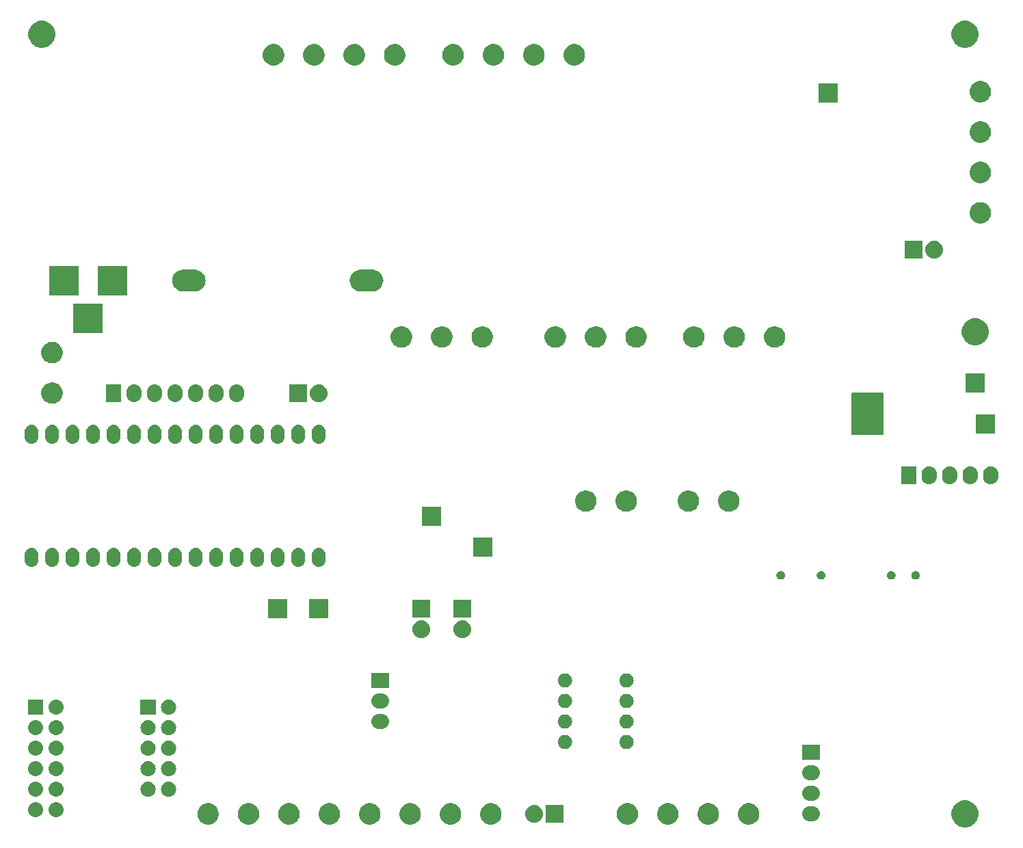
<source format=gbs>
G04 #@! TF.GenerationSoftware,KiCad,Pcbnew,5.0.0-rc2*
G04 #@! TF.CreationDate,2019-07-22T20:15:04-04:00*
G04 #@! TF.ProjectId,batterystation,6261747465727973746174696F6E2E6B,rev?*
G04 #@! TF.SameCoordinates,Original*
G04 #@! TF.FileFunction,Soldermask,Bot*
G04 #@! TF.FilePolarity,Negative*
%FSLAX46Y46*%
G04 Gerber Fmt 4.6, Leading zero omitted, Abs format (unit mm)*
G04 Created by KiCad (PCBNEW 5.0.0-rc2) date Mon Jul 22 20:15:04 2019*
%MOMM*%
%LPD*%
G01*
G04 APERTURE LIST*
%ADD10C,0.150000*%
%ADD11C,0.100000*%
G04 APERTURE END LIST*
D10*
G36*
X180340000Y-97790000D02*
X180340000Y-102870000D01*
X176530000Y-102870000D01*
X176530000Y-97790000D01*
X180340000Y-97790000D01*
G37*
X180340000Y-97790000D02*
X180340000Y-102870000D01*
X176530000Y-102870000D01*
X176530000Y-97790000D01*
X180340000Y-97790000D01*
D11*
G36*
X190988931Y-148248216D02*
X191293976Y-148374570D01*
X191293978Y-148374571D01*
X191568515Y-148558011D01*
X191801989Y-148791485D01*
X191951067Y-149014595D01*
X191985430Y-149066024D01*
X192111784Y-149371069D01*
X192176200Y-149694909D01*
X192176200Y-150025091D01*
X192111784Y-150348931D01*
X192037713Y-150527754D01*
X191985429Y-150653978D01*
X191801989Y-150928515D01*
X191568515Y-151161989D01*
X191293978Y-151345429D01*
X191293977Y-151345430D01*
X191293976Y-151345430D01*
X190988931Y-151471784D01*
X190665091Y-151536200D01*
X190334909Y-151536200D01*
X190011069Y-151471784D01*
X189706024Y-151345430D01*
X189706023Y-151345430D01*
X189706022Y-151345429D01*
X189431485Y-151161989D01*
X189198011Y-150928515D01*
X189014571Y-150653978D01*
X188962287Y-150527754D01*
X188888216Y-150348931D01*
X188823800Y-150025091D01*
X188823800Y-149694909D01*
X188888216Y-149371069D01*
X189014570Y-149066024D01*
X189048934Y-149014595D01*
X189198011Y-148791485D01*
X189431485Y-148558011D01*
X189706022Y-148374571D01*
X189706024Y-148374570D01*
X190011069Y-148248216D01*
X190334909Y-148183800D01*
X190665091Y-148183800D01*
X190988931Y-148248216D01*
X190988931Y-148248216D01*
G37*
G36*
X112186840Y-148584765D02*
X112428189Y-148684735D01*
X112645405Y-148829874D01*
X112830126Y-149014595D01*
X112975265Y-149231811D01*
X113075235Y-149473160D01*
X113126200Y-149729381D01*
X113126200Y-149990619D01*
X113075235Y-150246840D01*
X112975265Y-150488189D01*
X112830126Y-150705405D01*
X112645405Y-150890126D01*
X112428189Y-151035265D01*
X112186840Y-151135235D01*
X111930619Y-151186200D01*
X111669381Y-151186200D01*
X111413160Y-151135235D01*
X111171811Y-151035265D01*
X110954595Y-150890126D01*
X110769874Y-150705405D01*
X110624735Y-150488189D01*
X110524765Y-150246840D01*
X110473800Y-149990619D01*
X110473800Y-149729381D01*
X110524765Y-149473160D01*
X110624735Y-149231811D01*
X110769874Y-149014595D01*
X110954595Y-148829874D01*
X111171811Y-148684735D01*
X111413160Y-148584765D01*
X111669381Y-148533800D01*
X111930619Y-148533800D01*
X112186840Y-148584765D01*
X112186840Y-148584765D01*
G37*
G36*
X97186840Y-148584765D02*
X97428189Y-148684735D01*
X97645405Y-148829874D01*
X97830126Y-149014595D01*
X97975265Y-149231811D01*
X98075235Y-149473160D01*
X98126200Y-149729381D01*
X98126200Y-149990619D01*
X98075235Y-150246840D01*
X97975265Y-150488189D01*
X97830126Y-150705405D01*
X97645405Y-150890126D01*
X97428189Y-151035265D01*
X97186840Y-151135235D01*
X96930619Y-151186200D01*
X96669381Y-151186200D01*
X96413160Y-151135235D01*
X96171811Y-151035265D01*
X95954595Y-150890126D01*
X95769874Y-150705405D01*
X95624735Y-150488189D01*
X95524765Y-150246840D01*
X95473800Y-149990619D01*
X95473800Y-149729381D01*
X95524765Y-149473160D01*
X95624735Y-149231811D01*
X95769874Y-149014595D01*
X95954595Y-148829874D01*
X96171811Y-148684735D01*
X96413160Y-148584765D01*
X96669381Y-148533800D01*
X96930619Y-148533800D01*
X97186840Y-148584765D01*
X97186840Y-148584765D01*
G37*
G36*
X102186840Y-148584765D02*
X102428189Y-148684735D01*
X102645405Y-148829874D01*
X102830126Y-149014595D01*
X102975265Y-149231811D01*
X103075235Y-149473160D01*
X103126200Y-149729381D01*
X103126200Y-149990619D01*
X103075235Y-150246840D01*
X102975265Y-150488189D01*
X102830126Y-150705405D01*
X102645405Y-150890126D01*
X102428189Y-151035265D01*
X102186840Y-151135235D01*
X101930619Y-151186200D01*
X101669381Y-151186200D01*
X101413160Y-151135235D01*
X101171811Y-151035265D01*
X100954595Y-150890126D01*
X100769874Y-150705405D01*
X100624735Y-150488189D01*
X100524765Y-150246840D01*
X100473800Y-149990619D01*
X100473800Y-149729381D01*
X100524765Y-149473160D01*
X100624735Y-149231811D01*
X100769874Y-149014595D01*
X100954595Y-148829874D01*
X101171811Y-148684735D01*
X101413160Y-148584765D01*
X101669381Y-148533800D01*
X101930619Y-148533800D01*
X102186840Y-148584765D01*
X102186840Y-148584765D01*
G37*
G36*
X107186840Y-148584765D02*
X107428189Y-148684735D01*
X107645405Y-148829874D01*
X107830126Y-149014595D01*
X107975265Y-149231811D01*
X108075235Y-149473160D01*
X108126200Y-149729381D01*
X108126200Y-149990619D01*
X108075235Y-150246840D01*
X107975265Y-150488189D01*
X107830126Y-150705405D01*
X107645405Y-150890126D01*
X107428189Y-151035265D01*
X107186840Y-151135235D01*
X106930619Y-151186200D01*
X106669381Y-151186200D01*
X106413160Y-151135235D01*
X106171811Y-151035265D01*
X105954595Y-150890126D01*
X105769874Y-150705405D01*
X105624735Y-150488189D01*
X105524765Y-150246840D01*
X105473800Y-149990619D01*
X105473800Y-149729381D01*
X105524765Y-149473160D01*
X105624735Y-149231811D01*
X105769874Y-149014595D01*
X105954595Y-148829874D01*
X106171811Y-148684735D01*
X106413160Y-148584765D01*
X106669381Y-148533800D01*
X106930619Y-148533800D01*
X107186840Y-148584765D01*
X107186840Y-148584765D01*
G37*
G36*
X117186840Y-148584765D02*
X117428189Y-148684735D01*
X117645405Y-148829874D01*
X117830126Y-149014595D01*
X117975265Y-149231811D01*
X118075235Y-149473160D01*
X118126200Y-149729381D01*
X118126200Y-149990619D01*
X118075235Y-150246840D01*
X117975265Y-150488189D01*
X117830126Y-150705405D01*
X117645405Y-150890126D01*
X117428189Y-151035265D01*
X117186840Y-151135235D01*
X116930619Y-151186200D01*
X116669381Y-151186200D01*
X116413160Y-151135235D01*
X116171811Y-151035265D01*
X115954595Y-150890126D01*
X115769874Y-150705405D01*
X115624735Y-150488189D01*
X115524765Y-150246840D01*
X115473800Y-149990619D01*
X115473800Y-149729381D01*
X115524765Y-149473160D01*
X115624735Y-149231811D01*
X115769874Y-149014595D01*
X115954595Y-148829874D01*
X116171811Y-148684735D01*
X116413160Y-148584765D01*
X116669381Y-148533800D01*
X116930619Y-148533800D01*
X117186840Y-148584765D01*
X117186840Y-148584765D01*
G37*
G36*
X122186840Y-148584765D02*
X122428189Y-148684735D01*
X122645405Y-148829874D01*
X122830126Y-149014595D01*
X122975265Y-149231811D01*
X123075235Y-149473160D01*
X123126200Y-149729381D01*
X123126200Y-149990619D01*
X123075235Y-150246840D01*
X122975265Y-150488189D01*
X122830126Y-150705405D01*
X122645405Y-150890126D01*
X122428189Y-151035265D01*
X122186840Y-151135235D01*
X121930619Y-151186200D01*
X121669381Y-151186200D01*
X121413160Y-151135235D01*
X121171811Y-151035265D01*
X120954595Y-150890126D01*
X120769874Y-150705405D01*
X120624735Y-150488189D01*
X120524765Y-150246840D01*
X120473800Y-149990619D01*
X120473800Y-149729381D01*
X120524765Y-149473160D01*
X120624735Y-149231811D01*
X120769874Y-149014595D01*
X120954595Y-148829874D01*
X121171811Y-148684735D01*
X121413160Y-148584765D01*
X121669381Y-148533800D01*
X121930619Y-148533800D01*
X122186840Y-148584765D01*
X122186840Y-148584765D01*
G37*
G36*
X132186840Y-148584765D02*
X132428189Y-148684735D01*
X132645405Y-148829874D01*
X132830126Y-149014595D01*
X132975265Y-149231811D01*
X133075235Y-149473160D01*
X133126200Y-149729381D01*
X133126200Y-149990619D01*
X133075235Y-150246840D01*
X132975265Y-150488189D01*
X132830126Y-150705405D01*
X132645405Y-150890126D01*
X132428189Y-151035265D01*
X132186840Y-151135235D01*
X131930619Y-151186200D01*
X131669381Y-151186200D01*
X131413160Y-151135235D01*
X131171811Y-151035265D01*
X130954595Y-150890126D01*
X130769874Y-150705405D01*
X130624735Y-150488189D01*
X130524765Y-150246840D01*
X130473800Y-149990619D01*
X130473800Y-149729381D01*
X130524765Y-149473160D01*
X130624735Y-149231811D01*
X130769874Y-149014595D01*
X130954595Y-148829874D01*
X131171811Y-148684735D01*
X131413160Y-148584765D01*
X131669381Y-148533800D01*
X131930619Y-148533800D01*
X132186840Y-148584765D01*
X132186840Y-148584765D01*
G37*
G36*
X127186840Y-148584765D02*
X127428189Y-148684735D01*
X127645405Y-148829874D01*
X127830126Y-149014595D01*
X127975265Y-149231811D01*
X128075235Y-149473160D01*
X128126200Y-149729381D01*
X128126200Y-149990619D01*
X128075235Y-150246840D01*
X127975265Y-150488189D01*
X127830126Y-150705405D01*
X127645405Y-150890126D01*
X127428189Y-151035265D01*
X127186840Y-151135235D01*
X126930619Y-151186200D01*
X126669381Y-151186200D01*
X126413160Y-151135235D01*
X126171811Y-151035265D01*
X125954595Y-150890126D01*
X125769874Y-150705405D01*
X125624735Y-150488189D01*
X125524765Y-150246840D01*
X125473800Y-149990619D01*
X125473800Y-149729381D01*
X125524765Y-149473160D01*
X125624735Y-149231811D01*
X125769874Y-149014595D01*
X125954595Y-148829874D01*
X126171811Y-148684735D01*
X126413160Y-148584765D01*
X126669381Y-148533800D01*
X126930619Y-148533800D01*
X127186840Y-148584765D01*
X127186840Y-148584765D01*
G37*
G36*
X149096840Y-148584765D02*
X149338189Y-148684735D01*
X149555405Y-148829874D01*
X149740126Y-149014595D01*
X149885265Y-149231811D01*
X149985235Y-149473160D01*
X150036200Y-149729381D01*
X150036200Y-149990619D01*
X149985235Y-150246840D01*
X149885265Y-150488189D01*
X149740126Y-150705405D01*
X149555405Y-150890126D01*
X149338189Y-151035265D01*
X149096840Y-151135235D01*
X148840619Y-151186200D01*
X148579381Y-151186200D01*
X148323160Y-151135235D01*
X148081811Y-151035265D01*
X147864595Y-150890126D01*
X147679874Y-150705405D01*
X147534735Y-150488189D01*
X147434765Y-150246840D01*
X147383800Y-149990619D01*
X147383800Y-149729381D01*
X147434765Y-149473160D01*
X147534735Y-149231811D01*
X147679874Y-149014595D01*
X147864595Y-148829874D01*
X148081811Y-148684735D01*
X148323160Y-148584765D01*
X148579381Y-148533800D01*
X148840619Y-148533800D01*
X149096840Y-148584765D01*
X149096840Y-148584765D01*
G37*
G36*
X154096840Y-148584765D02*
X154338189Y-148684735D01*
X154555405Y-148829874D01*
X154740126Y-149014595D01*
X154885265Y-149231811D01*
X154985235Y-149473160D01*
X155036200Y-149729381D01*
X155036200Y-149990619D01*
X154985235Y-150246840D01*
X154885265Y-150488189D01*
X154740126Y-150705405D01*
X154555405Y-150890126D01*
X154338189Y-151035265D01*
X154096840Y-151135235D01*
X153840619Y-151186200D01*
X153579381Y-151186200D01*
X153323160Y-151135235D01*
X153081811Y-151035265D01*
X152864595Y-150890126D01*
X152679874Y-150705405D01*
X152534735Y-150488189D01*
X152434765Y-150246840D01*
X152383800Y-149990619D01*
X152383800Y-149729381D01*
X152434765Y-149473160D01*
X152534735Y-149231811D01*
X152679874Y-149014595D01*
X152864595Y-148829874D01*
X153081811Y-148684735D01*
X153323160Y-148584765D01*
X153579381Y-148533800D01*
X153840619Y-148533800D01*
X154096840Y-148584765D01*
X154096840Y-148584765D01*
G37*
G36*
X164096840Y-148584765D02*
X164338189Y-148684735D01*
X164555405Y-148829874D01*
X164740126Y-149014595D01*
X164885265Y-149231811D01*
X164985235Y-149473160D01*
X165036200Y-149729381D01*
X165036200Y-149990619D01*
X164985235Y-150246840D01*
X164885265Y-150488189D01*
X164740126Y-150705405D01*
X164555405Y-150890126D01*
X164338189Y-151035265D01*
X164096840Y-151135235D01*
X163840619Y-151186200D01*
X163579381Y-151186200D01*
X163323160Y-151135235D01*
X163081811Y-151035265D01*
X162864595Y-150890126D01*
X162679874Y-150705405D01*
X162534735Y-150488189D01*
X162434765Y-150246840D01*
X162383800Y-149990619D01*
X162383800Y-149729381D01*
X162434765Y-149473160D01*
X162534735Y-149231811D01*
X162679874Y-149014595D01*
X162864595Y-148829874D01*
X163081811Y-148684735D01*
X163323160Y-148584765D01*
X163579381Y-148533800D01*
X163840619Y-148533800D01*
X164096840Y-148584765D01*
X164096840Y-148584765D01*
G37*
G36*
X159096840Y-148584765D02*
X159338189Y-148684735D01*
X159555405Y-148829874D01*
X159740126Y-149014595D01*
X159885265Y-149231811D01*
X159985235Y-149473160D01*
X160036200Y-149729381D01*
X160036200Y-149990619D01*
X159985235Y-150246840D01*
X159885265Y-150488189D01*
X159740126Y-150705405D01*
X159555405Y-150890126D01*
X159338189Y-151035265D01*
X159096840Y-151135235D01*
X158840619Y-151186200D01*
X158579381Y-151186200D01*
X158323160Y-151135235D01*
X158081811Y-151035265D01*
X157864595Y-150890126D01*
X157679874Y-150705405D01*
X157534735Y-150488189D01*
X157434765Y-150246840D01*
X157383800Y-149990619D01*
X157383800Y-149729381D01*
X157434765Y-149473160D01*
X157534735Y-149231811D01*
X157679874Y-149014595D01*
X157864595Y-148829874D01*
X158081811Y-148684735D01*
X158323160Y-148584765D01*
X158579381Y-148533800D01*
X158840619Y-148533800D01*
X159096840Y-148584765D01*
X159096840Y-148584765D01*
G37*
G36*
X137374105Y-148783603D02*
X137374108Y-148783604D01*
X137374109Y-148783604D01*
X137579989Y-148846057D01*
X137718701Y-148920200D01*
X137769731Y-148947476D01*
X137936038Y-149083962D01*
X138072524Y-149250269D01*
X138072525Y-149250271D01*
X138173943Y-149440011D01*
X138236396Y-149645891D01*
X138236397Y-149645895D01*
X138257485Y-149860000D01*
X138236397Y-150074105D01*
X138236396Y-150074108D01*
X138236396Y-150074109D01*
X138173943Y-150279989D01*
X138118000Y-150384651D01*
X138072524Y-150469731D01*
X137936038Y-150636038D01*
X137769731Y-150772524D01*
X137769729Y-150772525D01*
X137579989Y-150873943D01*
X137374109Y-150936396D01*
X137374108Y-150936396D01*
X137374105Y-150936397D01*
X137213654Y-150952200D01*
X137106346Y-150952200D01*
X136945895Y-150936397D01*
X136945892Y-150936396D01*
X136945891Y-150936396D01*
X136740011Y-150873943D01*
X136550271Y-150772525D01*
X136550269Y-150772524D01*
X136383962Y-150636038D01*
X136247476Y-150469731D01*
X136202000Y-150384651D01*
X136146057Y-150279989D01*
X136083604Y-150074109D01*
X136083604Y-150074108D01*
X136083603Y-150074105D01*
X136062515Y-149860000D01*
X136083603Y-149645895D01*
X136083604Y-149645891D01*
X136146057Y-149440011D01*
X136247475Y-149250271D01*
X136247476Y-149250269D01*
X136383962Y-149083962D01*
X136550269Y-148947476D01*
X136601299Y-148920200D01*
X136740011Y-148846057D01*
X136945891Y-148783604D01*
X136945892Y-148783604D01*
X136945895Y-148783603D01*
X137106346Y-148767800D01*
X137213654Y-148767800D01*
X137374105Y-148783603D01*
X137374105Y-148783603D01*
G37*
G36*
X140792200Y-150952200D02*
X138607800Y-150952200D01*
X138607800Y-148767800D01*
X140792200Y-148767800D01*
X140792200Y-150952200D01*
X140792200Y-150952200D01*
G37*
G36*
X171786628Y-148933797D02*
X171786630Y-148933798D01*
X171786633Y-148933798D01*
X171963786Y-148987537D01*
X172110621Y-149066022D01*
X172127053Y-149074805D01*
X172270154Y-149192246D01*
X172387595Y-149335347D01*
X172387596Y-149335349D01*
X172474863Y-149498614D01*
X172528602Y-149675767D01*
X172528602Y-149675770D01*
X172528603Y-149675772D01*
X172546748Y-149860000D01*
X172528603Y-150044228D01*
X172528602Y-150044230D01*
X172528602Y-150044233D01*
X172474863Y-150221386D01*
X172406690Y-150348929D01*
X172387595Y-150384653D01*
X172270154Y-150527754D01*
X172127053Y-150645195D01*
X172127051Y-150645196D01*
X171963786Y-150732463D01*
X171786633Y-150786202D01*
X171786630Y-150786202D01*
X171786628Y-150786203D01*
X171648574Y-150799800D01*
X171251426Y-150799800D01*
X171113372Y-150786203D01*
X171113370Y-150786202D01*
X171113367Y-150786202D01*
X170936214Y-150732463D01*
X170772949Y-150645196D01*
X170772947Y-150645195D01*
X170629846Y-150527754D01*
X170512405Y-150384653D01*
X170493310Y-150348929D01*
X170425137Y-150221386D01*
X170371398Y-150044233D01*
X170371398Y-150044230D01*
X170371397Y-150044228D01*
X170353252Y-149860000D01*
X170371397Y-149675772D01*
X170371398Y-149675770D01*
X170371398Y-149675767D01*
X170425137Y-149498614D01*
X170512404Y-149335349D01*
X170512405Y-149335347D01*
X170629846Y-149192246D01*
X170772947Y-149074805D01*
X170789379Y-149066022D01*
X170936214Y-148987537D01*
X171113367Y-148933798D01*
X171113370Y-148933798D01*
X171113372Y-148933797D01*
X171251426Y-148920200D01*
X171648574Y-148920200D01*
X171786628Y-148933797D01*
X171786628Y-148933797D01*
G37*
G36*
X75596128Y-148425797D02*
X75596130Y-148425798D01*
X75596133Y-148425798D01*
X75773286Y-148479537D01*
X75920100Y-148558011D01*
X75936553Y-148566805D01*
X76079654Y-148684246D01*
X76197095Y-148827347D01*
X76197096Y-148827349D01*
X76284363Y-148990614D01*
X76338102Y-149167767D01*
X76338102Y-149167770D01*
X76338103Y-149167772D01*
X76356248Y-149352000D01*
X76338103Y-149536228D01*
X76338102Y-149536230D01*
X76338102Y-149536233D01*
X76284363Y-149713386D01*
X76275813Y-149729381D01*
X76197095Y-149876653D01*
X76079654Y-150019754D01*
X75936553Y-150137195D01*
X75936551Y-150137196D01*
X75773286Y-150224463D01*
X75596133Y-150278202D01*
X75596130Y-150278202D01*
X75596128Y-150278203D01*
X75458074Y-150291800D01*
X75365726Y-150291800D01*
X75227672Y-150278203D01*
X75227670Y-150278202D01*
X75227667Y-150278202D01*
X75050514Y-150224463D01*
X74887249Y-150137196D01*
X74887247Y-150137195D01*
X74744146Y-150019754D01*
X74626705Y-149876653D01*
X74547987Y-149729381D01*
X74539437Y-149713386D01*
X74485698Y-149536233D01*
X74485698Y-149536230D01*
X74485697Y-149536228D01*
X74467552Y-149352000D01*
X74485697Y-149167772D01*
X74485698Y-149167770D01*
X74485698Y-149167767D01*
X74539437Y-148990614D01*
X74626704Y-148827349D01*
X74626705Y-148827347D01*
X74744146Y-148684246D01*
X74887247Y-148566805D01*
X74903700Y-148558011D01*
X75050514Y-148479537D01*
X75227667Y-148425798D01*
X75227670Y-148425798D01*
X75227672Y-148425797D01*
X75365726Y-148412200D01*
X75458074Y-148412200D01*
X75596128Y-148425797D01*
X75596128Y-148425797D01*
G37*
G36*
X78136128Y-148425797D02*
X78136130Y-148425798D01*
X78136133Y-148425798D01*
X78313286Y-148479537D01*
X78460100Y-148558011D01*
X78476553Y-148566805D01*
X78619654Y-148684246D01*
X78737095Y-148827347D01*
X78737096Y-148827349D01*
X78824363Y-148990614D01*
X78878102Y-149167767D01*
X78878102Y-149167770D01*
X78878103Y-149167772D01*
X78896248Y-149352000D01*
X78878103Y-149536228D01*
X78878102Y-149536230D01*
X78878102Y-149536233D01*
X78824363Y-149713386D01*
X78815813Y-149729381D01*
X78737095Y-149876653D01*
X78619654Y-150019754D01*
X78476553Y-150137195D01*
X78476551Y-150137196D01*
X78313286Y-150224463D01*
X78136133Y-150278202D01*
X78136130Y-150278202D01*
X78136128Y-150278203D01*
X77998074Y-150291800D01*
X77905726Y-150291800D01*
X77767672Y-150278203D01*
X77767670Y-150278202D01*
X77767667Y-150278202D01*
X77590514Y-150224463D01*
X77427249Y-150137196D01*
X77427247Y-150137195D01*
X77284146Y-150019754D01*
X77166705Y-149876653D01*
X77087987Y-149729381D01*
X77079437Y-149713386D01*
X77025698Y-149536233D01*
X77025698Y-149536230D01*
X77025697Y-149536228D01*
X77007552Y-149352000D01*
X77025697Y-149167772D01*
X77025698Y-149167770D01*
X77025698Y-149167767D01*
X77079437Y-148990614D01*
X77166704Y-148827349D01*
X77166705Y-148827347D01*
X77284146Y-148684246D01*
X77427247Y-148566805D01*
X77443700Y-148558011D01*
X77590514Y-148479537D01*
X77767667Y-148425798D01*
X77767670Y-148425798D01*
X77767672Y-148425797D01*
X77905726Y-148412200D01*
X77998074Y-148412200D01*
X78136128Y-148425797D01*
X78136128Y-148425797D01*
G37*
G36*
X171786628Y-146393797D02*
X171786630Y-146393798D01*
X171786633Y-146393798D01*
X171963786Y-146447537D01*
X172116511Y-146529170D01*
X172127053Y-146534805D01*
X172270154Y-146652246D01*
X172387595Y-146795347D01*
X172387596Y-146795349D01*
X172474863Y-146958614D01*
X172528602Y-147135767D01*
X172528602Y-147135770D01*
X172528603Y-147135772D01*
X172546748Y-147320000D01*
X172528603Y-147504228D01*
X172528602Y-147504230D01*
X172528602Y-147504233D01*
X172474863Y-147681386D01*
X172393230Y-147834111D01*
X172387595Y-147844653D01*
X172270154Y-147987754D01*
X172127053Y-148105195D01*
X172127051Y-148105196D01*
X171963786Y-148192463D01*
X171786633Y-148246202D01*
X171786630Y-148246202D01*
X171786628Y-148246203D01*
X171648574Y-148259800D01*
X171251426Y-148259800D01*
X171113372Y-148246203D01*
X171113370Y-148246202D01*
X171113367Y-148246202D01*
X170936214Y-148192463D01*
X170772949Y-148105196D01*
X170772947Y-148105195D01*
X170629846Y-147987754D01*
X170512405Y-147844653D01*
X170506770Y-147834111D01*
X170425137Y-147681386D01*
X170371398Y-147504233D01*
X170371398Y-147504230D01*
X170371397Y-147504228D01*
X170353252Y-147320000D01*
X170371397Y-147135772D01*
X170371398Y-147135770D01*
X170371398Y-147135767D01*
X170425137Y-146958614D01*
X170512404Y-146795349D01*
X170512405Y-146795347D01*
X170629846Y-146652246D01*
X170772947Y-146534805D01*
X170783489Y-146529170D01*
X170936214Y-146447537D01*
X171113367Y-146393798D01*
X171113370Y-146393798D01*
X171113372Y-146393797D01*
X171251426Y-146380200D01*
X171648574Y-146380200D01*
X171786628Y-146393797D01*
X171786628Y-146393797D01*
G37*
G36*
X75596128Y-145885797D02*
X75596130Y-145885798D01*
X75596133Y-145885798D01*
X75773286Y-145939537D01*
X75926011Y-146021170D01*
X75936553Y-146026805D01*
X76079654Y-146144246D01*
X76197095Y-146287347D01*
X76197096Y-146287349D01*
X76284363Y-146450614D01*
X76338102Y-146627767D01*
X76338102Y-146627770D01*
X76338103Y-146627772D01*
X76356248Y-146812000D01*
X76338103Y-146996228D01*
X76338102Y-146996230D01*
X76338102Y-146996233D01*
X76284363Y-147173386D01*
X76205996Y-147320000D01*
X76197095Y-147336653D01*
X76079654Y-147479754D01*
X75936553Y-147597195D01*
X75936551Y-147597196D01*
X75773286Y-147684463D01*
X75596133Y-147738202D01*
X75596130Y-147738202D01*
X75596128Y-147738203D01*
X75458074Y-147751800D01*
X75365726Y-147751800D01*
X75227672Y-147738203D01*
X75227670Y-147738202D01*
X75227667Y-147738202D01*
X75050514Y-147684463D01*
X74887249Y-147597196D01*
X74887247Y-147597195D01*
X74744146Y-147479754D01*
X74626705Y-147336653D01*
X74617804Y-147320000D01*
X74539437Y-147173386D01*
X74485698Y-146996233D01*
X74485698Y-146996230D01*
X74485697Y-146996228D01*
X74467552Y-146812000D01*
X74485697Y-146627772D01*
X74485698Y-146627770D01*
X74485698Y-146627767D01*
X74539437Y-146450614D01*
X74626704Y-146287349D01*
X74626705Y-146287347D01*
X74744146Y-146144246D01*
X74887247Y-146026805D01*
X74897789Y-146021170D01*
X75050514Y-145939537D01*
X75227667Y-145885798D01*
X75227670Y-145885798D01*
X75227672Y-145885797D01*
X75365726Y-145872200D01*
X75458074Y-145872200D01*
X75596128Y-145885797D01*
X75596128Y-145885797D01*
G37*
G36*
X92076128Y-145885797D02*
X92076130Y-145885798D01*
X92076133Y-145885798D01*
X92253286Y-145939537D01*
X92406011Y-146021170D01*
X92416553Y-146026805D01*
X92559654Y-146144246D01*
X92677095Y-146287347D01*
X92677096Y-146287349D01*
X92764363Y-146450614D01*
X92818102Y-146627767D01*
X92818102Y-146627770D01*
X92818103Y-146627772D01*
X92836248Y-146812000D01*
X92818103Y-146996228D01*
X92818102Y-146996230D01*
X92818102Y-146996233D01*
X92764363Y-147173386D01*
X92685996Y-147320000D01*
X92677095Y-147336653D01*
X92559654Y-147479754D01*
X92416553Y-147597195D01*
X92416551Y-147597196D01*
X92253286Y-147684463D01*
X92076133Y-147738202D01*
X92076130Y-147738202D01*
X92076128Y-147738203D01*
X91938074Y-147751800D01*
X91845726Y-147751800D01*
X91707672Y-147738203D01*
X91707670Y-147738202D01*
X91707667Y-147738202D01*
X91530514Y-147684463D01*
X91367249Y-147597196D01*
X91367247Y-147597195D01*
X91224146Y-147479754D01*
X91106705Y-147336653D01*
X91097804Y-147320000D01*
X91019437Y-147173386D01*
X90965698Y-146996233D01*
X90965698Y-146996230D01*
X90965697Y-146996228D01*
X90947552Y-146812000D01*
X90965697Y-146627772D01*
X90965698Y-146627770D01*
X90965698Y-146627767D01*
X91019437Y-146450614D01*
X91106704Y-146287349D01*
X91106705Y-146287347D01*
X91224146Y-146144246D01*
X91367247Y-146026805D01*
X91377789Y-146021170D01*
X91530514Y-145939537D01*
X91707667Y-145885798D01*
X91707670Y-145885798D01*
X91707672Y-145885797D01*
X91845726Y-145872200D01*
X91938074Y-145872200D01*
X92076128Y-145885797D01*
X92076128Y-145885797D01*
G37*
G36*
X89536128Y-145885797D02*
X89536130Y-145885798D01*
X89536133Y-145885798D01*
X89713286Y-145939537D01*
X89866011Y-146021170D01*
X89876553Y-146026805D01*
X90019654Y-146144246D01*
X90137095Y-146287347D01*
X90137096Y-146287349D01*
X90224363Y-146450614D01*
X90278102Y-146627767D01*
X90278102Y-146627770D01*
X90278103Y-146627772D01*
X90296248Y-146812000D01*
X90278103Y-146996228D01*
X90278102Y-146996230D01*
X90278102Y-146996233D01*
X90224363Y-147173386D01*
X90145996Y-147320000D01*
X90137095Y-147336653D01*
X90019654Y-147479754D01*
X89876553Y-147597195D01*
X89876551Y-147597196D01*
X89713286Y-147684463D01*
X89536133Y-147738202D01*
X89536130Y-147738202D01*
X89536128Y-147738203D01*
X89398074Y-147751800D01*
X89305726Y-147751800D01*
X89167672Y-147738203D01*
X89167670Y-147738202D01*
X89167667Y-147738202D01*
X88990514Y-147684463D01*
X88827249Y-147597196D01*
X88827247Y-147597195D01*
X88684146Y-147479754D01*
X88566705Y-147336653D01*
X88557804Y-147320000D01*
X88479437Y-147173386D01*
X88425698Y-146996233D01*
X88425698Y-146996230D01*
X88425697Y-146996228D01*
X88407552Y-146812000D01*
X88425697Y-146627772D01*
X88425698Y-146627770D01*
X88425698Y-146627767D01*
X88479437Y-146450614D01*
X88566704Y-146287349D01*
X88566705Y-146287347D01*
X88684146Y-146144246D01*
X88827247Y-146026805D01*
X88837789Y-146021170D01*
X88990514Y-145939537D01*
X89167667Y-145885798D01*
X89167670Y-145885798D01*
X89167672Y-145885797D01*
X89305726Y-145872200D01*
X89398074Y-145872200D01*
X89536128Y-145885797D01*
X89536128Y-145885797D01*
G37*
G36*
X78136128Y-145885797D02*
X78136130Y-145885798D01*
X78136133Y-145885798D01*
X78313286Y-145939537D01*
X78466011Y-146021170D01*
X78476553Y-146026805D01*
X78619654Y-146144246D01*
X78737095Y-146287347D01*
X78737096Y-146287349D01*
X78824363Y-146450614D01*
X78878102Y-146627767D01*
X78878102Y-146627770D01*
X78878103Y-146627772D01*
X78896248Y-146812000D01*
X78878103Y-146996228D01*
X78878102Y-146996230D01*
X78878102Y-146996233D01*
X78824363Y-147173386D01*
X78745996Y-147320000D01*
X78737095Y-147336653D01*
X78619654Y-147479754D01*
X78476553Y-147597195D01*
X78476551Y-147597196D01*
X78313286Y-147684463D01*
X78136133Y-147738202D01*
X78136130Y-147738202D01*
X78136128Y-147738203D01*
X77998074Y-147751800D01*
X77905726Y-147751800D01*
X77767672Y-147738203D01*
X77767670Y-147738202D01*
X77767667Y-147738202D01*
X77590514Y-147684463D01*
X77427249Y-147597196D01*
X77427247Y-147597195D01*
X77284146Y-147479754D01*
X77166705Y-147336653D01*
X77157804Y-147320000D01*
X77079437Y-147173386D01*
X77025698Y-146996233D01*
X77025698Y-146996230D01*
X77025697Y-146996228D01*
X77007552Y-146812000D01*
X77025697Y-146627772D01*
X77025698Y-146627770D01*
X77025698Y-146627767D01*
X77079437Y-146450614D01*
X77166704Y-146287349D01*
X77166705Y-146287347D01*
X77284146Y-146144246D01*
X77427247Y-146026805D01*
X77437789Y-146021170D01*
X77590514Y-145939537D01*
X77767667Y-145885798D01*
X77767670Y-145885798D01*
X77767672Y-145885797D01*
X77905726Y-145872200D01*
X77998074Y-145872200D01*
X78136128Y-145885797D01*
X78136128Y-145885797D01*
G37*
G36*
X171786628Y-143853797D02*
X171786630Y-143853798D01*
X171786633Y-143853798D01*
X171963786Y-143907537D01*
X172116511Y-143989170D01*
X172127053Y-143994805D01*
X172270154Y-144112246D01*
X172387595Y-144255347D01*
X172387596Y-144255349D01*
X172474863Y-144418614D01*
X172528602Y-144595767D01*
X172528602Y-144595770D01*
X172528603Y-144595772D01*
X172546748Y-144780000D01*
X172528603Y-144964228D01*
X172528602Y-144964230D01*
X172528602Y-144964233D01*
X172474863Y-145141386D01*
X172393230Y-145294111D01*
X172387595Y-145304653D01*
X172270154Y-145447754D01*
X172127053Y-145565195D01*
X172127051Y-145565196D01*
X171963786Y-145652463D01*
X171786633Y-145706202D01*
X171786630Y-145706202D01*
X171786628Y-145706203D01*
X171648574Y-145719800D01*
X171251426Y-145719800D01*
X171113372Y-145706203D01*
X171113370Y-145706202D01*
X171113367Y-145706202D01*
X170936214Y-145652463D01*
X170772949Y-145565196D01*
X170772947Y-145565195D01*
X170629846Y-145447754D01*
X170512405Y-145304653D01*
X170506770Y-145294111D01*
X170425137Y-145141386D01*
X170371398Y-144964233D01*
X170371398Y-144964230D01*
X170371397Y-144964228D01*
X170353252Y-144780000D01*
X170371397Y-144595772D01*
X170371398Y-144595770D01*
X170371398Y-144595767D01*
X170425137Y-144418614D01*
X170512404Y-144255349D01*
X170512405Y-144255347D01*
X170629846Y-144112246D01*
X170772947Y-143994805D01*
X170783489Y-143989170D01*
X170936214Y-143907537D01*
X171113367Y-143853798D01*
X171113370Y-143853798D01*
X171113372Y-143853797D01*
X171251426Y-143840200D01*
X171648574Y-143840200D01*
X171786628Y-143853797D01*
X171786628Y-143853797D01*
G37*
G36*
X89536128Y-143345797D02*
X89536130Y-143345798D01*
X89536133Y-143345798D01*
X89713286Y-143399537D01*
X89866011Y-143481170D01*
X89876553Y-143486805D01*
X90019654Y-143604246D01*
X90137095Y-143747347D01*
X90137096Y-143747349D01*
X90224363Y-143910614D01*
X90278102Y-144087767D01*
X90278102Y-144087770D01*
X90278103Y-144087772D01*
X90296248Y-144272000D01*
X90278103Y-144456228D01*
X90278102Y-144456230D01*
X90278102Y-144456233D01*
X90224363Y-144633386D01*
X90145996Y-144780000D01*
X90137095Y-144796653D01*
X90019654Y-144939754D01*
X89876553Y-145057195D01*
X89876551Y-145057196D01*
X89713286Y-145144463D01*
X89536133Y-145198202D01*
X89536130Y-145198202D01*
X89536128Y-145198203D01*
X89398074Y-145211800D01*
X89305726Y-145211800D01*
X89167672Y-145198203D01*
X89167670Y-145198202D01*
X89167667Y-145198202D01*
X88990514Y-145144463D01*
X88827249Y-145057196D01*
X88827247Y-145057195D01*
X88684146Y-144939754D01*
X88566705Y-144796653D01*
X88557804Y-144780000D01*
X88479437Y-144633386D01*
X88425698Y-144456233D01*
X88425698Y-144456230D01*
X88425697Y-144456228D01*
X88407552Y-144272000D01*
X88425697Y-144087772D01*
X88425698Y-144087770D01*
X88425698Y-144087767D01*
X88479437Y-143910614D01*
X88566704Y-143747349D01*
X88566705Y-143747347D01*
X88684146Y-143604246D01*
X88827247Y-143486805D01*
X88837789Y-143481170D01*
X88990514Y-143399537D01*
X89167667Y-143345798D01*
X89167670Y-143345798D01*
X89167672Y-143345797D01*
X89305726Y-143332200D01*
X89398074Y-143332200D01*
X89536128Y-143345797D01*
X89536128Y-143345797D01*
G37*
G36*
X92076128Y-143345797D02*
X92076130Y-143345798D01*
X92076133Y-143345798D01*
X92253286Y-143399537D01*
X92406011Y-143481170D01*
X92416553Y-143486805D01*
X92559654Y-143604246D01*
X92677095Y-143747347D01*
X92677096Y-143747349D01*
X92764363Y-143910614D01*
X92818102Y-144087767D01*
X92818102Y-144087770D01*
X92818103Y-144087772D01*
X92836248Y-144272000D01*
X92818103Y-144456228D01*
X92818102Y-144456230D01*
X92818102Y-144456233D01*
X92764363Y-144633386D01*
X92685996Y-144780000D01*
X92677095Y-144796653D01*
X92559654Y-144939754D01*
X92416553Y-145057195D01*
X92416551Y-145057196D01*
X92253286Y-145144463D01*
X92076133Y-145198202D01*
X92076130Y-145198202D01*
X92076128Y-145198203D01*
X91938074Y-145211800D01*
X91845726Y-145211800D01*
X91707672Y-145198203D01*
X91707670Y-145198202D01*
X91707667Y-145198202D01*
X91530514Y-145144463D01*
X91367249Y-145057196D01*
X91367247Y-145057195D01*
X91224146Y-144939754D01*
X91106705Y-144796653D01*
X91097804Y-144780000D01*
X91019437Y-144633386D01*
X90965698Y-144456233D01*
X90965698Y-144456230D01*
X90965697Y-144456228D01*
X90947552Y-144272000D01*
X90965697Y-144087772D01*
X90965698Y-144087770D01*
X90965698Y-144087767D01*
X91019437Y-143910614D01*
X91106704Y-143747349D01*
X91106705Y-143747347D01*
X91224146Y-143604246D01*
X91367247Y-143486805D01*
X91377789Y-143481170D01*
X91530514Y-143399537D01*
X91707667Y-143345798D01*
X91707670Y-143345798D01*
X91707672Y-143345797D01*
X91845726Y-143332200D01*
X91938074Y-143332200D01*
X92076128Y-143345797D01*
X92076128Y-143345797D01*
G37*
G36*
X75596128Y-143345797D02*
X75596130Y-143345798D01*
X75596133Y-143345798D01*
X75773286Y-143399537D01*
X75926011Y-143481170D01*
X75936553Y-143486805D01*
X76079654Y-143604246D01*
X76197095Y-143747347D01*
X76197096Y-143747349D01*
X76284363Y-143910614D01*
X76338102Y-144087767D01*
X76338102Y-144087770D01*
X76338103Y-144087772D01*
X76356248Y-144272000D01*
X76338103Y-144456228D01*
X76338102Y-144456230D01*
X76338102Y-144456233D01*
X76284363Y-144633386D01*
X76205996Y-144780000D01*
X76197095Y-144796653D01*
X76079654Y-144939754D01*
X75936553Y-145057195D01*
X75936551Y-145057196D01*
X75773286Y-145144463D01*
X75596133Y-145198202D01*
X75596130Y-145198202D01*
X75596128Y-145198203D01*
X75458074Y-145211800D01*
X75365726Y-145211800D01*
X75227672Y-145198203D01*
X75227670Y-145198202D01*
X75227667Y-145198202D01*
X75050514Y-145144463D01*
X74887249Y-145057196D01*
X74887247Y-145057195D01*
X74744146Y-144939754D01*
X74626705Y-144796653D01*
X74617804Y-144780000D01*
X74539437Y-144633386D01*
X74485698Y-144456233D01*
X74485698Y-144456230D01*
X74485697Y-144456228D01*
X74467552Y-144272000D01*
X74485697Y-144087772D01*
X74485698Y-144087770D01*
X74485698Y-144087767D01*
X74539437Y-143910614D01*
X74626704Y-143747349D01*
X74626705Y-143747347D01*
X74744146Y-143604246D01*
X74887247Y-143486805D01*
X74897789Y-143481170D01*
X75050514Y-143399537D01*
X75227667Y-143345798D01*
X75227670Y-143345798D01*
X75227672Y-143345797D01*
X75365726Y-143332200D01*
X75458074Y-143332200D01*
X75596128Y-143345797D01*
X75596128Y-143345797D01*
G37*
G36*
X78136128Y-143345797D02*
X78136130Y-143345798D01*
X78136133Y-143345798D01*
X78313286Y-143399537D01*
X78466011Y-143481170D01*
X78476553Y-143486805D01*
X78619654Y-143604246D01*
X78737095Y-143747347D01*
X78737096Y-143747349D01*
X78824363Y-143910614D01*
X78878102Y-144087767D01*
X78878102Y-144087770D01*
X78878103Y-144087772D01*
X78896248Y-144272000D01*
X78878103Y-144456228D01*
X78878102Y-144456230D01*
X78878102Y-144456233D01*
X78824363Y-144633386D01*
X78745996Y-144780000D01*
X78737095Y-144796653D01*
X78619654Y-144939754D01*
X78476553Y-145057195D01*
X78476551Y-145057196D01*
X78313286Y-145144463D01*
X78136133Y-145198202D01*
X78136130Y-145198202D01*
X78136128Y-145198203D01*
X77998074Y-145211800D01*
X77905726Y-145211800D01*
X77767672Y-145198203D01*
X77767670Y-145198202D01*
X77767667Y-145198202D01*
X77590514Y-145144463D01*
X77427249Y-145057196D01*
X77427247Y-145057195D01*
X77284146Y-144939754D01*
X77166705Y-144796653D01*
X77157804Y-144780000D01*
X77079437Y-144633386D01*
X77025698Y-144456233D01*
X77025698Y-144456230D01*
X77025697Y-144456228D01*
X77007552Y-144272000D01*
X77025697Y-144087772D01*
X77025698Y-144087770D01*
X77025698Y-144087767D01*
X77079437Y-143910614D01*
X77166704Y-143747349D01*
X77166705Y-143747347D01*
X77284146Y-143604246D01*
X77427247Y-143486805D01*
X77437789Y-143481170D01*
X77590514Y-143399537D01*
X77767667Y-143345798D01*
X77767670Y-143345798D01*
X77767672Y-143345797D01*
X77905726Y-143332200D01*
X77998074Y-143332200D01*
X78136128Y-143345797D01*
X78136128Y-143345797D01*
G37*
G36*
X172542200Y-143179800D02*
X170357800Y-143179800D01*
X170357800Y-141300200D01*
X172542200Y-141300200D01*
X172542200Y-143179800D01*
X172542200Y-143179800D01*
G37*
G36*
X75596128Y-140805797D02*
X75596130Y-140805798D01*
X75596133Y-140805798D01*
X75773286Y-140859537D01*
X75926011Y-140941170D01*
X75936553Y-140946805D01*
X76079654Y-141064246D01*
X76197095Y-141207347D01*
X76197096Y-141207349D01*
X76284363Y-141370614D01*
X76338102Y-141547767D01*
X76338102Y-141547770D01*
X76338103Y-141547772D01*
X76356248Y-141732000D01*
X76338103Y-141916228D01*
X76338102Y-141916230D01*
X76338102Y-141916233D01*
X76284363Y-142093386D01*
X76202729Y-142246111D01*
X76197095Y-142256653D01*
X76079654Y-142399754D01*
X75936553Y-142517195D01*
X75936551Y-142517196D01*
X75773286Y-142604463D01*
X75596133Y-142658202D01*
X75596130Y-142658202D01*
X75596128Y-142658203D01*
X75458074Y-142671800D01*
X75365726Y-142671800D01*
X75227672Y-142658203D01*
X75227670Y-142658202D01*
X75227667Y-142658202D01*
X75050514Y-142604463D01*
X74887249Y-142517196D01*
X74887247Y-142517195D01*
X74744146Y-142399754D01*
X74626705Y-142256653D01*
X74621070Y-142246111D01*
X74539437Y-142093386D01*
X74485698Y-141916233D01*
X74485698Y-141916230D01*
X74485697Y-141916228D01*
X74467552Y-141732000D01*
X74485697Y-141547772D01*
X74485698Y-141547770D01*
X74485698Y-141547767D01*
X74539437Y-141370614D01*
X74626704Y-141207349D01*
X74626705Y-141207347D01*
X74744146Y-141064246D01*
X74887247Y-140946805D01*
X74897789Y-140941170D01*
X75050514Y-140859537D01*
X75227667Y-140805798D01*
X75227670Y-140805798D01*
X75227672Y-140805797D01*
X75365726Y-140792200D01*
X75458074Y-140792200D01*
X75596128Y-140805797D01*
X75596128Y-140805797D01*
G37*
G36*
X78136128Y-140805797D02*
X78136130Y-140805798D01*
X78136133Y-140805798D01*
X78313286Y-140859537D01*
X78466011Y-140941170D01*
X78476553Y-140946805D01*
X78619654Y-141064246D01*
X78737095Y-141207347D01*
X78737096Y-141207349D01*
X78824363Y-141370614D01*
X78878102Y-141547767D01*
X78878102Y-141547770D01*
X78878103Y-141547772D01*
X78896248Y-141732000D01*
X78878103Y-141916228D01*
X78878102Y-141916230D01*
X78878102Y-141916233D01*
X78824363Y-142093386D01*
X78742729Y-142246111D01*
X78737095Y-142256653D01*
X78619654Y-142399754D01*
X78476553Y-142517195D01*
X78476551Y-142517196D01*
X78313286Y-142604463D01*
X78136133Y-142658202D01*
X78136130Y-142658202D01*
X78136128Y-142658203D01*
X77998074Y-142671800D01*
X77905726Y-142671800D01*
X77767672Y-142658203D01*
X77767670Y-142658202D01*
X77767667Y-142658202D01*
X77590514Y-142604463D01*
X77427249Y-142517196D01*
X77427247Y-142517195D01*
X77284146Y-142399754D01*
X77166705Y-142256653D01*
X77161070Y-142246111D01*
X77079437Y-142093386D01*
X77025698Y-141916233D01*
X77025698Y-141916230D01*
X77025697Y-141916228D01*
X77007552Y-141732000D01*
X77025697Y-141547772D01*
X77025698Y-141547770D01*
X77025698Y-141547767D01*
X77079437Y-141370614D01*
X77166704Y-141207349D01*
X77166705Y-141207347D01*
X77284146Y-141064246D01*
X77427247Y-140946805D01*
X77437789Y-140941170D01*
X77590514Y-140859537D01*
X77767667Y-140805798D01*
X77767670Y-140805798D01*
X77767672Y-140805797D01*
X77905726Y-140792200D01*
X77998074Y-140792200D01*
X78136128Y-140805797D01*
X78136128Y-140805797D01*
G37*
G36*
X89536128Y-140805797D02*
X89536130Y-140805798D01*
X89536133Y-140805798D01*
X89713286Y-140859537D01*
X89866011Y-140941170D01*
X89876553Y-140946805D01*
X90019654Y-141064246D01*
X90137095Y-141207347D01*
X90137096Y-141207349D01*
X90224363Y-141370614D01*
X90278102Y-141547767D01*
X90278102Y-141547770D01*
X90278103Y-141547772D01*
X90296248Y-141732000D01*
X90278103Y-141916228D01*
X90278102Y-141916230D01*
X90278102Y-141916233D01*
X90224363Y-142093386D01*
X90142729Y-142246111D01*
X90137095Y-142256653D01*
X90019654Y-142399754D01*
X89876553Y-142517195D01*
X89876551Y-142517196D01*
X89713286Y-142604463D01*
X89536133Y-142658202D01*
X89536130Y-142658202D01*
X89536128Y-142658203D01*
X89398074Y-142671800D01*
X89305726Y-142671800D01*
X89167672Y-142658203D01*
X89167670Y-142658202D01*
X89167667Y-142658202D01*
X88990514Y-142604463D01*
X88827249Y-142517196D01*
X88827247Y-142517195D01*
X88684146Y-142399754D01*
X88566705Y-142256653D01*
X88561070Y-142246111D01*
X88479437Y-142093386D01*
X88425698Y-141916233D01*
X88425698Y-141916230D01*
X88425697Y-141916228D01*
X88407552Y-141732000D01*
X88425697Y-141547772D01*
X88425698Y-141547770D01*
X88425698Y-141547767D01*
X88479437Y-141370614D01*
X88566704Y-141207349D01*
X88566705Y-141207347D01*
X88684146Y-141064246D01*
X88827247Y-140946805D01*
X88837789Y-140941170D01*
X88990514Y-140859537D01*
X89167667Y-140805798D01*
X89167670Y-140805798D01*
X89167672Y-140805797D01*
X89305726Y-140792200D01*
X89398074Y-140792200D01*
X89536128Y-140805797D01*
X89536128Y-140805797D01*
G37*
G36*
X92076128Y-140805797D02*
X92076130Y-140805798D01*
X92076133Y-140805798D01*
X92253286Y-140859537D01*
X92406011Y-140941170D01*
X92416553Y-140946805D01*
X92559654Y-141064246D01*
X92677095Y-141207347D01*
X92677096Y-141207349D01*
X92764363Y-141370614D01*
X92818102Y-141547767D01*
X92818102Y-141547770D01*
X92818103Y-141547772D01*
X92836248Y-141732000D01*
X92818103Y-141916228D01*
X92818102Y-141916230D01*
X92818102Y-141916233D01*
X92764363Y-142093386D01*
X92682729Y-142246111D01*
X92677095Y-142256653D01*
X92559654Y-142399754D01*
X92416553Y-142517195D01*
X92416551Y-142517196D01*
X92253286Y-142604463D01*
X92076133Y-142658202D01*
X92076130Y-142658202D01*
X92076128Y-142658203D01*
X91938074Y-142671800D01*
X91845726Y-142671800D01*
X91707672Y-142658203D01*
X91707670Y-142658202D01*
X91707667Y-142658202D01*
X91530514Y-142604463D01*
X91367249Y-142517196D01*
X91367247Y-142517195D01*
X91224146Y-142399754D01*
X91106705Y-142256653D01*
X91101070Y-142246111D01*
X91019437Y-142093386D01*
X90965698Y-141916233D01*
X90965698Y-141916230D01*
X90965697Y-141916228D01*
X90947552Y-141732000D01*
X90965697Y-141547772D01*
X90965698Y-141547770D01*
X90965698Y-141547767D01*
X91019437Y-141370614D01*
X91106704Y-141207349D01*
X91106705Y-141207347D01*
X91224146Y-141064246D01*
X91367247Y-140946805D01*
X91377789Y-140941170D01*
X91530514Y-140859537D01*
X91707667Y-140805798D01*
X91707670Y-140805798D01*
X91707672Y-140805797D01*
X91845726Y-140792200D01*
X91938074Y-140792200D01*
X92076128Y-140805797D01*
X92076128Y-140805797D01*
G37*
G36*
X141141761Y-140106477D02*
X141141764Y-140106478D01*
X141141765Y-140106478D01*
X141306929Y-140156580D01*
X141459146Y-140237942D01*
X141592564Y-140347436D01*
X141702058Y-140480854D01*
X141783420Y-140633071D01*
X141831691Y-140792200D01*
X141833523Y-140798239D01*
X141850440Y-140970000D01*
X141833523Y-141141761D01*
X141833522Y-141141764D01*
X141833522Y-141141765D01*
X141783420Y-141306929D01*
X141702058Y-141459146D01*
X141592564Y-141592564D01*
X141459146Y-141702058D01*
X141306929Y-141783420D01*
X141141765Y-141833522D01*
X141141764Y-141833522D01*
X141141761Y-141833523D01*
X141013047Y-141846200D01*
X140926953Y-141846200D01*
X140798239Y-141833523D01*
X140798236Y-141833522D01*
X140798235Y-141833522D01*
X140633071Y-141783420D01*
X140480854Y-141702058D01*
X140347436Y-141592564D01*
X140237942Y-141459146D01*
X140156580Y-141306929D01*
X140106478Y-141141765D01*
X140106478Y-141141764D01*
X140106477Y-141141761D01*
X140089560Y-140970000D01*
X140106477Y-140798239D01*
X140108309Y-140792200D01*
X140156580Y-140633071D01*
X140237942Y-140480854D01*
X140347436Y-140347436D01*
X140480854Y-140237942D01*
X140633071Y-140156580D01*
X140798235Y-140106478D01*
X140798236Y-140106478D01*
X140798239Y-140106477D01*
X140926953Y-140093800D01*
X141013047Y-140093800D01*
X141141761Y-140106477D01*
X141141761Y-140106477D01*
G37*
G36*
X148761761Y-140106477D02*
X148761764Y-140106478D01*
X148761765Y-140106478D01*
X148926929Y-140156580D01*
X149079146Y-140237942D01*
X149212564Y-140347436D01*
X149322058Y-140480854D01*
X149403420Y-140633071D01*
X149451691Y-140792200D01*
X149453523Y-140798239D01*
X149470440Y-140970000D01*
X149453523Y-141141761D01*
X149453522Y-141141764D01*
X149453522Y-141141765D01*
X149403420Y-141306929D01*
X149322058Y-141459146D01*
X149212564Y-141592564D01*
X149079146Y-141702058D01*
X148926929Y-141783420D01*
X148761765Y-141833522D01*
X148761764Y-141833522D01*
X148761761Y-141833523D01*
X148633047Y-141846200D01*
X148546953Y-141846200D01*
X148418239Y-141833523D01*
X148418236Y-141833522D01*
X148418235Y-141833522D01*
X148253071Y-141783420D01*
X148100854Y-141702058D01*
X147967436Y-141592564D01*
X147857942Y-141459146D01*
X147776580Y-141306929D01*
X147726478Y-141141765D01*
X147726478Y-141141764D01*
X147726477Y-141141761D01*
X147709560Y-140970000D01*
X147726477Y-140798239D01*
X147728309Y-140792200D01*
X147776580Y-140633071D01*
X147857942Y-140480854D01*
X147967436Y-140347436D01*
X148100854Y-140237942D01*
X148253071Y-140156580D01*
X148418235Y-140106478D01*
X148418236Y-140106478D01*
X148418239Y-140106477D01*
X148546953Y-140093800D01*
X148633047Y-140093800D01*
X148761761Y-140106477D01*
X148761761Y-140106477D01*
G37*
G36*
X92076128Y-138265797D02*
X92076130Y-138265798D01*
X92076133Y-138265798D01*
X92253286Y-138319537D01*
X92406011Y-138401170D01*
X92416553Y-138406805D01*
X92559654Y-138524246D01*
X92677095Y-138667347D01*
X92677096Y-138667349D01*
X92764363Y-138830614D01*
X92818102Y-139007767D01*
X92818102Y-139007770D01*
X92818103Y-139007772D01*
X92836248Y-139192000D01*
X92818103Y-139376228D01*
X92818102Y-139376230D01*
X92818102Y-139376233D01*
X92764363Y-139553386D01*
X92682730Y-139706111D01*
X92677095Y-139716653D01*
X92559654Y-139859754D01*
X92416553Y-139977195D01*
X92416551Y-139977196D01*
X92253286Y-140064463D01*
X92076133Y-140118202D01*
X92076130Y-140118202D01*
X92076128Y-140118203D01*
X91938074Y-140131800D01*
X91845726Y-140131800D01*
X91707672Y-140118203D01*
X91707670Y-140118202D01*
X91707667Y-140118202D01*
X91530514Y-140064463D01*
X91367249Y-139977196D01*
X91367247Y-139977195D01*
X91224146Y-139859754D01*
X91106705Y-139716653D01*
X91101071Y-139706111D01*
X91019437Y-139553386D01*
X90965698Y-139376233D01*
X90965698Y-139376230D01*
X90965697Y-139376228D01*
X90947552Y-139192000D01*
X90965697Y-139007772D01*
X90965698Y-139007770D01*
X90965698Y-139007767D01*
X91019437Y-138830614D01*
X91106704Y-138667349D01*
X91106705Y-138667347D01*
X91224146Y-138524246D01*
X91367247Y-138406805D01*
X91377789Y-138401171D01*
X91530514Y-138319537D01*
X91707667Y-138265798D01*
X91707670Y-138265798D01*
X91707672Y-138265797D01*
X91845726Y-138252200D01*
X91938074Y-138252200D01*
X92076128Y-138265797D01*
X92076128Y-138265797D01*
G37*
G36*
X75596128Y-138265797D02*
X75596130Y-138265798D01*
X75596133Y-138265798D01*
X75773286Y-138319537D01*
X75926011Y-138401170D01*
X75936553Y-138406805D01*
X76079654Y-138524246D01*
X76197095Y-138667347D01*
X76197096Y-138667349D01*
X76284363Y-138830614D01*
X76338102Y-139007767D01*
X76338102Y-139007770D01*
X76338103Y-139007772D01*
X76356248Y-139192000D01*
X76338103Y-139376228D01*
X76338102Y-139376230D01*
X76338102Y-139376233D01*
X76284363Y-139553386D01*
X76202730Y-139706111D01*
X76197095Y-139716653D01*
X76079654Y-139859754D01*
X75936553Y-139977195D01*
X75936551Y-139977196D01*
X75773286Y-140064463D01*
X75596133Y-140118202D01*
X75596130Y-140118202D01*
X75596128Y-140118203D01*
X75458074Y-140131800D01*
X75365726Y-140131800D01*
X75227672Y-140118203D01*
X75227670Y-140118202D01*
X75227667Y-140118202D01*
X75050514Y-140064463D01*
X74887249Y-139977196D01*
X74887247Y-139977195D01*
X74744146Y-139859754D01*
X74626705Y-139716653D01*
X74621071Y-139706111D01*
X74539437Y-139553386D01*
X74485698Y-139376233D01*
X74485698Y-139376230D01*
X74485697Y-139376228D01*
X74467552Y-139192000D01*
X74485697Y-139007772D01*
X74485698Y-139007770D01*
X74485698Y-139007767D01*
X74539437Y-138830614D01*
X74626704Y-138667349D01*
X74626705Y-138667347D01*
X74744146Y-138524246D01*
X74887247Y-138406805D01*
X74897789Y-138401171D01*
X75050514Y-138319537D01*
X75227667Y-138265798D01*
X75227670Y-138265798D01*
X75227672Y-138265797D01*
X75365726Y-138252200D01*
X75458074Y-138252200D01*
X75596128Y-138265797D01*
X75596128Y-138265797D01*
G37*
G36*
X89536128Y-138265797D02*
X89536130Y-138265798D01*
X89536133Y-138265798D01*
X89713286Y-138319537D01*
X89866011Y-138401170D01*
X89876553Y-138406805D01*
X90019654Y-138524246D01*
X90137095Y-138667347D01*
X90137096Y-138667349D01*
X90224363Y-138830614D01*
X90278102Y-139007767D01*
X90278102Y-139007770D01*
X90278103Y-139007772D01*
X90296248Y-139192000D01*
X90278103Y-139376228D01*
X90278102Y-139376230D01*
X90278102Y-139376233D01*
X90224363Y-139553386D01*
X90142730Y-139706111D01*
X90137095Y-139716653D01*
X90019654Y-139859754D01*
X89876553Y-139977195D01*
X89876551Y-139977196D01*
X89713286Y-140064463D01*
X89536133Y-140118202D01*
X89536130Y-140118202D01*
X89536128Y-140118203D01*
X89398074Y-140131800D01*
X89305726Y-140131800D01*
X89167672Y-140118203D01*
X89167670Y-140118202D01*
X89167667Y-140118202D01*
X88990514Y-140064463D01*
X88827249Y-139977196D01*
X88827247Y-139977195D01*
X88684146Y-139859754D01*
X88566705Y-139716653D01*
X88561071Y-139706111D01*
X88479437Y-139553386D01*
X88425698Y-139376233D01*
X88425698Y-139376230D01*
X88425697Y-139376228D01*
X88407552Y-139192000D01*
X88425697Y-139007772D01*
X88425698Y-139007770D01*
X88425698Y-139007767D01*
X88479437Y-138830614D01*
X88566704Y-138667349D01*
X88566705Y-138667347D01*
X88684146Y-138524246D01*
X88827247Y-138406805D01*
X88837789Y-138401171D01*
X88990514Y-138319537D01*
X89167667Y-138265798D01*
X89167670Y-138265798D01*
X89167672Y-138265797D01*
X89305726Y-138252200D01*
X89398074Y-138252200D01*
X89536128Y-138265797D01*
X89536128Y-138265797D01*
G37*
G36*
X78136128Y-138265797D02*
X78136130Y-138265798D01*
X78136133Y-138265798D01*
X78313286Y-138319537D01*
X78466011Y-138401170D01*
X78476553Y-138406805D01*
X78619654Y-138524246D01*
X78737095Y-138667347D01*
X78737096Y-138667349D01*
X78824363Y-138830614D01*
X78878102Y-139007767D01*
X78878102Y-139007770D01*
X78878103Y-139007772D01*
X78896248Y-139192000D01*
X78878103Y-139376228D01*
X78878102Y-139376230D01*
X78878102Y-139376233D01*
X78824363Y-139553386D01*
X78742730Y-139706111D01*
X78737095Y-139716653D01*
X78619654Y-139859754D01*
X78476553Y-139977195D01*
X78476551Y-139977196D01*
X78313286Y-140064463D01*
X78136133Y-140118202D01*
X78136130Y-140118202D01*
X78136128Y-140118203D01*
X77998074Y-140131800D01*
X77905726Y-140131800D01*
X77767672Y-140118203D01*
X77767670Y-140118202D01*
X77767667Y-140118202D01*
X77590514Y-140064463D01*
X77427249Y-139977196D01*
X77427247Y-139977195D01*
X77284146Y-139859754D01*
X77166705Y-139716653D01*
X77161071Y-139706111D01*
X77079437Y-139553386D01*
X77025698Y-139376233D01*
X77025698Y-139376230D01*
X77025697Y-139376228D01*
X77007552Y-139192000D01*
X77025697Y-139007772D01*
X77025698Y-139007770D01*
X77025698Y-139007767D01*
X77079437Y-138830614D01*
X77166704Y-138667349D01*
X77166705Y-138667347D01*
X77284146Y-138524246D01*
X77427247Y-138406805D01*
X77437789Y-138401171D01*
X77590514Y-138319537D01*
X77767667Y-138265798D01*
X77767670Y-138265798D01*
X77767672Y-138265797D01*
X77905726Y-138252200D01*
X77998074Y-138252200D01*
X78136128Y-138265797D01*
X78136128Y-138265797D01*
G37*
G36*
X118446628Y-137503797D02*
X118446630Y-137503798D01*
X118446633Y-137503798D01*
X118623786Y-137557537D01*
X118776511Y-137639170D01*
X118787053Y-137644805D01*
X118930154Y-137762246D01*
X119047595Y-137905347D01*
X119047596Y-137905349D01*
X119134863Y-138068614D01*
X119188602Y-138245767D01*
X119188602Y-138245770D01*
X119188603Y-138245772D01*
X119206748Y-138430000D01*
X119188603Y-138614228D01*
X119188602Y-138614230D01*
X119188602Y-138614233D01*
X119134863Y-138791386D01*
X119066574Y-138919146D01*
X119047595Y-138954653D01*
X118930154Y-139097754D01*
X118787053Y-139215195D01*
X118787051Y-139215196D01*
X118623786Y-139302463D01*
X118446633Y-139356202D01*
X118446630Y-139356202D01*
X118446628Y-139356203D01*
X118308574Y-139369800D01*
X117911426Y-139369800D01*
X117773372Y-139356203D01*
X117773370Y-139356202D01*
X117773367Y-139356202D01*
X117596214Y-139302463D01*
X117432949Y-139215196D01*
X117432947Y-139215195D01*
X117289846Y-139097754D01*
X117172405Y-138954653D01*
X117153426Y-138919146D01*
X117085137Y-138791386D01*
X117031398Y-138614233D01*
X117031398Y-138614230D01*
X117031397Y-138614228D01*
X117013252Y-138430000D01*
X117031397Y-138245772D01*
X117031398Y-138245770D01*
X117031398Y-138245767D01*
X117085137Y-138068614D01*
X117172404Y-137905349D01*
X117172405Y-137905347D01*
X117289846Y-137762246D01*
X117432947Y-137644805D01*
X117443489Y-137639171D01*
X117596214Y-137557537D01*
X117773367Y-137503798D01*
X117773370Y-137503798D01*
X117773372Y-137503797D01*
X117911426Y-137490200D01*
X118308574Y-137490200D01*
X118446628Y-137503797D01*
X118446628Y-137503797D01*
G37*
G36*
X148761761Y-137566477D02*
X148761764Y-137566478D01*
X148761765Y-137566478D01*
X148926929Y-137616580D01*
X149079146Y-137697942D01*
X149212564Y-137807436D01*
X149322058Y-137940854D01*
X149403420Y-138093071D01*
X149449740Y-138245767D01*
X149453523Y-138258239D01*
X149470440Y-138430000D01*
X149453523Y-138601761D01*
X149453522Y-138601764D01*
X149453522Y-138601765D01*
X149403420Y-138766929D01*
X149322058Y-138919146D01*
X149212564Y-139052564D01*
X149079146Y-139162058D01*
X148926929Y-139243420D01*
X148761765Y-139293522D01*
X148761764Y-139293522D01*
X148761761Y-139293523D01*
X148633047Y-139306200D01*
X148546953Y-139306200D01*
X148418239Y-139293523D01*
X148418236Y-139293522D01*
X148418235Y-139293522D01*
X148253071Y-139243420D01*
X148100854Y-139162058D01*
X147967436Y-139052564D01*
X147857942Y-138919146D01*
X147776580Y-138766929D01*
X147726478Y-138601765D01*
X147726478Y-138601764D01*
X147726477Y-138601761D01*
X147709560Y-138430000D01*
X147726477Y-138258239D01*
X147730260Y-138245767D01*
X147776580Y-138093071D01*
X147857942Y-137940854D01*
X147967436Y-137807436D01*
X148100854Y-137697942D01*
X148253071Y-137616580D01*
X148418235Y-137566478D01*
X148418236Y-137566478D01*
X148418239Y-137566477D01*
X148546953Y-137553800D01*
X148633047Y-137553800D01*
X148761761Y-137566477D01*
X148761761Y-137566477D01*
G37*
G36*
X141141761Y-137566477D02*
X141141764Y-137566478D01*
X141141765Y-137566478D01*
X141306929Y-137616580D01*
X141459146Y-137697942D01*
X141592564Y-137807436D01*
X141702058Y-137940854D01*
X141783420Y-138093071D01*
X141829740Y-138245767D01*
X141833523Y-138258239D01*
X141850440Y-138430000D01*
X141833523Y-138601761D01*
X141833522Y-138601764D01*
X141833522Y-138601765D01*
X141783420Y-138766929D01*
X141702058Y-138919146D01*
X141592564Y-139052564D01*
X141459146Y-139162058D01*
X141306929Y-139243420D01*
X141141765Y-139293522D01*
X141141764Y-139293522D01*
X141141761Y-139293523D01*
X141013047Y-139306200D01*
X140926953Y-139306200D01*
X140798239Y-139293523D01*
X140798236Y-139293522D01*
X140798235Y-139293522D01*
X140633071Y-139243420D01*
X140480854Y-139162058D01*
X140347436Y-139052564D01*
X140237942Y-138919146D01*
X140156580Y-138766929D01*
X140106478Y-138601765D01*
X140106478Y-138601764D01*
X140106477Y-138601761D01*
X140089560Y-138430000D01*
X140106477Y-138258239D01*
X140110260Y-138245767D01*
X140156580Y-138093071D01*
X140237942Y-137940854D01*
X140347436Y-137807436D01*
X140480854Y-137697942D01*
X140633071Y-137616580D01*
X140798235Y-137566478D01*
X140798236Y-137566478D01*
X140798239Y-137566477D01*
X140926953Y-137553800D01*
X141013047Y-137553800D01*
X141141761Y-137566477D01*
X141141761Y-137566477D01*
G37*
G36*
X78136128Y-135725797D02*
X78136130Y-135725798D01*
X78136133Y-135725798D01*
X78313286Y-135779537D01*
X78466011Y-135861171D01*
X78476553Y-135866805D01*
X78619654Y-135984246D01*
X78737095Y-136127347D01*
X78737096Y-136127349D01*
X78824363Y-136290614D01*
X78878102Y-136467767D01*
X78878102Y-136467770D01*
X78878103Y-136467772D01*
X78896248Y-136652000D01*
X78878103Y-136836228D01*
X78878102Y-136836230D01*
X78878102Y-136836233D01*
X78824363Y-137013386D01*
X78742730Y-137166111D01*
X78737095Y-137176653D01*
X78619654Y-137319754D01*
X78476553Y-137437195D01*
X78476551Y-137437196D01*
X78313286Y-137524463D01*
X78136133Y-137578202D01*
X78136130Y-137578202D01*
X78136128Y-137578203D01*
X77998074Y-137591800D01*
X77905726Y-137591800D01*
X77767672Y-137578203D01*
X77767670Y-137578202D01*
X77767667Y-137578202D01*
X77590514Y-137524463D01*
X77427249Y-137437196D01*
X77427247Y-137437195D01*
X77284146Y-137319754D01*
X77166705Y-137176653D01*
X77161070Y-137166111D01*
X77079437Y-137013386D01*
X77025698Y-136836233D01*
X77025698Y-136836230D01*
X77025697Y-136836228D01*
X77007552Y-136652000D01*
X77025697Y-136467772D01*
X77025698Y-136467770D01*
X77025698Y-136467767D01*
X77079437Y-136290614D01*
X77166704Y-136127349D01*
X77166705Y-136127347D01*
X77284146Y-135984246D01*
X77427247Y-135866805D01*
X77437789Y-135861171D01*
X77590514Y-135779537D01*
X77767667Y-135725798D01*
X77767670Y-135725798D01*
X77767672Y-135725797D01*
X77905726Y-135712200D01*
X77998074Y-135712200D01*
X78136128Y-135725797D01*
X78136128Y-135725797D01*
G37*
G36*
X90291700Y-137591800D02*
X88412100Y-137591800D01*
X88412100Y-135712200D01*
X90291700Y-135712200D01*
X90291700Y-137591800D01*
X90291700Y-137591800D01*
G37*
G36*
X92076128Y-135725797D02*
X92076130Y-135725798D01*
X92076133Y-135725798D01*
X92253286Y-135779537D01*
X92406011Y-135861171D01*
X92416553Y-135866805D01*
X92559654Y-135984246D01*
X92677095Y-136127347D01*
X92677096Y-136127349D01*
X92764363Y-136290614D01*
X92818102Y-136467767D01*
X92818102Y-136467770D01*
X92818103Y-136467772D01*
X92836248Y-136652000D01*
X92818103Y-136836228D01*
X92818102Y-136836230D01*
X92818102Y-136836233D01*
X92764363Y-137013386D01*
X92682730Y-137166111D01*
X92677095Y-137176653D01*
X92559654Y-137319754D01*
X92416553Y-137437195D01*
X92416551Y-137437196D01*
X92253286Y-137524463D01*
X92076133Y-137578202D01*
X92076130Y-137578202D01*
X92076128Y-137578203D01*
X91938074Y-137591800D01*
X91845726Y-137591800D01*
X91707672Y-137578203D01*
X91707670Y-137578202D01*
X91707667Y-137578202D01*
X91530514Y-137524463D01*
X91367249Y-137437196D01*
X91367247Y-137437195D01*
X91224146Y-137319754D01*
X91106705Y-137176653D01*
X91101070Y-137166111D01*
X91019437Y-137013386D01*
X90965698Y-136836233D01*
X90965698Y-136836230D01*
X90965697Y-136836228D01*
X90947552Y-136652000D01*
X90965697Y-136467772D01*
X90965698Y-136467770D01*
X90965698Y-136467767D01*
X91019437Y-136290614D01*
X91106704Y-136127349D01*
X91106705Y-136127347D01*
X91224146Y-135984246D01*
X91367247Y-135866805D01*
X91377789Y-135861171D01*
X91530514Y-135779537D01*
X91707667Y-135725798D01*
X91707670Y-135725798D01*
X91707672Y-135725797D01*
X91845726Y-135712200D01*
X91938074Y-135712200D01*
X92076128Y-135725797D01*
X92076128Y-135725797D01*
G37*
G36*
X76351700Y-137591800D02*
X74472100Y-137591800D01*
X74472100Y-135712200D01*
X76351700Y-135712200D01*
X76351700Y-137591800D01*
X76351700Y-137591800D01*
G37*
G36*
X118446628Y-134963797D02*
X118446630Y-134963798D01*
X118446633Y-134963798D01*
X118623786Y-135017537D01*
X118776511Y-135099171D01*
X118787053Y-135104805D01*
X118930154Y-135222246D01*
X119047595Y-135365347D01*
X119047596Y-135365349D01*
X119134863Y-135528614D01*
X119188602Y-135705767D01*
X119188602Y-135705770D01*
X119188603Y-135705772D01*
X119206748Y-135890000D01*
X119188603Y-136074228D01*
X119188602Y-136074230D01*
X119188602Y-136074233D01*
X119134863Y-136251386D01*
X119066574Y-136379146D01*
X119047595Y-136414653D01*
X118930154Y-136557754D01*
X118787053Y-136675195D01*
X118787051Y-136675196D01*
X118623786Y-136762463D01*
X118446633Y-136816202D01*
X118446630Y-136816202D01*
X118446628Y-136816203D01*
X118308574Y-136829800D01*
X117911426Y-136829800D01*
X117773372Y-136816203D01*
X117773370Y-136816202D01*
X117773367Y-136816202D01*
X117596214Y-136762463D01*
X117432949Y-136675196D01*
X117432947Y-136675195D01*
X117289846Y-136557754D01*
X117172405Y-136414653D01*
X117153426Y-136379146D01*
X117085137Y-136251386D01*
X117031398Y-136074233D01*
X117031398Y-136074230D01*
X117031397Y-136074228D01*
X117013252Y-135890000D01*
X117031397Y-135705772D01*
X117031398Y-135705770D01*
X117031398Y-135705767D01*
X117085137Y-135528614D01*
X117172404Y-135365349D01*
X117172405Y-135365347D01*
X117289846Y-135222246D01*
X117432947Y-135104805D01*
X117443489Y-135099171D01*
X117596214Y-135017537D01*
X117773367Y-134963798D01*
X117773370Y-134963798D01*
X117773372Y-134963797D01*
X117911426Y-134950200D01*
X118308574Y-134950200D01*
X118446628Y-134963797D01*
X118446628Y-134963797D01*
G37*
G36*
X148761761Y-135026477D02*
X148761764Y-135026478D01*
X148761765Y-135026478D01*
X148926929Y-135076580D01*
X149079146Y-135157942D01*
X149212564Y-135267436D01*
X149322058Y-135400854D01*
X149403420Y-135553071D01*
X149449740Y-135705767D01*
X149453523Y-135718239D01*
X149470440Y-135890000D01*
X149453523Y-136061761D01*
X149453522Y-136061764D01*
X149453522Y-136061765D01*
X149403420Y-136226929D01*
X149322058Y-136379146D01*
X149212564Y-136512564D01*
X149079146Y-136622058D01*
X148926929Y-136703420D01*
X148761765Y-136753522D01*
X148761764Y-136753522D01*
X148761761Y-136753523D01*
X148633047Y-136766200D01*
X148546953Y-136766200D01*
X148418239Y-136753523D01*
X148418236Y-136753522D01*
X148418235Y-136753522D01*
X148253071Y-136703420D01*
X148100854Y-136622058D01*
X147967436Y-136512564D01*
X147857942Y-136379146D01*
X147776580Y-136226929D01*
X147726478Y-136061765D01*
X147726478Y-136061764D01*
X147726477Y-136061761D01*
X147709560Y-135890000D01*
X147726477Y-135718239D01*
X147730260Y-135705767D01*
X147776580Y-135553071D01*
X147857942Y-135400854D01*
X147967436Y-135267436D01*
X148100854Y-135157942D01*
X148253071Y-135076580D01*
X148418235Y-135026478D01*
X148418236Y-135026478D01*
X148418239Y-135026477D01*
X148546953Y-135013800D01*
X148633047Y-135013800D01*
X148761761Y-135026477D01*
X148761761Y-135026477D01*
G37*
G36*
X141141761Y-135026477D02*
X141141764Y-135026478D01*
X141141765Y-135026478D01*
X141306929Y-135076580D01*
X141459146Y-135157942D01*
X141592564Y-135267436D01*
X141702058Y-135400854D01*
X141783420Y-135553071D01*
X141829740Y-135705767D01*
X141833523Y-135718239D01*
X141850440Y-135890000D01*
X141833523Y-136061761D01*
X141833522Y-136061764D01*
X141833522Y-136061765D01*
X141783420Y-136226929D01*
X141702058Y-136379146D01*
X141592564Y-136512564D01*
X141459146Y-136622058D01*
X141306929Y-136703420D01*
X141141765Y-136753522D01*
X141141764Y-136753522D01*
X141141761Y-136753523D01*
X141013047Y-136766200D01*
X140926953Y-136766200D01*
X140798239Y-136753523D01*
X140798236Y-136753522D01*
X140798235Y-136753522D01*
X140633071Y-136703420D01*
X140480854Y-136622058D01*
X140347436Y-136512564D01*
X140237942Y-136379146D01*
X140156580Y-136226929D01*
X140106478Y-136061765D01*
X140106478Y-136061764D01*
X140106477Y-136061761D01*
X140089560Y-135890000D01*
X140106477Y-135718239D01*
X140110260Y-135705767D01*
X140156580Y-135553071D01*
X140237942Y-135400854D01*
X140347436Y-135267436D01*
X140480854Y-135157942D01*
X140633071Y-135076580D01*
X140798235Y-135026478D01*
X140798236Y-135026478D01*
X140798239Y-135026477D01*
X140926953Y-135013800D01*
X141013047Y-135013800D01*
X141141761Y-135026477D01*
X141141761Y-135026477D01*
G37*
G36*
X119202200Y-134289800D02*
X117017800Y-134289800D01*
X117017800Y-132410200D01*
X119202200Y-132410200D01*
X119202200Y-134289800D01*
X119202200Y-134289800D01*
G37*
G36*
X148761761Y-132486477D02*
X148761764Y-132486478D01*
X148761765Y-132486478D01*
X148926929Y-132536580D01*
X149079146Y-132617942D01*
X149212564Y-132727436D01*
X149322058Y-132860854D01*
X149403420Y-133013071D01*
X149453522Y-133178235D01*
X149453523Y-133178239D01*
X149470440Y-133350000D01*
X149453523Y-133521761D01*
X149453522Y-133521764D01*
X149453522Y-133521765D01*
X149403420Y-133686929D01*
X149322058Y-133839146D01*
X149212564Y-133972564D01*
X149079146Y-134082058D01*
X148926929Y-134163420D01*
X148761765Y-134213522D01*
X148761764Y-134213522D01*
X148761761Y-134213523D01*
X148633047Y-134226200D01*
X148546953Y-134226200D01*
X148418239Y-134213523D01*
X148418236Y-134213522D01*
X148418235Y-134213522D01*
X148253071Y-134163420D01*
X148100854Y-134082058D01*
X147967436Y-133972564D01*
X147857942Y-133839146D01*
X147776580Y-133686929D01*
X147726478Y-133521765D01*
X147726478Y-133521764D01*
X147726477Y-133521761D01*
X147709560Y-133350000D01*
X147726477Y-133178239D01*
X147726478Y-133178235D01*
X147776580Y-133013071D01*
X147857942Y-132860854D01*
X147967436Y-132727436D01*
X148100854Y-132617942D01*
X148253071Y-132536580D01*
X148418235Y-132486478D01*
X148418236Y-132486478D01*
X148418239Y-132486477D01*
X148546953Y-132473800D01*
X148633047Y-132473800D01*
X148761761Y-132486477D01*
X148761761Y-132486477D01*
G37*
G36*
X141141761Y-132486477D02*
X141141764Y-132486478D01*
X141141765Y-132486478D01*
X141306929Y-132536580D01*
X141459146Y-132617942D01*
X141592564Y-132727436D01*
X141702058Y-132860854D01*
X141783420Y-133013071D01*
X141833522Y-133178235D01*
X141833523Y-133178239D01*
X141850440Y-133350000D01*
X141833523Y-133521761D01*
X141833522Y-133521764D01*
X141833522Y-133521765D01*
X141783420Y-133686929D01*
X141702058Y-133839146D01*
X141592564Y-133972564D01*
X141459146Y-134082058D01*
X141306929Y-134163420D01*
X141141765Y-134213522D01*
X141141764Y-134213522D01*
X141141761Y-134213523D01*
X141013047Y-134226200D01*
X140926953Y-134226200D01*
X140798239Y-134213523D01*
X140798236Y-134213522D01*
X140798235Y-134213522D01*
X140633071Y-134163420D01*
X140480854Y-134082058D01*
X140347436Y-133972564D01*
X140237942Y-133839146D01*
X140156580Y-133686929D01*
X140106478Y-133521765D01*
X140106478Y-133521764D01*
X140106477Y-133521761D01*
X140089560Y-133350000D01*
X140106477Y-133178239D01*
X140106478Y-133178235D01*
X140156580Y-133013071D01*
X140237942Y-132860854D01*
X140347436Y-132727436D01*
X140480854Y-132617942D01*
X140633071Y-132536580D01*
X140798235Y-132486478D01*
X140798236Y-132486478D01*
X140798239Y-132486477D01*
X140926953Y-132473800D01*
X141013047Y-132473800D01*
X141141761Y-132486477D01*
X141141761Y-132486477D01*
G37*
G36*
X128484105Y-125923603D02*
X128484108Y-125923604D01*
X128484109Y-125923604D01*
X128689989Y-125986057D01*
X128858032Y-126075878D01*
X128879731Y-126087476D01*
X129046038Y-126223962D01*
X129182524Y-126390269D01*
X129182525Y-126390271D01*
X129283943Y-126580011D01*
X129283943Y-126580012D01*
X129346397Y-126785895D01*
X129367485Y-127000000D01*
X129346397Y-127214105D01*
X129346396Y-127214108D01*
X129346396Y-127214109D01*
X129283943Y-127419989D01*
X129194122Y-127588032D01*
X129182524Y-127609731D01*
X129046038Y-127776038D01*
X128879731Y-127912524D01*
X128879729Y-127912525D01*
X128689989Y-128013943D01*
X128484109Y-128076396D01*
X128484108Y-128076396D01*
X128484105Y-128076397D01*
X128323654Y-128092200D01*
X128216346Y-128092200D01*
X128055895Y-128076397D01*
X128055892Y-128076396D01*
X128055891Y-128076396D01*
X127850011Y-128013943D01*
X127660271Y-127912525D01*
X127660269Y-127912524D01*
X127493962Y-127776038D01*
X127357476Y-127609731D01*
X127345878Y-127588032D01*
X127256057Y-127419989D01*
X127193604Y-127214109D01*
X127193604Y-127214108D01*
X127193603Y-127214105D01*
X127172515Y-127000000D01*
X127193603Y-126785895D01*
X127256057Y-126580012D01*
X127256057Y-126580011D01*
X127357475Y-126390271D01*
X127357476Y-126390269D01*
X127493962Y-126223962D01*
X127660269Y-126087476D01*
X127681968Y-126075878D01*
X127850011Y-125986057D01*
X128055891Y-125923604D01*
X128055892Y-125923604D01*
X128055895Y-125923603D01*
X128216346Y-125907800D01*
X128323654Y-125907800D01*
X128484105Y-125923603D01*
X128484105Y-125923603D01*
G37*
G36*
X123404105Y-125923603D02*
X123404108Y-125923604D01*
X123404109Y-125923604D01*
X123609989Y-125986057D01*
X123778032Y-126075878D01*
X123799731Y-126087476D01*
X123966038Y-126223962D01*
X124102524Y-126390269D01*
X124102525Y-126390271D01*
X124203943Y-126580011D01*
X124203943Y-126580012D01*
X124266397Y-126785895D01*
X124287485Y-127000000D01*
X124266397Y-127214105D01*
X124266396Y-127214108D01*
X124266396Y-127214109D01*
X124203943Y-127419989D01*
X124114122Y-127588032D01*
X124102524Y-127609731D01*
X123966038Y-127776038D01*
X123799731Y-127912524D01*
X123799729Y-127912525D01*
X123609989Y-128013943D01*
X123404109Y-128076396D01*
X123404108Y-128076396D01*
X123404105Y-128076397D01*
X123243654Y-128092200D01*
X123136346Y-128092200D01*
X122975895Y-128076397D01*
X122975892Y-128076396D01*
X122975891Y-128076396D01*
X122770011Y-128013943D01*
X122580271Y-127912525D01*
X122580269Y-127912524D01*
X122413962Y-127776038D01*
X122277476Y-127609731D01*
X122265878Y-127588032D01*
X122176057Y-127419989D01*
X122113604Y-127214109D01*
X122113604Y-127214108D01*
X122113603Y-127214105D01*
X122092515Y-127000000D01*
X122113603Y-126785895D01*
X122176057Y-126580012D01*
X122176057Y-126580011D01*
X122277475Y-126390271D01*
X122277476Y-126390269D01*
X122413962Y-126223962D01*
X122580269Y-126087476D01*
X122601968Y-126075878D01*
X122770011Y-125986057D01*
X122975891Y-125923604D01*
X122975892Y-125923604D01*
X122975895Y-125923603D01*
X123136346Y-125907800D01*
X123243654Y-125907800D01*
X123404105Y-125923603D01*
X123404105Y-125923603D01*
G37*
G36*
X106603800Y-125653800D02*
X104216200Y-125653800D01*
X104216200Y-123266200D01*
X106603800Y-123266200D01*
X106603800Y-125653800D01*
X106603800Y-125653800D01*
G37*
G36*
X111683800Y-125653800D02*
X109296200Y-125653800D01*
X109296200Y-123266200D01*
X111683800Y-123266200D01*
X111683800Y-125653800D01*
X111683800Y-125653800D01*
G37*
G36*
X129362200Y-125552200D02*
X127177800Y-125552200D01*
X127177800Y-123367800D01*
X129362200Y-123367800D01*
X129362200Y-125552200D01*
X129362200Y-125552200D01*
G37*
G36*
X124282200Y-125552200D02*
X122097800Y-125552200D01*
X122097800Y-123367800D01*
X124282200Y-123367800D01*
X124282200Y-125552200D01*
X124282200Y-125552200D01*
G37*
G36*
X184533489Y-119819022D02*
X184629247Y-119858686D01*
X184715434Y-119916275D01*
X184788725Y-119989566D01*
X184846314Y-120075753D01*
X184885978Y-120171511D01*
X184906200Y-120273174D01*
X184906200Y-120376826D01*
X184885978Y-120478489D01*
X184846314Y-120574247D01*
X184788725Y-120660434D01*
X184715434Y-120733725D01*
X184629247Y-120791314D01*
X184533489Y-120830978D01*
X184431826Y-120851200D01*
X184328174Y-120851200D01*
X184226511Y-120830978D01*
X184130753Y-120791314D01*
X184044566Y-120733725D01*
X183971275Y-120660434D01*
X183913686Y-120574247D01*
X183874022Y-120478489D01*
X183853800Y-120376826D01*
X183853800Y-120273174D01*
X183874022Y-120171511D01*
X183913686Y-120075753D01*
X183971275Y-119989566D01*
X184044566Y-119916275D01*
X184130753Y-119858686D01*
X184226511Y-119819022D01*
X184328174Y-119798800D01*
X184431826Y-119798800D01*
X184533489Y-119819022D01*
X184533489Y-119819022D01*
G37*
G36*
X181533489Y-119819022D02*
X181629247Y-119858686D01*
X181715434Y-119916275D01*
X181788725Y-119989566D01*
X181846314Y-120075753D01*
X181885978Y-120171511D01*
X181906200Y-120273174D01*
X181906200Y-120376826D01*
X181885978Y-120478489D01*
X181846314Y-120574247D01*
X181788725Y-120660434D01*
X181715434Y-120733725D01*
X181629247Y-120791314D01*
X181533489Y-120830978D01*
X181431826Y-120851200D01*
X181328174Y-120851200D01*
X181226511Y-120830978D01*
X181130753Y-120791314D01*
X181044566Y-120733725D01*
X180971275Y-120660434D01*
X180913686Y-120574247D01*
X180874022Y-120478489D01*
X180853800Y-120376826D01*
X180853800Y-120273174D01*
X180874022Y-120171511D01*
X180913686Y-120075753D01*
X180971275Y-119989566D01*
X181044566Y-119916275D01*
X181130753Y-119858686D01*
X181226511Y-119819022D01*
X181328174Y-119798800D01*
X181431826Y-119798800D01*
X181533489Y-119819022D01*
X181533489Y-119819022D01*
G37*
G36*
X167833489Y-119819022D02*
X167929247Y-119858686D01*
X168015434Y-119916275D01*
X168088725Y-119989566D01*
X168146314Y-120075753D01*
X168185978Y-120171511D01*
X168206200Y-120273174D01*
X168206200Y-120376826D01*
X168185978Y-120478489D01*
X168146314Y-120574247D01*
X168088725Y-120660434D01*
X168015434Y-120733725D01*
X167929247Y-120791314D01*
X167833489Y-120830978D01*
X167731826Y-120851200D01*
X167628174Y-120851200D01*
X167526511Y-120830978D01*
X167430753Y-120791314D01*
X167344566Y-120733725D01*
X167271275Y-120660434D01*
X167213686Y-120574247D01*
X167174022Y-120478489D01*
X167153800Y-120376826D01*
X167153800Y-120273174D01*
X167174022Y-120171511D01*
X167213686Y-120075753D01*
X167271275Y-119989566D01*
X167344566Y-119916275D01*
X167430753Y-119858686D01*
X167526511Y-119819022D01*
X167628174Y-119798800D01*
X167731826Y-119798800D01*
X167833489Y-119819022D01*
X167833489Y-119819022D01*
G37*
G36*
X172833489Y-119819022D02*
X172929247Y-119858686D01*
X173015434Y-119916275D01*
X173088725Y-119989566D01*
X173146314Y-120075753D01*
X173185978Y-120171511D01*
X173206200Y-120273174D01*
X173206200Y-120376826D01*
X173185978Y-120478489D01*
X173146314Y-120574247D01*
X173088725Y-120660434D01*
X173015434Y-120733725D01*
X172929247Y-120791314D01*
X172833489Y-120830978D01*
X172731826Y-120851200D01*
X172628174Y-120851200D01*
X172526511Y-120830978D01*
X172430753Y-120791314D01*
X172344566Y-120733725D01*
X172271275Y-120660434D01*
X172213686Y-120574247D01*
X172174022Y-120478489D01*
X172153800Y-120376826D01*
X172153800Y-120273174D01*
X172174022Y-120171511D01*
X172213686Y-120075753D01*
X172271275Y-119989566D01*
X172344566Y-119916275D01*
X172430753Y-119858686D01*
X172526511Y-119819022D01*
X172628174Y-119798800D01*
X172731826Y-119798800D01*
X172833489Y-119819022D01*
X172833489Y-119819022D01*
G37*
G36*
X82714312Y-116946109D02*
X82714315Y-116946110D01*
X82714316Y-116946110D01*
X82751361Y-116957347D01*
X82872316Y-116994038D01*
X83017933Y-117071872D01*
X83145564Y-117176617D01*
X83250309Y-117304248D01*
X83328143Y-117449865D01*
X83328528Y-117451135D01*
X83376071Y-117607864D01*
X83376072Y-117607869D01*
X83388200Y-117731006D01*
X83388199Y-118488995D01*
X83376071Y-118612132D01*
X83328142Y-118770136D01*
X83250308Y-118915753D01*
X83145563Y-119043384D01*
X83017932Y-119148129D01*
X82872315Y-119225963D01*
X82751360Y-119262654D01*
X82714315Y-119273891D01*
X82714314Y-119273891D01*
X82714311Y-119273892D01*
X82550001Y-119290076D01*
X82385688Y-119273891D01*
X82385685Y-119273890D01*
X82385684Y-119273890D01*
X82348639Y-119262653D01*
X82227684Y-119225962D01*
X82082067Y-119148128D01*
X81954436Y-119043383D01*
X81849691Y-118915752D01*
X81771857Y-118770135D01*
X81735166Y-118649180D01*
X81723929Y-118612135D01*
X81723929Y-118612134D01*
X81723928Y-118612131D01*
X81711800Y-118488994D01*
X81711801Y-117731005D01*
X81723929Y-117607868D01*
X81771858Y-117449864D01*
X81849692Y-117304247D01*
X81954437Y-117176616D01*
X82082068Y-117071871D01*
X82227685Y-116994037D01*
X82348640Y-116957346D01*
X82385685Y-116946109D01*
X82385686Y-116946109D01*
X82385689Y-116946108D01*
X82549999Y-116929924D01*
X82714312Y-116946109D01*
X82714312Y-116946109D01*
G37*
G36*
X80174312Y-116946109D02*
X80174315Y-116946110D01*
X80174316Y-116946110D01*
X80211361Y-116957347D01*
X80332316Y-116994038D01*
X80477933Y-117071872D01*
X80605564Y-117176617D01*
X80710309Y-117304248D01*
X80788143Y-117449865D01*
X80788528Y-117451135D01*
X80836071Y-117607864D01*
X80836072Y-117607869D01*
X80848200Y-117731006D01*
X80848199Y-118488995D01*
X80836071Y-118612132D01*
X80788142Y-118770136D01*
X80710308Y-118915753D01*
X80605563Y-119043384D01*
X80477932Y-119148129D01*
X80332315Y-119225963D01*
X80211360Y-119262654D01*
X80174315Y-119273891D01*
X80174314Y-119273891D01*
X80174311Y-119273892D01*
X80010001Y-119290076D01*
X79845688Y-119273891D01*
X79845685Y-119273890D01*
X79845684Y-119273890D01*
X79808639Y-119262653D01*
X79687684Y-119225962D01*
X79542067Y-119148128D01*
X79414436Y-119043383D01*
X79309691Y-118915752D01*
X79231857Y-118770135D01*
X79195166Y-118649180D01*
X79183929Y-118612135D01*
X79183929Y-118612134D01*
X79183928Y-118612131D01*
X79171800Y-118488994D01*
X79171801Y-117731005D01*
X79183929Y-117607868D01*
X79231858Y-117449864D01*
X79309692Y-117304247D01*
X79414437Y-117176616D01*
X79542068Y-117071871D01*
X79687685Y-116994037D01*
X79808640Y-116957346D01*
X79845685Y-116946109D01*
X79845686Y-116946109D01*
X79845689Y-116946108D01*
X80009999Y-116929924D01*
X80174312Y-116946109D01*
X80174312Y-116946109D01*
G37*
G36*
X77634312Y-116946109D02*
X77634315Y-116946110D01*
X77634316Y-116946110D01*
X77671361Y-116957347D01*
X77792316Y-116994038D01*
X77937933Y-117071872D01*
X78065564Y-117176617D01*
X78170309Y-117304248D01*
X78248143Y-117449865D01*
X78248528Y-117451135D01*
X78296071Y-117607864D01*
X78296072Y-117607869D01*
X78308200Y-117731006D01*
X78308199Y-118488995D01*
X78296071Y-118612132D01*
X78248142Y-118770136D01*
X78170308Y-118915753D01*
X78065563Y-119043384D01*
X77937932Y-119148129D01*
X77792315Y-119225963D01*
X77671360Y-119262654D01*
X77634315Y-119273891D01*
X77634314Y-119273891D01*
X77634311Y-119273892D01*
X77470001Y-119290076D01*
X77305688Y-119273891D01*
X77305685Y-119273890D01*
X77305684Y-119273890D01*
X77268639Y-119262653D01*
X77147684Y-119225962D01*
X77002067Y-119148128D01*
X76874436Y-119043383D01*
X76769691Y-118915752D01*
X76691857Y-118770135D01*
X76655166Y-118649180D01*
X76643929Y-118612135D01*
X76643929Y-118612134D01*
X76643928Y-118612131D01*
X76631800Y-118488994D01*
X76631801Y-117731005D01*
X76643929Y-117607868D01*
X76691858Y-117449864D01*
X76769692Y-117304247D01*
X76874437Y-117176616D01*
X77002068Y-117071871D01*
X77147685Y-116994037D01*
X77268640Y-116957346D01*
X77305685Y-116946109D01*
X77305686Y-116946109D01*
X77305689Y-116946108D01*
X77469999Y-116929924D01*
X77634312Y-116946109D01*
X77634312Y-116946109D01*
G37*
G36*
X75094312Y-116946109D02*
X75094315Y-116946110D01*
X75094316Y-116946110D01*
X75131361Y-116957347D01*
X75252316Y-116994038D01*
X75397933Y-117071872D01*
X75525564Y-117176617D01*
X75630309Y-117304248D01*
X75708143Y-117449865D01*
X75708528Y-117451135D01*
X75756071Y-117607864D01*
X75756072Y-117607869D01*
X75768200Y-117731006D01*
X75768199Y-118488995D01*
X75756071Y-118612132D01*
X75708142Y-118770136D01*
X75630308Y-118915753D01*
X75525563Y-119043384D01*
X75397932Y-119148129D01*
X75252315Y-119225963D01*
X75131360Y-119262654D01*
X75094315Y-119273891D01*
X75094314Y-119273891D01*
X75094311Y-119273892D01*
X74930001Y-119290076D01*
X74765688Y-119273891D01*
X74765685Y-119273890D01*
X74765684Y-119273890D01*
X74728639Y-119262653D01*
X74607684Y-119225962D01*
X74462067Y-119148128D01*
X74334436Y-119043383D01*
X74229691Y-118915752D01*
X74151857Y-118770135D01*
X74115166Y-118649180D01*
X74103929Y-118612135D01*
X74103929Y-118612134D01*
X74103928Y-118612131D01*
X74091800Y-118488994D01*
X74091801Y-117731005D01*
X74103929Y-117607868D01*
X74151858Y-117449864D01*
X74229692Y-117304247D01*
X74334437Y-117176616D01*
X74462068Y-117071871D01*
X74607685Y-116994037D01*
X74728640Y-116957346D01*
X74765685Y-116946109D01*
X74765686Y-116946109D01*
X74765689Y-116946108D01*
X74929999Y-116929924D01*
X75094312Y-116946109D01*
X75094312Y-116946109D01*
G37*
G36*
X110654312Y-116947379D02*
X110654315Y-116947380D01*
X110654316Y-116947380D01*
X110691361Y-116958617D01*
X110812316Y-116995308D01*
X110957933Y-117073142D01*
X111085564Y-117177887D01*
X111190309Y-117305518D01*
X111268143Y-117451135D01*
X111304834Y-117572090D01*
X111316071Y-117609134D01*
X111316072Y-117609139D01*
X111328200Y-117732276D01*
X111328199Y-118487725D01*
X111316071Y-118610862D01*
X111268142Y-118768866D01*
X111190308Y-118914483D01*
X111085563Y-119042114D01*
X110957932Y-119146859D01*
X110812315Y-119224693D01*
X110691360Y-119261384D01*
X110654315Y-119272621D01*
X110654314Y-119272621D01*
X110654311Y-119272622D01*
X110490001Y-119288806D01*
X110325688Y-119272621D01*
X110325685Y-119272620D01*
X110325684Y-119272620D01*
X110288639Y-119261383D01*
X110167684Y-119224692D01*
X110022067Y-119146858D01*
X109894436Y-119042113D01*
X109789691Y-118914482D01*
X109711857Y-118768865D01*
X109664314Y-118612135D01*
X109663929Y-118610865D01*
X109663929Y-118610864D01*
X109663928Y-118610861D01*
X109651800Y-118487724D01*
X109651801Y-117732275D01*
X109663929Y-117609138D01*
X109711858Y-117451134D01*
X109789692Y-117305517D01*
X109894437Y-117177886D01*
X110022068Y-117073141D01*
X110167685Y-116995307D01*
X110325682Y-116947380D01*
X110325685Y-116947379D01*
X110325686Y-116947379D01*
X110325689Y-116947378D01*
X110489999Y-116931194D01*
X110654312Y-116947379D01*
X110654312Y-116947379D01*
G37*
G36*
X108114312Y-116947379D02*
X108114315Y-116947380D01*
X108114316Y-116947380D01*
X108151361Y-116958617D01*
X108272316Y-116995308D01*
X108417933Y-117073142D01*
X108545564Y-117177887D01*
X108650309Y-117305518D01*
X108728143Y-117451135D01*
X108764834Y-117572090D01*
X108776071Y-117609134D01*
X108776072Y-117609139D01*
X108788200Y-117732276D01*
X108788199Y-118487725D01*
X108776071Y-118610862D01*
X108728142Y-118768866D01*
X108650308Y-118914483D01*
X108545563Y-119042114D01*
X108417932Y-119146859D01*
X108272315Y-119224693D01*
X108151360Y-119261384D01*
X108114315Y-119272621D01*
X108114314Y-119272621D01*
X108114311Y-119272622D01*
X107950001Y-119288806D01*
X107785688Y-119272621D01*
X107785685Y-119272620D01*
X107785684Y-119272620D01*
X107748639Y-119261383D01*
X107627684Y-119224692D01*
X107482067Y-119146858D01*
X107354436Y-119042113D01*
X107249691Y-118914482D01*
X107171857Y-118768865D01*
X107124314Y-118612135D01*
X107123929Y-118610865D01*
X107123929Y-118610864D01*
X107123928Y-118610861D01*
X107111800Y-118487724D01*
X107111801Y-117732275D01*
X107123929Y-117609138D01*
X107171858Y-117451134D01*
X107249692Y-117305517D01*
X107354437Y-117177886D01*
X107482068Y-117073141D01*
X107627685Y-116995307D01*
X107785682Y-116947380D01*
X107785685Y-116947379D01*
X107785686Y-116947379D01*
X107785689Y-116947378D01*
X107949999Y-116931194D01*
X108114312Y-116947379D01*
X108114312Y-116947379D01*
G37*
G36*
X97954312Y-116947379D02*
X97954315Y-116947380D01*
X97954316Y-116947380D01*
X97991361Y-116958617D01*
X98112316Y-116995308D01*
X98257933Y-117073142D01*
X98385564Y-117177887D01*
X98490309Y-117305518D01*
X98568143Y-117451135D01*
X98604834Y-117572090D01*
X98616071Y-117609134D01*
X98616072Y-117609139D01*
X98628200Y-117732276D01*
X98628199Y-118487725D01*
X98616071Y-118610862D01*
X98568142Y-118768866D01*
X98490308Y-118914483D01*
X98385563Y-119042114D01*
X98257932Y-119146859D01*
X98112315Y-119224693D01*
X97991360Y-119261384D01*
X97954315Y-119272621D01*
X97954314Y-119272621D01*
X97954311Y-119272622D01*
X97790001Y-119288806D01*
X97625688Y-119272621D01*
X97625685Y-119272620D01*
X97625684Y-119272620D01*
X97588639Y-119261383D01*
X97467684Y-119224692D01*
X97322067Y-119146858D01*
X97194436Y-119042113D01*
X97089691Y-118914482D01*
X97011857Y-118768865D01*
X96964314Y-118612135D01*
X96963929Y-118610865D01*
X96963929Y-118610864D01*
X96963928Y-118610861D01*
X96951800Y-118487724D01*
X96951801Y-117732275D01*
X96963929Y-117609138D01*
X97011858Y-117451134D01*
X97089692Y-117305517D01*
X97194437Y-117177886D01*
X97322068Y-117073141D01*
X97467685Y-116995307D01*
X97625682Y-116947380D01*
X97625685Y-116947379D01*
X97625686Y-116947379D01*
X97625689Y-116947378D01*
X97789999Y-116931194D01*
X97954312Y-116947379D01*
X97954312Y-116947379D01*
G37*
G36*
X105574312Y-116947379D02*
X105574315Y-116947380D01*
X105574316Y-116947380D01*
X105611361Y-116958617D01*
X105732316Y-116995308D01*
X105877933Y-117073142D01*
X106005564Y-117177887D01*
X106110309Y-117305518D01*
X106188143Y-117451135D01*
X106224834Y-117572090D01*
X106236071Y-117609134D01*
X106236072Y-117609139D01*
X106248200Y-117732276D01*
X106248199Y-118487725D01*
X106236071Y-118610862D01*
X106188142Y-118768866D01*
X106110308Y-118914483D01*
X106005563Y-119042114D01*
X105877932Y-119146859D01*
X105732315Y-119224693D01*
X105611360Y-119261384D01*
X105574315Y-119272621D01*
X105574314Y-119272621D01*
X105574311Y-119272622D01*
X105410001Y-119288806D01*
X105245688Y-119272621D01*
X105245685Y-119272620D01*
X105245684Y-119272620D01*
X105208639Y-119261383D01*
X105087684Y-119224692D01*
X104942067Y-119146858D01*
X104814436Y-119042113D01*
X104709691Y-118914482D01*
X104631857Y-118768865D01*
X104584314Y-118612135D01*
X104583929Y-118610865D01*
X104583929Y-118610864D01*
X104583928Y-118610861D01*
X104571800Y-118487724D01*
X104571801Y-117732275D01*
X104583929Y-117609138D01*
X104631858Y-117451134D01*
X104709692Y-117305517D01*
X104814437Y-117177886D01*
X104942068Y-117073141D01*
X105087685Y-116995307D01*
X105245682Y-116947380D01*
X105245685Y-116947379D01*
X105245686Y-116947379D01*
X105245689Y-116947378D01*
X105409999Y-116931194D01*
X105574312Y-116947379D01*
X105574312Y-116947379D01*
G37*
G36*
X100494312Y-116947379D02*
X100494315Y-116947380D01*
X100494316Y-116947380D01*
X100531361Y-116958617D01*
X100652316Y-116995308D01*
X100797933Y-117073142D01*
X100925564Y-117177887D01*
X101030309Y-117305518D01*
X101108143Y-117451135D01*
X101144834Y-117572090D01*
X101156071Y-117609134D01*
X101156072Y-117609139D01*
X101168200Y-117732276D01*
X101168199Y-118487725D01*
X101156071Y-118610862D01*
X101108142Y-118768866D01*
X101030308Y-118914483D01*
X100925563Y-119042114D01*
X100797932Y-119146859D01*
X100652315Y-119224693D01*
X100531360Y-119261384D01*
X100494315Y-119272621D01*
X100494314Y-119272621D01*
X100494311Y-119272622D01*
X100330001Y-119288806D01*
X100165688Y-119272621D01*
X100165685Y-119272620D01*
X100165684Y-119272620D01*
X100128639Y-119261383D01*
X100007684Y-119224692D01*
X99862067Y-119146858D01*
X99734436Y-119042113D01*
X99629691Y-118914482D01*
X99551857Y-118768865D01*
X99504314Y-118612135D01*
X99503929Y-118610865D01*
X99503929Y-118610864D01*
X99503928Y-118610861D01*
X99491800Y-118487724D01*
X99491801Y-117732275D01*
X99503929Y-117609138D01*
X99551858Y-117451134D01*
X99629692Y-117305517D01*
X99734437Y-117177886D01*
X99862068Y-117073141D01*
X100007685Y-116995307D01*
X100165682Y-116947380D01*
X100165685Y-116947379D01*
X100165686Y-116947379D01*
X100165689Y-116947378D01*
X100329999Y-116931194D01*
X100494312Y-116947379D01*
X100494312Y-116947379D01*
G37*
G36*
X92874312Y-116947379D02*
X92874315Y-116947380D01*
X92874316Y-116947380D01*
X92911361Y-116958617D01*
X93032316Y-116995308D01*
X93177933Y-117073142D01*
X93305564Y-117177887D01*
X93410309Y-117305518D01*
X93488143Y-117451135D01*
X93524834Y-117572090D01*
X93536071Y-117609134D01*
X93536072Y-117609139D01*
X93548200Y-117732276D01*
X93548199Y-118487725D01*
X93536071Y-118610862D01*
X93488142Y-118768866D01*
X93410308Y-118914483D01*
X93305563Y-119042114D01*
X93177932Y-119146859D01*
X93032315Y-119224693D01*
X92911360Y-119261384D01*
X92874315Y-119272621D01*
X92874314Y-119272621D01*
X92874311Y-119272622D01*
X92710001Y-119288806D01*
X92545688Y-119272621D01*
X92545685Y-119272620D01*
X92545684Y-119272620D01*
X92508639Y-119261383D01*
X92387684Y-119224692D01*
X92242067Y-119146858D01*
X92114436Y-119042113D01*
X92009691Y-118914482D01*
X91931857Y-118768865D01*
X91884314Y-118612135D01*
X91883929Y-118610865D01*
X91883929Y-118610864D01*
X91883928Y-118610861D01*
X91871800Y-118487724D01*
X91871801Y-117732275D01*
X91883929Y-117609138D01*
X91931858Y-117451134D01*
X92009692Y-117305517D01*
X92114437Y-117177886D01*
X92242068Y-117073141D01*
X92387685Y-116995307D01*
X92545682Y-116947380D01*
X92545685Y-116947379D01*
X92545686Y-116947379D01*
X92545689Y-116947378D01*
X92709999Y-116931194D01*
X92874312Y-116947379D01*
X92874312Y-116947379D01*
G37*
G36*
X90334312Y-116947379D02*
X90334315Y-116947380D01*
X90334316Y-116947380D01*
X90371361Y-116958617D01*
X90492316Y-116995308D01*
X90637933Y-117073142D01*
X90765564Y-117177887D01*
X90870309Y-117305518D01*
X90948143Y-117451135D01*
X90984834Y-117572090D01*
X90996071Y-117609134D01*
X90996072Y-117609139D01*
X91008200Y-117732276D01*
X91008199Y-118487725D01*
X90996071Y-118610862D01*
X90948142Y-118768866D01*
X90870308Y-118914483D01*
X90765563Y-119042114D01*
X90637932Y-119146859D01*
X90492315Y-119224693D01*
X90371360Y-119261384D01*
X90334315Y-119272621D01*
X90334314Y-119272621D01*
X90334311Y-119272622D01*
X90170001Y-119288806D01*
X90005688Y-119272621D01*
X90005685Y-119272620D01*
X90005684Y-119272620D01*
X89968639Y-119261383D01*
X89847684Y-119224692D01*
X89702067Y-119146858D01*
X89574436Y-119042113D01*
X89469691Y-118914482D01*
X89391857Y-118768865D01*
X89344314Y-118612135D01*
X89343929Y-118610865D01*
X89343929Y-118610864D01*
X89343928Y-118610861D01*
X89331800Y-118487724D01*
X89331801Y-117732275D01*
X89343929Y-117609138D01*
X89391858Y-117451134D01*
X89469692Y-117305517D01*
X89574437Y-117177886D01*
X89702068Y-117073141D01*
X89847685Y-116995307D01*
X90005682Y-116947380D01*
X90005685Y-116947379D01*
X90005686Y-116947379D01*
X90005689Y-116947378D01*
X90169999Y-116931194D01*
X90334312Y-116947379D01*
X90334312Y-116947379D01*
G37*
G36*
X87794312Y-116947379D02*
X87794315Y-116947380D01*
X87794316Y-116947380D01*
X87831361Y-116958617D01*
X87952316Y-116995308D01*
X88097933Y-117073142D01*
X88225564Y-117177887D01*
X88330309Y-117305518D01*
X88408143Y-117451135D01*
X88444834Y-117572090D01*
X88456071Y-117609134D01*
X88456072Y-117609139D01*
X88468200Y-117732276D01*
X88468199Y-118487725D01*
X88456071Y-118610862D01*
X88408142Y-118768866D01*
X88330308Y-118914483D01*
X88225563Y-119042114D01*
X88097932Y-119146859D01*
X87952315Y-119224693D01*
X87831360Y-119261384D01*
X87794315Y-119272621D01*
X87794314Y-119272621D01*
X87794311Y-119272622D01*
X87630001Y-119288806D01*
X87465688Y-119272621D01*
X87465685Y-119272620D01*
X87465684Y-119272620D01*
X87428639Y-119261383D01*
X87307684Y-119224692D01*
X87162067Y-119146858D01*
X87034436Y-119042113D01*
X86929691Y-118914482D01*
X86851857Y-118768865D01*
X86804314Y-118612135D01*
X86803929Y-118610865D01*
X86803929Y-118610864D01*
X86803928Y-118610861D01*
X86791800Y-118487724D01*
X86791801Y-117732275D01*
X86803929Y-117609138D01*
X86851858Y-117451134D01*
X86929692Y-117305517D01*
X87034437Y-117177886D01*
X87162068Y-117073141D01*
X87307685Y-116995307D01*
X87465682Y-116947380D01*
X87465685Y-116947379D01*
X87465686Y-116947379D01*
X87465689Y-116947378D01*
X87629999Y-116931194D01*
X87794312Y-116947379D01*
X87794312Y-116947379D01*
G37*
G36*
X85254312Y-116947379D02*
X85254315Y-116947380D01*
X85254316Y-116947380D01*
X85291361Y-116958617D01*
X85412316Y-116995308D01*
X85557933Y-117073142D01*
X85685564Y-117177887D01*
X85790309Y-117305518D01*
X85868143Y-117451135D01*
X85904834Y-117572090D01*
X85916071Y-117609134D01*
X85916072Y-117609139D01*
X85928200Y-117732276D01*
X85928199Y-118487725D01*
X85916071Y-118610862D01*
X85868142Y-118768866D01*
X85790308Y-118914483D01*
X85685563Y-119042114D01*
X85557932Y-119146859D01*
X85412315Y-119224693D01*
X85291360Y-119261384D01*
X85254315Y-119272621D01*
X85254314Y-119272621D01*
X85254311Y-119272622D01*
X85090001Y-119288806D01*
X84925688Y-119272621D01*
X84925685Y-119272620D01*
X84925684Y-119272620D01*
X84888639Y-119261383D01*
X84767684Y-119224692D01*
X84622067Y-119146858D01*
X84494436Y-119042113D01*
X84389691Y-118914482D01*
X84311857Y-118768865D01*
X84264314Y-118612135D01*
X84263929Y-118610865D01*
X84263929Y-118610864D01*
X84263928Y-118610861D01*
X84251800Y-118487724D01*
X84251801Y-117732275D01*
X84263929Y-117609138D01*
X84311858Y-117451134D01*
X84389692Y-117305517D01*
X84494437Y-117177886D01*
X84622068Y-117073141D01*
X84767685Y-116995307D01*
X84925682Y-116947380D01*
X84925685Y-116947379D01*
X84925686Y-116947379D01*
X84925689Y-116947378D01*
X85089999Y-116931194D01*
X85254312Y-116947379D01*
X85254312Y-116947379D01*
G37*
G36*
X103034312Y-116947379D02*
X103034315Y-116947380D01*
X103034316Y-116947380D01*
X103071361Y-116958617D01*
X103192316Y-116995308D01*
X103337933Y-117073142D01*
X103465564Y-117177887D01*
X103570309Y-117305518D01*
X103648143Y-117451135D01*
X103684834Y-117572090D01*
X103696071Y-117609134D01*
X103696072Y-117609139D01*
X103708200Y-117732276D01*
X103708199Y-118487725D01*
X103696071Y-118610862D01*
X103648142Y-118768866D01*
X103570308Y-118914483D01*
X103465563Y-119042114D01*
X103337932Y-119146859D01*
X103192315Y-119224693D01*
X103071360Y-119261384D01*
X103034315Y-119272621D01*
X103034314Y-119272621D01*
X103034311Y-119272622D01*
X102870001Y-119288806D01*
X102705688Y-119272621D01*
X102705685Y-119272620D01*
X102705684Y-119272620D01*
X102668639Y-119261383D01*
X102547684Y-119224692D01*
X102402067Y-119146858D01*
X102274436Y-119042113D01*
X102169691Y-118914482D01*
X102091857Y-118768865D01*
X102044314Y-118612135D01*
X102043929Y-118610865D01*
X102043929Y-118610864D01*
X102043928Y-118610861D01*
X102031800Y-118487724D01*
X102031801Y-117732275D01*
X102043929Y-117609138D01*
X102091858Y-117451134D01*
X102169692Y-117305517D01*
X102274437Y-117177886D01*
X102402068Y-117073141D01*
X102547685Y-116995307D01*
X102705682Y-116947380D01*
X102705685Y-116947379D01*
X102705686Y-116947379D01*
X102705689Y-116947378D01*
X102869999Y-116931194D01*
X103034312Y-116947379D01*
X103034312Y-116947379D01*
G37*
G36*
X95414312Y-116947379D02*
X95414315Y-116947380D01*
X95414316Y-116947380D01*
X95451361Y-116958617D01*
X95572316Y-116995308D01*
X95717933Y-117073142D01*
X95845564Y-117177887D01*
X95950309Y-117305518D01*
X96028143Y-117451135D01*
X96064834Y-117572090D01*
X96076071Y-117609134D01*
X96076072Y-117609139D01*
X96088200Y-117732276D01*
X96088199Y-118487725D01*
X96076071Y-118610862D01*
X96028142Y-118768866D01*
X95950308Y-118914483D01*
X95845563Y-119042114D01*
X95717932Y-119146859D01*
X95572315Y-119224693D01*
X95451360Y-119261384D01*
X95414315Y-119272621D01*
X95414314Y-119272621D01*
X95414311Y-119272622D01*
X95250001Y-119288806D01*
X95085688Y-119272621D01*
X95085685Y-119272620D01*
X95085684Y-119272620D01*
X95048639Y-119261383D01*
X94927684Y-119224692D01*
X94782067Y-119146858D01*
X94654436Y-119042113D01*
X94549691Y-118914482D01*
X94471857Y-118768865D01*
X94424314Y-118612135D01*
X94423929Y-118610865D01*
X94423929Y-118610864D01*
X94423928Y-118610861D01*
X94411800Y-118487724D01*
X94411801Y-117732275D01*
X94423929Y-117609138D01*
X94471858Y-117451134D01*
X94549692Y-117305517D01*
X94654437Y-117177886D01*
X94782068Y-117073141D01*
X94927685Y-116995307D01*
X95085682Y-116947380D01*
X95085685Y-116947379D01*
X95085686Y-116947379D01*
X95085689Y-116947378D01*
X95249999Y-116931194D01*
X95414312Y-116947379D01*
X95414312Y-116947379D01*
G37*
G36*
X132003800Y-118033800D02*
X129616200Y-118033800D01*
X129616200Y-115646200D01*
X132003800Y-115646200D01*
X132003800Y-118033800D01*
X132003800Y-118033800D01*
G37*
G36*
X125653800Y-114223800D02*
X123266200Y-114223800D01*
X123266200Y-111836200D01*
X125653800Y-111836200D01*
X125653800Y-114223800D01*
X125653800Y-114223800D01*
G37*
G36*
X161636840Y-109849765D02*
X161878189Y-109949735D01*
X162095405Y-110094874D01*
X162280126Y-110279595D01*
X162425265Y-110496811D01*
X162525235Y-110738160D01*
X162576200Y-110994381D01*
X162576200Y-111255619D01*
X162525235Y-111511840D01*
X162425265Y-111753189D01*
X162280126Y-111970405D01*
X162095405Y-112155126D01*
X161878189Y-112300265D01*
X161636840Y-112400235D01*
X161380619Y-112451200D01*
X161119381Y-112451200D01*
X160863160Y-112400235D01*
X160621811Y-112300265D01*
X160404595Y-112155126D01*
X160219874Y-111970405D01*
X160074735Y-111753189D01*
X159974765Y-111511840D01*
X159923800Y-111255619D01*
X159923800Y-110994381D01*
X159974765Y-110738160D01*
X160074735Y-110496811D01*
X160219874Y-110279595D01*
X160404595Y-110094874D01*
X160621811Y-109949735D01*
X160863160Y-109849765D01*
X161119381Y-109798800D01*
X161380619Y-109798800D01*
X161636840Y-109849765D01*
X161636840Y-109849765D01*
G37*
G36*
X156636840Y-109849765D02*
X156878189Y-109949735D01*
X157095405Y-110094874D01*
X157280126Y-110279595D01*
X157425265Y-110496811D01*
X157525235Y-110738160D01*
X157576200Y-110994381D01*
X157576200Y-111255619D01*
X157525235Y-111511840D01*
X157425265Y-111753189D01*
X157280126Y-111970405D01*
X157095405Y-112155126D01*
X156878189Y-112300265D01*
X156636840Y-112400235D01*
X156380619Y-112451200D01*
X156119381Y-112451200D01*
X155863160Y-112400235D01*
X155621811Y-112300265D01*
X155404595Y-112155126D01*
X155219874Y-111970405D01*
X155074735Y-111753189D01*
X154974765Y-111511840D01*
X154923800Y-111255619D01*
X154923800Y-110994381D01*
X154974765Y-110738160D01*
X155074735Y-110496811D01*
X155219874Y-110279595D01*
X155404595Y-110094874D01*
X155621811Y-109949735D01*
X155863160Y-109849765D01*
X156119381Y-109798800D01*
X156380619Y-109798800D01*
X156636840Y-109849765D01*
X156636840Y-109849765D01*
G37*
G36*
X143936840Y-109849765D02*
X144178189Y-109949735D01*
X144395405Y-110094874D01*
X144580126Y-110279595D01*
X144725265Y-110496811D01*
X144825235Y-110738160D01*
X144876200Y-110994381D01*
X144876200Y-111255619D01*
X144825235Y-111511840D01*
X144725265Y-111753189D01*
X144580126Y-111970405D01*
X144395405Y-112155126D01*
X144178189Y-112300265D01*
X143936840Y-112400235D01*
X143680619Y-112451200D01*
X143419381Y-112451200D01*
X143163160Y-112400235D01*
X142921811Y-112300265D01*
X142704595Y-112155126D01*
X142519874Y-111970405D01*
X142374735Y-111753189D01*
X142274765Y-111511840D01*
X142223800Y-111255619D01*
X142223800Y-110994381D01*
X142274765Y-110738160D01*
X142374735Y-110496811D01*
X142519874Y-110279595D01*
X142704595Y-110094874D01*
X142921811Y-109949735D01*
X143163160Y-109849765D01*
X143419381Y-109798800D01*
X143680619Y-109798800D01*
X143936840Y-109849765D01*
X143936840Y-109849765D01*
G37*
G36*
X148936840Y-109849765D02*
X149178189Y-109949735D01*
X149395405Y-110094874D01*
X149580126Y-110279595D01*
X149725265Y-110496811D01*
X149825235Y-110738160D01*
X149876200Y-110994381D01*
X149876200Y-111255619D01*
X149825235Y-111511840D01*
X149725265Y-111753189D01*
X149580126Y-111970405D01*
X149395405Y-112155126D01*
X149178189Y-112300265D01*
X148936840Y-112400235D01*
X148680619Y-112451200D01*
X148419381Y-112451200D01*
X148163160Y-112400235D01*
X147921811Y-112300265D01*
X147704595Y-112155126D01*
X147519874Y-111970405D01*
X147374735Y-111753189D01*
X147274765Y-111511840D01*
X147223800Y-111255619D01*
X147223800Y-110994381D01*
X147274765Y-110738160D01*
X147374735Y-110496811D01*
X147519874Y-110279595D01*
X147704595Y-110094874D01*
X147921811Y-109949735D01*
X148163160Y-109849765D01*
X148419381Y-109798800D01*
X148680619Y-109798800D01*
X148936840Y-109849765D01*
X148936840Y-109849765D01*
G37*
G36*
X188779227Y-106871397D02*
X188779229Y-106871398D01*
X188779232Y-106871398D01*
X188956385Y-106925137D01*
X189109110Y-107006770D01*
X189119652Y-107012405D01*
X189262753Y-107129846D01*
X189380194Y-107272947D01*
X189380195Y-107272949D01*
X189467462Y-107436214D01*
X189521201Y-107613367D01*
X189521201Y-107613368D01*
X189521202Y-107613372D01*
X189534799Y-107751427D01*
X189534800Y-108148573D01*
X189521203Y-108286627D01*
X189521202Y-108286629D01*
X189521202Y-108286632D01*
X189467463Y-108463785D01*
X189385829Y-108616510D01*
X189380195Y-108627052D01*
X189262754Y-108770153D01*
X189119653Y-108887594D01*
X189119651Y-108887595D01*
X188956386Y-108974862D01*
X188779233Y-109028601D01*
X188779230Y-109028601D01*
X188779228Y-109028602D01*
X188595000Y-109046748D01*
X188410773Y-109028603D01*
X188410771Y-109028602D01*
X188410768Y-109028602D01*
X188233615Y-108974863D01*
X188070350Y-108887596D01*
X188070348Y-108887595D01*
X187927247Y-108770154D01*
X187809806Y-108627053D01*
X187804172Y-108616511D01*
X187722538Y-108463786D01*
X187668799Y-108286633D01*
X187668799Y-108286630D01*
X187668798Y-108286628D01*
X187655201Y-108148573D01*
X187655200Y-107751427D01*
X187668797Y-107613373D01*
X187668798Y-107613371D01*
X187668798Y-107613368D01*
X187722537Y-107436215D01*
X187809804Y-107272950D01*
X187809805Y-107272948D01*
X187927246Y-107129847D01*
X188070347Y-107012406D01*
X188080889Y-107006772D01*
X188233614Y-106925138D01*
X188410767Y-106871399D01*
X188410770Y-106871399D01*
X188410772Y-106871398D01*
X188595000Y-106853252D01*
X188779227Y-106871397D01*
X188779227Y-106871397D01*
G37*
G36*
X186239227Y-106871397D02*
X186239229Y-106871398D01*
X186239232Y-106871398D01*
X186416385Y-106925137D01*
X186569110Y-107006770D01*
X186579652Y-107012405D01*
X186722753Y-107129846D01*
X186840194Y-107272947D01*
X186840195Y-107272949D01*
X186927462Y-107436214D01*
X186981201Y-107613367D01*
X186981201Y-107613368D01*
X186981202Y-107613372D01*
X186994799Y-107751427D01*
X186994800Y-108148573D01*
X186981203Y-108286627D01*
X186981202Y-108286629D01*
X186981202Y-108286632D01*
X186927463Y-108463785D01*
X186845829Y-108616510D01*
X186840195Y-108627052D01*
X186722754Y-108770153D01*
X186579653Y-108887594D01*
X186579651Y-108887595D01*
X186416386Y-108974862D01*
X186239233Y-109028601D01*
X186239230Y-109028601D01*
X186239228Y-109028602D01*
X186055000Y-109046748D01*
X185870773Y-109028603D01*
X185870771Y-109028602D01*
X185870768Y-109028602D01*
X185693615Y-108974863D01*
X185530350Y-108887596D01*
X185530348Y-108887595D01*
X185387247Y-108770154D01*
X185269806Y-108627053D01*
X185264172Y-108616511D01*
X185182538Y-108463786D01*
X185128799Y-108286633D01*
X185128799Y-108286630D01*
X185128798Y-108286628D01*
X185115201Y-108148573D01*
X185115200Y-107751427D01*
X185128797Y-107613373D01*
X185128798Y-107613371D01*
X185128798Y-107613368D01*
X185182537Y-107436215D01*
X185269804Y-107272950D01*
X185269805Y-107272948D01*
X185387246Y-107129847D01*
X185530347Y-107012406D01*
X185540889Y-107006772D01*
X185693614Y-106925138D01*
X185870767Y-106871399D01*
X185870770Y-106871399D01*
X185870772Y-106871398D01*
X186055000Y-106853252D01*
X186239227Y-106871397D01*
X186239227Y-106871397D01*
G37*
G36*
X193859227Y-106871397D02*
X193859229Y-106871398D01*
X193859232Y-106871398D01*
X194036385Y-106925137D01*
X194189110Y-107006770D01*
X194199652Y-107012405D01*
X194342753Y-107129846D01*
X194460194Y-107272947D01*
X194460195Y-107272949D01*
X194547462Y-107436214D01*
X194601201Y-107613367D01*
X194601201Y-107613368D01*
X194601202Y-107613372D01*
X194614799Y-107751427D01*
X194614800Y-108148573D01*
X194601203Y-108286627D01*
X194601202Y-108286629D01*
X194601202Y-108286632D01*
X194547463Y-108463785D01*
X194465829Y-108616510D01*
X194460195Y-108627052D01*
X194342754Y-108770153D01*
X194199653Y-108887594D01*
X194199651Y-108887595D01*
X194036386Y-108974862D01*
X193859233Y-109028601D01*
X193859230Y-109028601D01*
X193859228Y-109028602D01*
X193675000Y-109046748D01*
X193490773Y-109028603D01*
X193490771Y-109028602D01*
X193490768Y-109028602D01*
X193313615Y-108974863D01*
X193150350Y-108887596D01*
X193150348Y-108887595D01*
X193007247Y-108770154D01*
X192889806Y-108627053D01*
X192884172Y-108616511D01*
X192802538Y-108463786D01*
X192748799Y-108286633D01*
X192748799Y-108286630D01*
X192748798Y-108286628D01*
X192735201Y-108148573D01*
X192735200Y-107751427D01*
X192748797Y-107613373D01*
X192748798Y-107613371D01*
X192748798Y-107613368D01*
X192802537Y-107436215D01*
X192889804Y-107272950D01*
X192889805Y-107272948D01*
X193007246Y-107129847D01*
X193150347Y-107012406D01*
X193160889Y-107006772D01*
X193313614Y-106925138D01*
X193490767Y-106871399D01*
X193490770Y-106871399D01*
X193490772Y-106871398D01*
X193675000Y-106853252D01*
X193859227Y-106871397D01*
X193859227Y-106871397D01*
G37*
G36*
X191319227Y-106871397D02*
X191319229Y-106871398D01*
X191319232Y-106871398D01*
X191496385Y-106925137D01*
X191649110Y-107006770D01*
X191659652Y-107012405D01*
X191802753Y-107129846D01*
X191920194Y-107272947D01*
X191920195Y-107272949D01*
X192007462Y-107436214D01*
X192061201Y-107613367D01*
X192061201Y-107613368D01*
X192061202Y-107613372D01*
X192074799Y-107751427D01*
X192074800Y-108148573D01*
X192061203Y-108286627D01*
X192061202Y-108286629D01*
X192061202Y-108286632D01*
X192007463Y-108463785D01*
X191925829Y-108616510D01*
X191920195Y-108627052D01*
X191802754Y-108770153D01*
X191659653Y-108887594D01*
X191659651Y-108887595D01*
X191496386Y-108974862D01*
X191319233Y-109028601D01*
X191319230Y-109028601D01*
X191319228Y-109028602D01*
X191135000Y-109046748D01*
X190950773Y-109028603D01*
X190950771Y-109028602D01*
X190950768Y-109028602D01*
X190773615Y-108974863D01*
X190610350Y-108887596D01*
X190610348Y-108887595D01*
X190467247Y-108770154D01*
X190349806Y-108627053D01*
X190344172Y-108616511D01*
X190262538Y-108463786D01*
X190208799Y-108286633D01*
X190208799Y-108286630D01*
X190208798Y-108286628D01*
X190195201Y-108148573D01*
X190195200Y-107751427D01*
X190208797Y-107613373D01*
X190208798Y-107613371D01*
X190208798Y-107613368D01*
X190262537Y-107436215D01*
X190349804Y-107272950D01*
X190349805Y-107272948D01*
X190467246Y-107129847D01*
X190610347Y-107012406D01*
X190620889Y-107006772D01*
X190773614Y-106925138D01*
X190950767Y-106871399D01*
X190950770Y-106871399D01*
X190950772Y-106871398D01*
X191135000Y-106853252D01*
X191319227Y-106871397D01*
X191319227Y-106871397D01*
G37*
G36*
X184454800Y-109042200D02*
X182575200Y-109042200D01*
X182575200Y-106857800D01*
X184454800Y-106857800D01*
X184454800Y-109042200D01*
X184454800Y-109042200D01*
G37*
G36*
X110654312Y-101706109D02*
X110654315Y-101706110D01*
X110654316Y-101706110D01*
X110691361Y-101717347D01*
X110812316Y-101754038D01*
X110957933Y-101831872D01*
X111085564Y-101936617D01*
X111190309Y-102064248D01*
X111268143Y-102209865D01*
X111304834Y-102330820D01*
X111316071Y-102367864D01*
X111316072Y-102367869D01*
X111328200Y-102491006D01*
X111328199Y-103248995D01*
X111316071Y-103372132D01*
X111268142Y-103530136D01*
X111190308Y-103675753D01*
X111085563Y-103803384D01*
X110957932Y-103908129D01*
X110812315Y-103985963D01*
X110691360Y-104022654D01*
X110654315Y-104033891D01*
X110654314Y-104033891D01*
X110654311Y-104033892D01*
X110490001Y-104050076D01*
X110325688Y-104033891D01*
X110325685Y-104033890D01*
X110325684Y-104033890D01*
X110288639Y-104022653D01*
X110167684Y-103985962D01*
X110022067Y-103908128D01*
X109894436Y-103803383D01*
X109789691Y-103675752D01*
X109711857Y-103530135D01*
X109675166Y-103409180D01*
X109663929Y-103372135D01*
X109663929Y-103372134D01*
X109663928Y-103372131D01*
X109651800Y-103248994D01*
X109651801Y-102491005D01*
X109663929Y-102367868D01*
X109711858Y-102209864D01*
X109789692Y-102064247D01*
X109894437Y-101936616D01*
X110022068Y-101831871D01*
X110167685Y-101754037D01*
X110325682Y-101706110D01*
X110325685Y-101706109D01*
X110325686Y-101706109D01*
X110325689Y-101706108D01*
X110489999Y-101689924D01*
X110654312Y-101706109D01*
X110654312Y-101706109D01*
G37*
G36*
X87794312Y-101706109D02*
X87794315Y-101706110D01*
X87794316Y-101706110D01*
X87831361Y-101717347D01*
X87952316Y-101754038D01*
X88097933Y-101831872D01*
X88225564Y-101936617D01*
X88330309Y-102064248D01*
X88408143Y-102209865D01*
X88444834Y-102330820D01*
X88456071Y-102367864D01*
X88456072Y-102367869D01*
X88468200Y-102491006D01*
X88468199Y-103248995D01*
X88456071Y-103372132D01*
X88408142Y-103530136D01*
X88330308Y-103675753D01*
X88225563Y-103803384D01*
X88097932Y-103908129D01*
X87952315Y-103985963D01*
X87831360Y-104022654D01*
X87794315Y-104033891D01*
X87794314Y-104033891D01*
X87794311Y-104033892D01*
X87630001Y-104050076D01*
X87465688Y-104033891D01*
X87465685Y-104033890D01*
X87465684Y-104033890D01*
X87428639Y-104022653D01*
X87307684Y-103985962D01*
X87162067Y-103908128D01*
X87034436Y-103803383D01*
X86929691Y-103675752D01*
X86851857Y-103530135D01*
X86815166Y-103409180D01*
X86803929Y-103372135D01*
X86803929Y-103372134D01*
X86803928Y-103372131D01*
X86791800Y-103248994D01*
X86791801Y-102491005D01*
X86803929Y-102367868D01*
X86851858Y-102209864D01*
X86929692Y-102064247D01*
X87034437Y-101936616D01*
X87162068Y-101831871D01*
X87307685Y-101754037D01*
X87465682Y-101706110D01*
X87465685Y-101706109D01*
X87465686Y-101706109D01*
X87465689Y-101706108D01*
X87629999Y-101689924D01*
X87794312Y-101706109D01*
X87794312Y-101706109D01*
G37*
G36*
X82714312Y-101706109D02*
X82714315Y-101706110D01*
X82714316Y-101706110D01*
X82751361Y-101717347D01*
X82872316Y-101754038D01*
X83017933Y-101831872D01*
X83145564Y-101936617D01*
X83250309Y-102064248D01*
X83328143Y-102209865D01*
X83364834Y-102330820D01*
X83376071Y-102367864D01*
X83376072Y-102367869D01*
X83388200Y-102491006D01*
X83388199Y-103248995D01*
X83376071Y-103372132D01*
X83328142Y-103530136D01*
X83250308Y-103675753D01*
X83145563Y-103803384D01*
X83017932Y-103908129D01*
X82872315Y-103985963D01*
X82751360Y-104022654D01*
X82714315Y-104033891D01*
X82714314Y-104033891D01*
X82714311Y-104033892D01*
X82550001Y-104050076D01*
X82385688Y-104033891D01*
X82385685Y-104033890D01*
X82385684Y-104033890D01*
X82348639Y-104022653D01*
X82227684Y-103985962D01*
X82082067Y-103908128D01*
X81954436Y-103803383D01*
X81849691Y-103675752D01*
X81771857Y-103530135D01*
X81735166Y-103409180D01*
X81723929Y-103372135D01*
X81723929Y-103372134D01*
X81723928Y-103372131D01*
X81711800Y-103248994D01*
X81711801Y-102491005D01*
X81723929Y-102367868D01*
X81771858Y-102209864D01*
X81849692Y-102064247D01*
X81954437Y-101936616D01*
X82082068Y-101831871D01*
X82227685Y-101754037D01*
X82385682Y-101706110D01*
X82385685Y-101706109D01*
X82385686Y-101706109D01*
X82385689Y-101706108D01*
X82549999Y-101689924D01*
X82714312Y-101706109D01*
X82714312Y-101706109D01*
G37*
G36*
X80174312Y-101706109D02*
X80174315Y-101706110D01*
X80174316Y-101706110D01*
X80211361Y-101717347D01*
X80332316Y-101754038D01*
X80477933Y-101831872D01*
X80605564Y-101936617D01*
X80710309Y-102064248D01*
X80788143Y-102209865D01*
X80824834Y-102330820D01*
X80836071Y-102367864D01*
X80836072Y-102367869D01*
X80848200Y-102491006D01*
X80848199Y-103248995D01*
X80836071Y-103372132D01*
X80788142Y-103530136D01*
X80710308Y-103675753D01*
X80605563Y-103803384D01*
X80477932Y-103908129D01*
X80332315Y-103985963D01*
X80211360Y-104022654D01*
X80174315Y-104033891D01*
X80174314Y-104033891D01*
X80174311Y-104033892D01*
X80010001Y-104050076D01*
X79845688Y-104033891D01*
X79845685Y-104033890D01*
X79845684Y-104033890D01*
X79808639Y-104022653D01*
X79687684Y-103985962D01*
X79542067Y-103908128D01*
X79414436Y-103803383D01*
X79309691Y-103675752D01*
X79231857Y-103530135D01*
X79195166Y-103409180D01*
X79183929Y-103372135D01*
X79183929Y-103372134D01*
X79183928Y-103372131D01*
X79171800Y-103248994D01*
X79171801Y-102491005D01*
X79183929Y-102367868D01*
X79231858Y-102209864D01*
X79309692Y-102064247D01*
X79414437Y-101936616D01*
X79542068Y-101831871D01*
X79687685Y-101754037D01*
X79845682Y-101706110D01*
X79845685Y-101706109D01*
X79845686Y-101706109D01*
X79845689Y-101706108D01*
X80009999Y-101689924D01*
X80174312Y-101706109D01*
X80174312Y-101706109D01*
G37*
G36*
X77634312Y-101706109D02*
X77634315Y-101706110D01*
X77634316Y-101706110D01*
X77671361Y-101717347D01*
X77792316Y-101754038D01*
X77937933Y-101831872D01*
X78065564Y-101936617D01*
X78170309Y-102064248D01*
X78248143Y-102209865D01*
X78284834Y-102330820D01*
X78296071Y-102367864D01*
X78296072Y-102367869D01*
X78308200Y-102491006D01*
X78308199Y-103248995D01*
X78296071Y-103372132D01*
X78248142Y-103530136D01*
X78170308Y-103675753D01*
X78065563Y-103803384D01*
X77937932Y-103908129D01*
X77792315Y-103985963D01*
X77671360Y-104022654D01*
X77634315Y-104033891D01*
X77634314Y-104033891D01*
X77634311Y-104033892D01*
X77470001Y-104050076D01*
X77305688Y-104033891D01*
X77305685Y-104033890D01*
X77305684Y-104033890D01*
X77268639Y-104022653D01*
X77147684Y-103985962D01*
X77002067Y-103908128D01*
X76874436Y-103803383D01*
X76769691Y-103675752D01*
X76691857Y-103530135D01*
X76655166Y-103409180D01*
X76643929Y-103372135D01*
X76643929Y-103372134D01*
X76643928Y-103372131D01*
X76631800Y-103248994D01*
X76631801Y-102491005D01*
X76643929Y-102367868D01*
X76691858Y-102209864D01*
X76769692Y-102064247D01*
X76874437Y-101936616D01*
X77002068Y-101831871D01*
X77147685Y-101754037D01*
X77305682Y-101706110D01*
X77305685Y-101706109D01*
X77305686Y-101706109D01*
X77305689Y-101706108D01*
X77469999Y-101689924D01*
X77634312Y-101706109D01*
X77634312Y-101706109D01*
G37*
G36*
X75094312Y-101706109D02*
X75094315Y-101706110D01*
X75094316Y-101706110D01*
X75131361Y-101717347D01*
X75252316Y-101754038D01*
X75397933Y-101831872D01*
X75525564Y-101936617D01*
X75630309Y-102064248D01*
X75708143Y-102209865D01*
X75744834Y-102330820D01*
X75756071Y-102367864D01*
X75756072Y-102367869D01*
X75768200Y-102491006D01*
X75768199Y-103248995D01*
X75756071Y-103372132D01*
X75708142Y-103530136D01*
X75630308Y-103675753D01*
X75525563Y-103803384D01*
X75397932Y-103908129D01*
X75252315Y-103985963D01*
X75131360Y-104022654D01*
X75094315Y-104033891D01*
X75094314Y-104033891D01*
X75094311Y-104033892D01*
X74930001Y-104050076D01*
X74765688Y-104033891D01*
X74765685Y-104033890D01*
X74765684Y-104033890D01*
X74728639Y-104022653D01*
X74607684Y-103985962D01*
X74462067Y-103908128D01*
X74334436Y-103803383D01*
X74229691Y-103675752D01*
X74151857Y-103530135D01*
X74115166Y-103409180D01*
X74103929Y-103372135D01*
X74103929Y-103372134D01*
X74103928Y-103372131D01*
X74091800Y-103248994D01*
X74091801Y-102491005D01*
X74103929Y-102367868D01*
X74151858Y-102209864D01*
X74229692Y-102064247D01*
X74334437Y-101936616D01*
X74462068Y-101831871D01*
X74607685Y-101754037D01*
X74765682Y-101706110D01*
X74765685Y-101706109D01*
X74765686Y-101706109D01*
X74765689Y-101706108D01*
X74929999Y-101689924D01*
X75094312Y-101706109D01*
X75094312Y-101706109D01*
G37*
G36*
X90334312Y-101706109D02*
X90334315Y-101706110D01*
X90334316Y-101706110D01*
X90371361Y-101717347D01*
X90492316Y-101754038D01*
X90637933Y-101831872D01*
X90765564Y-101936617D01*
X90870309Y-102064248D01*
X90948143Y-102209865D01*
X90984834Y-102330820D01*
X90996071Y-102367864D01*
X90996072Y-102367869D01*
X91008200Y-102491006D01*
X91008199Y-103248995D01*
X90996071Y-103372132D01*
X90948142Y-103530136D01*
X90870308Y-103675753D01*
X90765563Y-103803384D01*
X90637932Y-103908129D01*
X90492315Y-103985963D01*
X90371360Y-104022654D01*
X90334315Y-104033891D01*
X90334314Y-104033891D01*
X90334311Y-104033892D01*
X90170001Y-104050076D01*
X90005688Y-104033891D01*
X90005685Y-104033890D01*
X90005684Y-104033890D01*
X89968639Y-104022653D01*
X89847684Y-103985962D01*
X89702067Y-103908128D01*
X89574436Y-103803383D01*
X89469691Y-103675752D01*
X89391857Y-103530135D01*
X89355166Y-103409180D01*
X89343929Y-103372135D01*
X89343929Y-103372134D01*
X89343928Y-103372131D01*
X89331800Y-103248994D01*
X89331801Y-102491005D01*
X89343929Y-102367868D01*
X89391858Y-102209864D01*
X89469692Y-102064247D01*
X89574437Y-101936616D01*
X89702068Y-101831871D01*
X89847685Y-101754037D01*
X90005682Y-101706110D01*
X90005685Y-101706109D01*
X90005686Y-101706109D01*
X90005689Y-101706108D01*
X90169999Y-101689924D01*
X90334312Y-101706109D01*
X90334312Y-101706109D01*
G37*
G36*
X85254312Y-101706109D02*
X85254315Y-101706110D01*
X85254316Y-101706110D01*
X85291361Y-101717347D01*
X85412316Y-101754038D01*
X85557933Y-101831872D01*
X85685564Y-101936617D01*
X85790309Y-102064248D01*
X85868143Y-102209865D01*
X85904834Y-102330820D01*
X85916071Y-102367864D01*
X85916072Y-102367869D01*
X85928200Y-102491006D01*
X85928199Y-103248995D01*
X85916071Y-103372132D01*
X85868142Y-103530136D01*
X85790308Y-103675753D01*
X85685563Y-103803384D01*
X85557932Y-103908129D01*
X85412315Y-103985963D01*
X85291360Y-104022654D01*
X85254315Y-104033891D01*
X85254314Y-104033891D01*
X85254311Y-104033892D01*
X85090001Y-104050076D01*
X84925688Y-104033891D01*
X84925685Y-104033890D01*
X84925684Y-104033890D01*
X84888639Y-104022653D01*
X84767684Y-103985962D01*
X84622067Y-103908128D01*
X84494436Y-103803383D01*
X84389691Y-103675752D01*
X84311857Y-103530135D01*
X84275166Y-103409180D01*
X84263929Y-103372135D01*
X84263929Y-103372134D01*
X84263928Y-103372131D01*
X84251800Y-103248994D01*
X84251801Y-102491005D01*
X84263929Y-102367868D01*
X84311858Y-102209864D01*
X84389692Y-102064247D01*
X84494437Y-101936616D01*
X84622068Y-101831871D01*
X84767685Y-101754037D01*
X84925682Y-101706110D01*
X84925685Y-101706109D01*
X84925686Y-101706109D01*
X84925689Y-101706108D01*
X85089999Y-101689924D01*
X85254312Y-101706109D01*
X85254312Y-101706109D01*
G37*
G36*
X95414312Y-101706109D02*
X95414315Y-101706110D01*
X95414316Y-101706110D01*
X95451361Y-101717347D01*
X95572316Y-101754038D01*
X95717933Y-101831872D01*
X95845564Y-101936617D01*
X95950309Y-102064248D01*
X96028143Y-102209865D01*
X96064834Y-102330820D01*
X96076071Y-102367864D01*
X96076072Y-102367869D01*
X96088200Y-102491006D01*
X96088199Y-103248995D01*
X96076071Y-103372132D01*
X96028142Y-103530136D01*
X95950308Y-103675753D01*
X95845563Y-103803384D01*
X95717932Y-103908129D01*
X95572315Y-103985963D01*
X95451360Y-104022654D01*
X95414315Y-104033891D01*
X95414314Y-104033891D01*
X95414311Y-104033892D01*
X95250001Y-104050076D01*
X95085688Y-104033891D01*
X95085685Y-104033890D01*
X95085684Y-104033890D01*
X95048639Y-104022653D01*
X94927684Y-103985962D01*
X94782067Y-103908128D01*
X94654436Y-103803383D01*
X94549691Y-103675752D01*
X94471857Y-103530135D01*
X94435166Y-103409180D01*
X94423929Y-103372135D01*
X94423929Y-103372134D01*
X94423928Y-103372131D01*
X94411800Y-103248994D01*
X94411801Y-102491005D01*
X94423929Y-102367868D01*
X94471858Y-102209864D01*
X94549692Y-102064247D01*
X94654437Y-101936616D01*
X94782068Y-101831871D01*
X94927685Y-101754037D01*
X95085682Y-101706110D01*
X95085685Y-101706109D01*
X95085686Y-101706109D01*
X95085689Y-101706108D01*
X95249999Y-101689924D01*
X95414312Y-101706109D01*
X95414312Y-101706109D01*
G37*
G36*
X97954312Y-101706109D02*
X97954315Y-101706110D01*
X97954316Y-101706110D01*
X97991361Y-101717347D01*
X98112316Y-101754038D01*
X98257933Y-101831872D01*
X98385564Y-101936617D01*
X98490309Y-102064248D01*
X98568143Y-102209865D01*
X98604834Y-102330820D01*
X98616071Y-102367864D01*
X98616072Y-102367869D01*
X98628200Y-102491006D01*
X98628199Y-103248995D01*
X98616071Y-103372132D01*
X98568142Y-103530136D01*
X98490308Y-103675753D01*
X98385563Y-103803384D01*
X98257932Y-103908129D01*
X98112315Y-103985963D01*
X97991360Y-104022654D01*
X97954315Y-104033891D01*
X97954314Y-104033891D01*
X97954311Y-104033892D01*
X97790001Y-104050076D01*
X97625688Y-104033891D01*
X97625685Y-104033890D01*
X97625684Y-104033890D01*
X97588639Y-104022653D01*
X97467684Y-103985962D01*
X97322067Y-103908128D01*
X97194436Y-103803383D01*
X97089691Y-103675752D01*
X97011857Y-103530135D01*
X96975166Y-103409180D01*
X96963929Y-103372135D01*
X96963929Y-103372134D01*
X96963928Y-103372131D01*
X96951800Y-103248994D01*
X96951801Y-102491005D01*
X96963929Y-102367868D01*
X97011858Y-102209864D01*
X97089692Y-102064247D01*
X97194437Y-101936616D01*
X97322068Y-101831871D01*
X97467685Y-101754037D01*
X97625682Y-101706110D01*
X97625685Y-101706109D01*
X97625686Y-101706109D01*
X97625689Y-101706108D01*
X97789999Y-101689924D01*
X97954312Y-101706109D01*
X97954312Y-101706109D01*
G37*
G36*
X100494312Y-101706109D02*
X100494315Y-101706110D01*
X100494316Y-101706110D01*
X100531361Y-101717347D01*
X100652316Y-101754038D01*
X100797933Y-101831872D01*
X100925564Y-101936617D01*
X101030309Y-102064248D01*
X101108143Y-102209865D01*
X101144834Y-102330820D01*
X101156071Y-102367864D01*
X101156072Y-102367869D01*
X101168200Y-102491006D01*
X101168199Y-103248995D01*
X101156071Y-103372132D01*
X101108142Y-103530136D01*
X101030308Y-103675753D01*
X100925563Y-103803384D01*
X100797932Y-103908129D01*
X100652315Y-103985963D01*
X100531360Y-104022654D01*
X100494315Y-104033891D01*
X100494314Y-104033891D01*
X100494311Y-104033892D01*
X100330001Y-104050076D01*
X100165688Y-104033891D01*
X100165685Y-104033890D01*
X100165684Y-104033890D01*
X100128639Y-104022653D01*
X100007684Y-103985962D01*
X99862067Y-103908128D01*
X99734436Y-103803383D01*
X99629691Y-103675752D01*
X99551857Y-103530135D01*
X99515166Y-103409180D01*
X99503929Y-103372135D01*
X99503929Y-103372134D01*
X99503928Y-103372131D01*
X99491800Y-103248994D01*
X99491801Y-102491005D01*
X99503929Y-102367868D01*
X99551858Y-102209864D01*
X99629692Y-102064247D01*
X99734437Y-101936616D01*
X99862068Y-101831871D01*
X100007685Y-101754037D01*
X100165682Y-101706110D01*
X100165685Y-101706109D01*
X100165686Y-101706109D01*
X100165689Y-101706108D01*
X100329999Y-101689924D01*
X100494312Y-101706109D01*
X100494312Y-101706109D01*
G37*
G36*
X103034312Y-101706109D02*
X103034315Y-101706110D01*
X103034316Y-101706110D01*
X103071361Y-101717347D01*
X103192316Y-101754038D01*
X103337933Y-101831872D01*
X103465564Y-101936617D01*
X103570309Y-102064248D01*
X103648143Y-102209865D01*
X103684834Y-102330820D01*
X103696071Y-102367864D01*
X103696072Y-102367869D01*
X103708200Y-102491006D01*
X103708199Y-103248995D01*
X103696071Y-103372132D01*
X103648142Y-103530136D01*
X103570308Y-103675753D01*
X103465563Y-103803384D01*
X103337932Y-103908129D01*
X103192315Y-103985963D01*
X103071360Y-104022654D01*
X103034315Y-104033891D01*
X103034314Y-104033891D01*
X103034311Y-104033892D01*
X102870001Y-104050076D01*
X102705688Y-104033891D01*
X102705685Y-104033890D01*
X102705684Y-104033890D01*
X102668639Y-104022653D01*
X102547684Y-103985962D01*
X102402067Y-103908128D01*
X102274436Y-103803383D01*
X102169691Y-103675752D01*
X102091857Y-103530135D01*
X102055166Y-103409180D01*
X102043929Y-103372135D01*
X102043929Y-103372134D01*
X102043928Y-103372131D01*
X102031800Y-103248994D01*
X102031801Y-102491005D01*
X102043929Y-102367868D01*
X102091858Y-102209864D01*
X102169692Y-102064247D01*
X102274437Y-101936616D01*
X102402068Y-101831871D01*
X102547685Y-101754037D01*
X102705682Y-101706110D01*
X102705685Y-101706109D01*
X102705686Y-101706109D01*
X102705689Y-101706108D01*
X102869999Y-101689924D01*
X103034312Y-101706109D01*
X103034312Y-101706109D01*
G37*
G36*
X105574312Y-101706109D02*
X105574315Y-101706110D01*
X105574316Y-101706110D01*
X105611361Y-101717347D01*
X105732316Y-101754038D01*
X105877933Y-101831872D01*
X106005564Y-101936617D01*
X106110309Y-102064248D01*
X106188143Y-102209865D01*
X106224834Y-102330820D01*
X106236071Y-102367864D01*
X106236072Y-102367869D01*
X106248200Y-102491006D01*
X106248199Y-103248995D01*
X106236071Y-103372132D01*
X106188142Y-103530136D01*
X106110308Y-103675753D01*
X106005563Y-103803384D01*
X105877932Y-103908129D01*
X105732315Y-103985963D01*
X105611360Y-104022654D01*
X105574315Y-104033891D01*
X105574314Y-104033891D01*
X105574311Y-104033892D01*
X105410001Y-104050076D01*
X105245688Y-104033891D01*
X105245685Y-104033890D01*
X105245684Y-104033890D01*
X105208639Y-104022653D01*
X105087684Y-103985962D01*
X104942067Y-103908128D01*
X104814436Y-103803383D01*
X104709691Y-103675752D01*
X104631857Y-103530135D01*
X104595166Y-103409180D01*
X104583929Y-103372135D01*
X104583929Y-103372134D01*
X104583928Y-103372131D01*
X104571800Y-103248994D01*
X104571801Y-102491005D01*
X104583929Y-102367868D01*
X104631858Y-102209864D01*
X104709692Y-102064247D01*
X104814437Y-101936616D01*
X104942068Y-101831871D01*
X105087685Y-101754037D01*
X105245682Y-101706110D01*
X105245685Y-101706109D01*
X105245686Y-101706109D01*
X105245689Y-101706108D01*
X105409999Y-101689924D01*
X105574312Y-101706109D01*
X105574312Y-101706109D01*
G37*
G36*
X108114312Y-101706109D02*
X108114315Y-101706110D01*
X108114316Y-101706110D01*
X108151361Y-101717347D01*
X108272316Y-101754038D01*
X108417933Y-101831872D01*
X108545564Y-101936617D01*
X108650309Y-102064248D01*
X108728143Y-102209865D01*
X108764834Y-102330820D01*
X108776071Y-102367864D01*
X108776072Y-102367869D01*
X108788200Y-102491006D01*
X108788199Y-103248995D01*
X108776071Y-103372132D01*
X108728142Y-103530136D01*
X108650308Y-103675753D01*
X108545563Y-103803384D01*
X108417932Y-103908129D01*
X108272315Y-103985963D01*
X108151360Y-104022654D01*
X108114315Y-104033891D01*
X108114314Y-104033891D01*
X108114311Y-104033892D01*
X107950001Y-104050076D01*
X107785688Y-104033891D01*
X107785685Y-104033890D01*
X107785684Y-104033890D01*
X107748639Y-104022653D01*
X107627684Y-103985962D01*
X107482067Y-103908128D01*
X107354436Y-103803383D01*
X107249691Y-103675752D01*
X107171857Y-103530135D01*
X107135166Y-103409180D01*
X107123929Y-103372135D01*
X107123929Y-103372134D01*
X107123928Y-103372131D01*
X107111800Y-103248994D01*
X107111801Y-102491005D01*
X107123929Y-102367868D01*
X107171858Y-102209864D01*
X107249692Y-102064247D01*
X107354437Y-101936616D01*
X107482068Y-101831871D01*
X107627685Y-101754037D01*
X107785682Y-101706110D01*
X107785685Y-101706109D01*
X107785686Y-101706109D01*
X107785689Y-101706108D01*
X107949999Y-101689924D01*
X108114312Y-101706109D01*
X108114312Y-101706109D01*
G37*
G36*
X92874312Y-101706109D02*
X92874315Y-101706110D01*
X92874316Y-101706110D01*
X92911361Y-101717347D01*
X93032316Y-101754038D01*
X93177933Y-101831872D01*
X93305564Y-101936617D01*
X93410309Y-102064248D01*
X93488143Y-102209865D01*
X93524834Y-102330820D01*
X93536071Y-102367864D01*
X93536072Y-102367869D01*
X93548200Y-102491006D01*
X93548199Y-103248995D01*
X93536071Y-103372132D01*
X93488142Y-103530136D01*
X93410308Y-103675753D01*
X93305563Y-103803384D01*
X93177932Y-103908129D01*
X93032315Y-103985963D01*
X92911360Y-104022654D01*
X92874315Y-104033891D01*
X92874314Y-104033891D01*
X92874311Y-104033892D01*
X92710001Y-104050076D01*
X92545688Y-104033891D01*
X92545685Y-104033890D01*
X92545684Y-104033890D01*
X92508639Y-104022653D01*
X92387684Y-103985962D01*
X92242067Y-103908128D01*
X92114436Y-103803383D01*
X92009691Y-103675752D01*
X91931857Y-103530135D01*
X91895166Y-103409180D01*
X91883929Y-103372135D01*
X91883929Y-103372134D01*
X91883928Y-103372131D01*
X91871800Y-103248994D01*
X91871801Y-102491005D01*
X91883929Y-102367868D01*
X91931858Y-102209864D01*
X92009692Y-102064247D01*
X92114437Y-101936616D01*
X92242068Y-101831871D01*
X92387685Y-101754037D01*
X92545682Y-101706110D01*
X92545685Y-101706109D01*
X92545686Y-101706109D01*
X92545689Y-101706108D01*
X92709999Y-101689924D01*
X92874312Y-101706109D01*
X92874312Y-101706109D01*
G37*
G36*
X194233800Y-102793800D02*
X191846200Y-102793800D01*
X191846200Y-100406200D01*
X194233800Y-100406200D01*
X194233800Y-102793800D01*
X194233800Y-102793800D01*
G37*
G36*
X77856840Y-96474765D02*
X78098189Y-96574735D01*
X78315405Y-96719874D01*
X78500126Y-96904595D01*
X78645265Y-97121811D01*
X78745235Y-97363160D01*
X78796200Y-97619381D01*
X78796200Y-97880619D01*
X78745235Y-98136840D01*
X78645265Y-98378189D01*
X78500126Y-98595405D01*
X78315405Y-98780126D01*
X78098189Y-98925265D01*
X77856840Y-99025235D01*
X77600619Y-99076200D01*
X77339381Y-99076200D01*
X77083160Y-99025235D01*
X76841811Y-98925265D01*
X76624595Y-98780126D01*
X76439874Y-98595405D01*
X76294735Y-98378189D01*
X76194765Y-98136840D01*
X76143800Y-97880619D01*
X76143800Y-97619381D01*
X76194765Y-97363160D01*
X76294735Y-97121811D01*
X76439874Y-96904595D01*
X76624595Y-96719874D01*
X76841811Y-96574735D01*
X77083160Y-96474765D01*
X77339381Y-96423800D01*
X77600619Y-96423800D01*
X77856840Y-96474765D01*
X77856840Y-96474765D01*
G37*
G36*
X90354227Y-96711397D02*
X90354229Y-96711398D01*
X90354232Y-96711398D01*
X90531385Y-96765137D01*
X90684110Y-96846770D01*
X90694652Y-96852405D01*
X90837753Y-96969846D01*
X90955194Y-97112947D01*
X90955195Y-97112949D01*
X91042462Y-97276214D01*
X91096201Y-97453367D01*
X91096201Y-97453368D01*
X91096202Y-97453372D01*
X91109799Y-97591427D01*
X91109799Y-97591433D01*
X91109800Y-97790000D01*
X91109800Y-97988573D01*
X91096203Y-98126627D01*
X91096202Y-98126629D01*
X91096202Y-98126632D01*
X91042463Y-98303785D01*
X90960830Y-98456510D01*
X90955195Y-98467052D01*
X90837754Y-98610153D01*
X90694653Y-98727594D01*
X90694651Y-98727595D01*
X90531386Y-98814862D01*
X90354233Y-98868601D01*
X90354230Y-98868601D01*
X90354228Y-98868602D01*
X90170000Y-98886748D01*
X89985773Y-98868603D01*
X89985771Y-98868602D01*
X89985768Y-98868602D01*
X89808615Y-98814863D01*
X89645350Y-98727596D01*
X89645348Y-98727595D01*
X89502247Y-98610154D01*
X89384806Y-98467053D01*
X89348821Y-98399729D01*
X89297538Y-98303786D01*
X89243799Y-98126633D01*
X89243799Y-98126630D01*
X89243798Y-98126628D01*
X89230201Y-97988573D01*
X89230200Y-97591427D01*
X89243797Y-97453373D01*
X89243798Y-97453371D01*
X89243798Y-97453368D01*
X89297537Y-97276215D01*
X89384804Y-97112950D01*
X89384805Y-97112948D01*
X89502246Y-96969847D01*
X89645347Y-96852406D01*
X89655889Y-96846772D01*
X89808614Y-96765138D01*
X89985767Y-96711399D01*
X89985770Y-96711399D01*
X89985772Y-96711398D01*
X90170000Y-96693252D01*
X90354227Y-96711397D01*
X90354227Y-96711397D01*
G37*
G36*
X87814227Y-96711397D02*
X87814229Y-96711398D01*
X87814232Y-96711398D01*
X87991385Y-96765137D01*
X88144110Y-96846770D01*
X88154652Y-96852405D01*
X88297753Y-96969846D01*
X88415194Y-97112947D01*
X88415195Y-97112949D01*
X88502462Y-97276214D01*
X88556201Y-97453367D01*
X88556201Y-97453368D01*
X88556202Y-97453372D01*
X88569799Y-97591427D01*
X88569799Y-97591433D01*
X88569800Y-97790000D01*
X88569800Y-97988573D01*
X88556203Y-98126627D01*
X88556202Y-98126629D01*
X88556202Y-98126632D01*
X88502463Y-98303785D01*
X88420830Y-98456510D01*
X88415195Y-98467052D01*
X88297754Y-98610153D01*
X88154653Y-98727594D01*
X88154651Y-98727595D01*
X87991386Y-98814862D01*
X87814233Y-98868601D01*
X87814230Y-98868601D01*
X87814228Y-98868602D01*
X87630000Y-98886748D01*
X87445773Y-98868603D01*
X87445771Y-98868602D01*
X87445768Y-98868602D01*
X87268615Y-98814863D01*
X87105350Y-98727596D01*
X87105348Y-98727595D01*
X86962247Y-98610154D01*
X86844806Y-98467053D01*
X86808821Y-98399729D01*
X86757538Y-98303786D01*
X86703799Y-98126633D01*
X86703799Y-98126630D01*
X86703798Y-98126628D01*
X86690201Y-97988573D01*
X86690200Y-97591427D01*
X86703797Y-97453373D01*
X86703798Y-97453371D01*
X86703798Y-97453368D01*
X86757537Y-97276215D01*
X86844804Y-97112950D01*
X86844805Y-97112948D01*
X86962246Y-96969847D01*
X87105347Y-96852406D01*
X87115889Y-96846772D01*
X87268614Y-96765138D01*
X87445767Y-96711399D01*
X87445770Y-96711399D01*
X87445772Y-96711398D01*
X87630000Y-96693252D01*
X87814227Y-96711397D01*
X87814227Y-96711397D01*
G37*
G36*
X92894227Y-96711397D02*
X92894229Y-96711398D01*
X92894232Y-96711398D01*
X93071385Y-96765137D01*
X93224110Y-96846770D01*
X93234652Y-96852405D01*
X93377753Y-96969846D01*
X93495194Y-97112947D01*
X93495195Y-97112949D01*
X93582462Y-97276214D01*
X93636201Y-97453367D01*
X93636201Y-97453368D01*
X93636202Y-97453372D01*
X93649799Y-97591427D01*
X93649799Y-97591433D01*
X93649800Y-97790000D01*
X93649800Y-97988573D01*
X93636203Y-98126627D01*
X93636202Y-98126629D01*
X93636202Y-98126632D01*
X93582463Y-98303785D01*
X93500830Y-98456510D01*
X93495195Y-98467052D01*
X93377754Y-98610153D01*
X93234653Y-98727594D01*
X93234651Y-98727595D01*
X93071386Y-98814862D01*
X92894233Y-98868601D01*
X92894230Y-98868601D01*
X92894228Y-98868602D01*
X92710000Y-98886748D01*
X92525773Y-98868603D01*
X92525771Y-98868602D01*
X92525768Y-98868602D01*
X92348615Y-98814863D01*
X92185350Y-98727596D01*
X92185348Y-98727595D01*
X92042247Y-98610154D01*
X91924806Y-98467053D01*
X91888821Y-98399729D01*
X91837538Y-98303786D01*
X91783799Y-98126633D01*
X91783799Y-98126630D01*
X91783798Y-98126628D01*
X91770201Y-97988573D01*
X91770200Y-97591427D01*
X91783797Y-97453373D01*
X91783798Y-97453371D01*
X91783798Y-97453368D01*
X91837537Y-97276215D01*
X91924804Y-97112950D01*
X91924805Y-97112948D01*
X92042246Y-96969847D01*
X92185347Y-96852406D01*
X92195889Y-96846772D01*
X92348614Y-96765138D01*
X92525767Y-96711399D01*
X92525770Y-96711399D01*
X92525772Y-96711398D01*
X92710000Y-96693252D01*
X92894227Y-96711397D01*
X92894227Y-96711397D01*
G37*
G36*
X97974227Y-96711397D02*
X97974229Y-96711398D01*
X97974232Y-96711398D01*
X98151385Y-96765137D01*
X98304110Y-96846770D01*
X98314652Y-96852405D01*
X98457753Y-96969846D01*
X98575194Y-97112947D01*
X98575195Y-97112949D01*
X98662462Y-97276214D01*
X98716201Y-97453367D01*
X98716201Y-97453368D01*
X98716202Y-97453372D01*
X98729799Y-97591427D01*
X98729799Y-97591433D01*
X98729800Y-97790000D01*
X98729800Y-97988573D01*
X98716203Y-98126627D01*
X98716202Y-98126629D01*
X98716202Y-98126632D01*
X98662463Y-98303785D01*
X98580830Y-98456510D01*
X98575195Y-98467052D01*
X98457754Y-98610153D01*
X98314653Y-98727594D01*
X98314651Y-98727595D01*
X98151386Y-98814862D01*
X97974233Y-98868601D01*
X97974230Y-98868601D01*
X97974228Y-98868602D01*
X97790000Y-98886748D01*
X97605773Y-98868603D01*
X97605771Y-98868602D01*
X97605768Y-98868602D01*
X97428615Y-98814863D01*
X97265350Y-98727596D01*
X97265348Y-98727595D01*
X97122247Y-98610154D01*
X97004806Y-98467053D01*
X96968821Y-98399729D01*
X96917538Y-98303786D01*
X96863799Y-98126633D01*
X96863799Y-98126630D01*
X96863798Y-98126628D01*
X96850201Y-97988573D01*
X96850200Y-97591427D01*
X96863797Y-97453373D01*
X96863798Y-97453371D01*
X96863798Y-97453368D01*
X96917537Y-97276215D01*
X97004804Y-97112950D01*
X97004805Y-97112948D01*
X97122246Y-96969847D01*
X97265347Y-96852406D01*
X97275889Y-96846772D01*
X97428614Y-96765138D01*
X97605767Y-96711399D01*
X97605770Y-96711399D01*
X97605772Y-96711398D01*
X97790000Y-96693252D01*
X97974227Y-96711397D01*
X97974227Y-96711397D01*
G37*
G36*
X95434227Y-96711397D02*
X95434229Y-96711398D01*
X95434232Y-96711398D01*
X95611385Y-96765137D01*
X95764110Y-96846770D01*
X95774652Y-96852405D01*
X95917753Y-96969846D01*
X96035194Y-97112947D01*
X96035195Y-97112949D01*
X96122462Y-97276214D01*
X96176201Y-97453367D01*
X96176201Y-97453368D01*
X96176202Y-97453372D01*
X96189799Y-97591427D01*
X96189799Y-97591433D01*
X96189800Y-97790000D01*
X96189800Y-97988573D01*
X96176203Y-98126627D01*
X96176202Y-98126629D01*
X96176202Y-98126632D01*
X96122463Y-98303785D01*
X96040830Y-98456510D01*
X96035195Y-98467052D01*
X95917754Y-98610153D01*
X95774653Y-98727594D01*
X95774651Y-98727595D01*
X95611386Y-98814862D01*
X95434233Y-98868601D01*
X95434230Y-98868601D01*
X95434228Y-98868602D01*
X95250000Y-98886748D01*
X95065773Y-98868603D01*
X95065771Y-98868602D01*
X95065768Y-98868602D01*
X94888615Y-98814863D01*
X94725350Y-98727596D01*
X94725348Y-98727595D01*
X94582247Y-98610154D01*
X94464806Y-98467053D01*
X94428821Y-98399729D01*
X94377538Y-98303786D01*
X94323799Y-98126633D01*
X94323799Y-98126630D01*
X94323798Y-98126628D01*
X94310201Y-97988573D01*
X94310200Y-97591427D01*
X94323797Y-97453373D01*
X94323798Y-97453371D01*
X94323798Y-97453368D01*
X94377537Y-97276215D01*
X94464804Y-97112950D01*
X94464805Y-97112948D01*
X94582246Y-96969847D01*
X94725347Y-96852406D01*
X94735889Y-96846772D01*
X94888614Y-96765138D01*
X95065767Y-96711399D01*
X95065770Y-96711399D01*
X95065772Y-96711398D01*
X95250000Y-96693252D01*
X95434227Y-96711397D01*
X95434227Y-96711397D01*
G37*
G36*
X100514227Y-96711397D02*
X100514229Y-96711398D01*
X100514232Y-96711398D01*
X100691385Y-96765137D01*
X100844110Y-96846770D01*
X100854652Y-96852405D01*
X100997753Y-96969846D01*
X101115194Y-97112947D01*
X101115195Y-97112949D01*
X101202462Y-97276214D01*
X101256201Y-97453367D01*
X101256201Y-97453368D01*
X101256202Y-97453372D01*
X101269799Y-97591427D01*
X101269799Y-97591433D01*
X101269800Y-97790000D01*
X101269800Y-97988573D01*
X101256203Y-98126627D01*
X101256202Y-98126629D01*
X101256202Y-98126632D01*
X101202463Y-98303785D01*
X101120830Y-98456510D01*
X101115195Y-98467052D01*
X100997754Y-98610153D01*
X100854653Y-98727594D01*
X100854651Y-98727595D01*
X100691386Y-98814862D01*
X100514233Y-98868601D01*
X100514230Y-98868601D01*
X100514228Y-98868602D01*
X100330000Y-98886748D01*
X100145773Y-98868603D01*
X100145771Y-98868602D01*
X100145768Y-98868602D01*
X99968615Y-98814863D01*
X99805350Y-98727596D01*
X99805348Y-98727595D01*
X99662247Y-98610154D01*
X99544806Y-98467053D01*
X99508821Y-98399729D01*
X99457538Y-98303786D01*
X99403799Y-98126633D01*
X99403799Y-98126630D01*
X99403798Y-98126628D01*
X99390201Y-97988573D01*
X99390200Y-97591427D01*
X99403797Y-97453373D01*
X99403798Y-97453371D01*
X99403798Y-97453368D01*
X99457537Y-97276215D01*
X99544804Y-97112950D01*
X99544805Y-97112948D01*
X99662246Y-96969847D01*
X99805347Y-96852406D01*
X99815889Y-96846772D01*
X99968614Y-96765138D01*
X100145767Y-96711399D01*
X100145770Y-96711399D01*
X100145772Y-96711398D01*
X100330000Y-96693252D01*
X100514227Y-96711397D01*
X100514227Y-96711397D01*
G37*
G36*
X110704105Y-96713603D02*
X110704108Y-96713604D01*
X110704109Y-96713604D01*
X110909989Y-96776057D01*
X111052824Y-96852404D01*
X111099731Y-96877476D01*
X111266038Y-97013962D01*
X111402524Y-97180269D01*
X111402525Y-97180271D01*
X111503943Y-97370011D01*
X111566396Y-97575891D01*
X111566397Y-97575895D01*
X111587485Y-97790000D01*
X111566397Y-98004105D01*
X111566396Y-98004108D01*
X111566396Y-98004109D01*
X111503943Y-98209989D01*
X111414122Y-98378032D01*
X111402524Y-98399731D01*
X111266038Y-98566038D01*
X111099731Y-98702524D01*
X111099729Y-98702525D01*
X110909989Y-98803943D01*
X110704109Y-98866396D01*
X110704108Y-98866396D01*
X110704105Y-98866397D01*
X110543654Y-98882200D01*
X110436346Y-98882200D01*
X110275895Y-98866397D01*
X110275892Y-98866396D01*
X110275891Y-98866396D01*
X110070011Y-98803943D01*
X109880271Y-98702525D01*
X109880269Y-98702524D01*
X109713962Y-98566038D01*
X109577476Y-98399731D01*
X109565878Y-98378032D01*
X109476057Y-98209989D01*
X109413604Y-98004109D01*
X109413604Y-98004108D01*
X109413603Y-98004105D01*
X109392515Y-97790000D01*
X109413603Y-97575895D01*
X109413604Y-97575891D01*
X109476057Y-97370011D01*
X109577475Y-97180271D01*
X109577476Y-97180269D01*
X109713962Y-97013962D01*
X109880269Y-96877476D01*
X109927176Y-96852404D01*
X110070011Y-96776057D01*
X110275891Y-96713604D01*
X110275892Y-96713604D01*
X110275895Y-96713603D01*
X110436346Y-96697800D01*
X110543654Y-96697800D01*
X110704105Y-96713603D01*
X110704105Y-96713603D01*
G37*
G36*
X109042200Y-98882200D02*
X106857800Y-98882200D01*
X106857800Y-96697800D01*
X109042200Y-96697800D01*
X109042200Y-98882200D01*
X109042200Y-98882200D01*
G37*
G36*
X86029800Y-98882200D02*
X84150200Y-98882200D01*
X84150200Y-96697800D01*
X86029800Y-96697800D01*
X86029800Y-98882200D01*
X86029800Y-98882200D01*
G37*
G36*
X192963800Y-97713800D02*
X190576200Y-97713800D01*
X190576200Y-95326200D01*
X192963800Y-95326200D01*
X192963800Y-97713800D01*
X192963800Y-97713800D01*
G37*
G36*
X77856840Y-91474765D02*
X78098189Y-91574735D01*
X78315405Y-91719874D01*
X78500126Y-91904595D01*
X78645265Y-92121811D01*
X78745235Y-92363160D01*
X78796200Y-92619381D01*
X78796200Y-92880619D01*
X78745235Y-93136840D01*
X78645265Y-93378189D01*
X78500126Y-93595405D01*
X78315405Y-93780126D01*
X78098189Y-93925265D01*
X77856840Y-94025235D01*
X77600619Y-94076200D01*
X77339381Y-94076200D01*
X77083160Y-94025235D01*
X76841811Y-93925265D01*
X76624595Y-93780126D01*
X76439874Y-93595405D01*
X76294735Y-93378189D01*
X76194765Y-93136840D01*
X76143800Y-92880619D01*
X76143800Y-92619381D01*
X76194765Y-92363160D01*
X76294735Y-92121811D01*
X76439874Y-91904595D01*
X76624595Y-91719874D01*
X76841811Y-91574735D01*
X77083160Y-91474765D01*
X77339381Y-91423800D01*
X77600619Y-91423800D01*
X77856840Y-91474765D01*
X77856840Y-91474765D01*
G37*
G36*
X131116840Y-89529765D02*
X131358189Y-89629735D01*
X131575405Y-89774874D01*
X131760126Y-89959595D01*
X131905265Y-90176811D01*
X132005235Y-90418160D01*
X132056200Y-90674381D01*
X132056200Y-90935619D01*
X132005235Y-91191840D01*
X131905265Y-91433189D01*
X131760126Y-91650405D01*
X131575405Y-91835126D01*
X131358189Y-91980265D01*
X131116840Y-92080235D01*
X130860619Y-92131200D01*
X130599381Y-92131200D01*
X130343160Y-92080235D01*
X130101811Y-91980265D01*
X129884595Y-91835126D01*
X129699874Y-91650405D01*
X129554735Y-91433189D01*
X129454765Y-91191840D01*
X129403800Y-90935619D01*
X129403800Y-90674381D01*
X129454765Y-90418160D01*
X129554735Y-90176811D01*
X129699874Y-89959595D01*
X129884595Y-89774874D01*
X130101811Y-89629735D01*
X130343160Y-89529765D01*
X130599381Y-89478800D01*
X130860619Y-89478800D01*
X131116840Y-89529765D01*
X131116840Y-89529765D01*
G37*
G36*
X167311840Y-89529765D02*
X167553189Y-89629735D01*
X167770405Y-89774874D01*
X167955126Y-89959595D01*
X168100265Y-90176811D01*
X168200235Y-90418160D01*
X168251200Y-90674381D01*
X168251200Y-90935619D01*
X168200235Y-91191840D01*
X168100265Y-91433189D01*
X167955126Y-91650405D01*
X167770405Y-91835126D01*
X167553189Y-91980265D01*
X167311840Y-92080235D01*
X167055619Y-92131200D01*
X166794381Y-92131200D01*
X166538160Y-92080235D01*
X166296811Y-91980265D01*
X166079595Y-91835126D01*
X165894874Y-91650405D01*
X165749735Y-91433189D01*
X165649765Y-91191840D01*
X165598800Y-90935619D01*
X165598800Y-90674381D01*
X165649765Y-90418160D01*
X165749735Y-90176811D01*
X165894874Y-89959595D01*
X166079595Y-89774874D01*
X166296811Y-89629735D01*
X166538160Y-89529765D01*
X166794381Y-89478800D01*
X167055619Y-89478800D01*
X167311840Y-89529765D01*
X167311840Y-89529765D01*
G37*
G36*
X157311840Y-89529765D02*
X157553189Y-89629735D01*
X157770405Y-89774874D01*
X157955126Y-89959595D01*
X158100265Y-90176811D01*
X158200235Y-90418160D01*
X158251200Y-90674381D01*
X158251200Y-90935619D01*
X158200235Y-91191840D01*
X158100265Y-91433189D01*
X157955126Y-91650405D01*
X157770405Y-91835126D01*
X157553189Y-91980265D01*
X157311840Y-92080235D01*
X157055619Y-92131200D01*
X156794381Y-92131200D01*
X156538160Y-92080235D01*
X156296811Y-91980265D01*
X156079595Y-91835126D01*
X155894874Y-91650405D01*
X155749735Y-91433189D01*
X155649765Y-91191840D01*
X155598800Y-90935619D01*
X155598800Y-90674381D01*
X155649765Y-90418160D01*
X155749735Y-90176811D01*
X155894874Y-89959595D01*
X156079595Y-89774874D01*
X156296811Y-89629735D01*
X156538160Y-89529765D01*
X156794381Y-89478800D01*
X157055619Y-89478800D01*
X157311840Y-89529765D01*
X157311840Y-89529765D01*
G37*
G36*
X150166840Y-89529765D02*
X150408189Y-89629735D01*
X150625405Y-89774874D01*
X150810126Y-89959595D01*
X150955265Y-90176811D01*
X151055235Y-90418160D01*
X151106200Y-90674381D01*
X151106200Y-90935619D01*
X151055235Y-91191840D01*
X150955265Y-91433189D01*
X150810126Y-91650405D01*
X150625405Y-91835126D01*
X150408189Y-91980265D01*
X150166840Y-92080235D01*
X149910619Y-92131200D01*
X149649381Y-92131200D01*
X149393160Y-92080235D01*
X149151811Y-91980265D01*
X148934595Y-91835126D01*
X148749874Y-91650405D01*
X148604735Y-91433189D01*
X148504765Y-91191840D01*
X148453800Y-90935619D01*
X148453800Y-90674381D01*
X148504765Y-90418160D01*
X148604735Y-90176811D01*
X148749874Y-89959595D01*
X148934595Y-89774874D01*
X149151811Y-89629735D01*
X149393160Y-89529765D01*
X149649381Y-89478800D01*
X149910619Y-89478800D01*
X150166840Y-89529765D01*
X150166840Y-89529765D01*
G37*
G36*
X145166840Y-89529765D02*
X145408189Y-89629735D01*
X145625405Y-89774874D01*
X145810126Y-89959595D01*
X145955265Y-90176811D01*
X146055235Y-90418160D01*
X146106200Y-90674381D01*
X146106200Y-90935619D01*
X146055235Y-91191840D01*
X145955265Y-91433189D01*
X145810126Y-91650405D01*
X145625405Y-91835126D01*
X145408189Y-91980265D01*
X145166840Y-92080235D01*
X144910619Y-92131200D01*
X144649381Y-92131200D01*
X144393160Y-92080235D01*
X144151811Y-91980265D01*
X143934595Y-91835126D01*
X143749874Y-91650405D01*
X143604735Y-91433189D01*
X143504765Y-91191840D01*
X143453800Y-90935619D01*
X143453800Y-90674381D01*
X143504765Y-90418160D01*
X143604735Y-90176811D01*
X143749874Y-89959595D01*
X143934595Y-89774874D01*
X144151811Y-89629735D01*
X144393160Y-89529765D01*
X144649381Y-89478800D01*
X144910619Y-89478800D01*
X145166840Y-89529765D01*
X145166840Y-89529765D01*
G37*
G36*
X140166840Y-89529765D02*
X140408189Y-89629735D01*
X140625405Y-89774874D01*
X140810126Y-89959595D01*
X140955265Y-90176811D01*
X141055235Y-90418160D01*
X141106200Y-90674381D01*
X141106200Y-90935619D01*
X141055235Y-91191840D01*
X140955265Y-91433189D01*
X140810126Y-91650405D01*
X140625405Y-91835126D01*
X140408189Y-91980265D01*
X140166840Y-92080235D01*
X139910619Y-92131200D01*
X139649381Y-92131200D01*
X139393160Y-92080235D01*
X139151811Y-91980265D01*
X138934595Y-91835126D01*
X138749874Y-91650405D01*
X138604735Y-91433189D01*
X138504765Y-91191840D01*
X138453800Y-90935619D01*
X138453800Y-90674381D01*
X138504765Y-90418160D01*
X138604735Y-90176811D01*
X138749874Y-89959595D01*
X138934595Y-89774874D01*
X139151811Y-89629735D01*
X139393160Y-89529765D01*
X139649381Y-89478800D01*
X139910619Y-89478800D01*
X140166840Y-89529765D01*
X140166840Y-89529765D01*
G37*
G36*
X126116840Y-89529765D02*
X126358189Y-89629735D01*
X126575405Y-89774874D01*
X126760126Y-89959595D01*
X126905265Y-90176811D01*
X127005235Y-90418160D01*
X127056200Y-90674381D01*
X127056200Y-90935619D01*
X127005235Y-91191840D01*
X126905265Y-91433189D01*
X126760126Y-91650405D01*
X126575405Y-91835126D01*
X126358189Y-91980265D01*
X126116840Y-92080235D01*
X125860619Y-92131200D01*
X125599381Y-92131200D01*
X125343160Y-92080235D01*
X125101811Y-91980265D01*
X124884595Y-91835126D01*
X124699874Y-91650405D01*
X124554735Y-91433189D01*
X124454765Y-91191840D01*
X124403800Y-90935619D01*
X124403800Y-90674381D01*
X124454765Y-90418160D01*
X124554735Y-90176811D01*
X124699874Y-89959595D01*
X124884595Y-89774874D01*
X125101811Y-89629735D01*
X125343160Y-89529765D01*
X125599381Y-89478800D01*
X125860619Y-89478800D01*
X126116840Y-89529765D01*
X126116840Y-89529765D01*
G37*
G36*
X121116840Y-89529765D02*
X121358189Y-89629735D01*
X121575405Y-89774874D01*
X121760126Y-89959595D01*
X121905265Y-90176811D01*
X122005235Y-90418160D01*
X122056200Y-90674381D01*
X122056200Y-90935619D01*
X122005235Y-91191840D01*
X121905265Y-91433189D01*
X121760126Y-91650405D01*
X121575405Y-91835126D01*
X121358189Y-91980265D01*
X121116840Y-92080235D01*
X120860619Y-92131200D01*
X120599381Y-92131200D01*
X120343160Y-92080235D01*
X120101811Y-91980265D01*
X119884595Y-91835126D01*
X119699874Y-91650405D01*
X119554735Y-91433189D01*
X119454765Y-91191840D01*
X119403800Y-90935619D01*
X119403800Y-90674381D01*
X119454765Y-90418160D01*
X119554735Y-90176811D01*
X119699874Y-89959595D01*
X119884595Y-89774874D01*
X120101811Y-89629735D01*
X120343160Y-89529765D01*
X120599381Y-89478800D01*
X120860619Y-89478800D01*
X121116840Y-89529765D01*
X121116840Y-89529765D01*
G37*
G36*
X162311840Y-89529765D02*
X162553189Y-89629735D01*
X162770405Y-89774874D01*
X162955126Y-89959595D01*
X163100265Y-90176811D01*
X163200235Y-90418160D01*
X163251200Y-90674381D01*
X163251200Y-90935619D01*
X163200235Y-91191840D01*
X163100265Y-91433189D01*
X162955126Y-91650405D01*
X162770405Y-91835126D01*
X162553189Y-91980265D01*
X162311840Y-92080235D01*
X162055619Y-92131200D01*
X161794381Y-92131200D01*
X161538160Y-92080235D01*
X161296811Y-91980265D01*
X161079595Y-91835126D01*
X160894874Y-91650405D01*
X160749735Y-91433189D01*
X160649765Y-91191840D01*
X160598800Y-90935619D01*
X160598800Y-90674381D01*
X160649765Y-90418160D01*
X160749735Y-90176811D01*
X160894874Y-89959595D01*
X161079595Y-89774874D01*
X161296811Y-89629735D01*
X161538160Y-89529765D01*
X161794381Y-89478800D01*
X162055619Y-89478800D01*
X162311840Y-89529765D01*
X162311840Y-89529765D01*
G37*
G36*
X192258931Y-88558216D02*
X192563976Y-88684570D01*
X192563978Y-88684571D01*
X192838515Y-88868011D01*
X193071988Y-89101484D01*
X193255430Y-89376024D01*
X193381784Y-89681069D01*
X193446200Y-90004909D01*
X193446200Y-90335091D01*
X193381784Y-90658931D01*
X193375384Y-90674381D01*
X193255429Y-90963978D01*
X193071989Y-91238515D01*
X192838515Y-91471989D01*
X192563978Y-91655429D01*
X192563977Y-91655430D01*
X192563976Y-91655430D01*
X192258931Y-91781784D01*
X191935091Y-91846200D01*
X191604909Y-91846200D01*
X191281069Y-91781784D01*
X190976024Y-91655430D01*
X190976023Y-91655430D01*
X190976022Y-91655429D01*
X190701485Y-91471989D01*
X190468011Y-91238515D01*
X190284571Y-90963978D01*
X190164616Y-90674381D01*
X190158216Y-90658931D01*
X190093800Y-90335091D01*
X190093800Y-90004909D01*
X190158216Y-89681069D01*
X190284570Y-89376024D01*
X190468012Y-89101484D01*
X190701485Y-88868011D01*
X190976022Y-88684571D01*
X190976024Y-88684570D01*
X191281069Y-88558216D01*
X191604909Y-88493800D01*
X191935091Y-88493800D01*
X192258931Y-88558216D01*
X192258931Y-88558216D01*
G37*
G36*
X83766660Y-90345260D02*
X80114140Y-90345260D01*
X80114140Y-86692740D01*
X83766660Y-86692740D01*
X83766660Y-90345260D01*
X83766660Y-90345260D01*
G37*
G36*
X80766920Y-85646260D02*
X77114400Y-85646260D01*
X77114400Y-81993740D01*
X80766920Y-81993740D01*
X80766920Y-85646260D01*
X80766920Y-85646260D01*
G37*
G36*
X86766400Y-85646260D02*
X83113880Y-85646260D01*
X83113880Y-81993740D01*
X86766400Y-81993740D01*
X86766400Y-85646260D01*
X86766400Y-85646260D01*
G37*
G36*
X95419744Y-82513304D02*
X95419747Y-82513305D01*
X95419748Y-82513305D01*
X95669677Y-82589120D01*
X95900015Y-82712238D01*
X96101905Y-82877925D01*
X96267592Y-83079815D01*
X96390710Y-83310153D01*
X96466526Y-83560086D01*
X96492126Y-83820000D01*
X96466526Y-84079914D01*
X96390710Y-84329847D01*
X96267592Y-84560185D01*
X96101905Y-84762075D01*
X95900015Y-84927762D01*
X95900013Y-84927763D01*
X95669677Y-85050880D01*
X95419748Y-85126695D01*
X95419747Y-85126695D01*
X95419744Y-85126696D01*
X95224967Y-85145880D01*
X93593553Y-85145880D01*
X93398776Y-85126696D01*
X93398773Y-85126695D01*
X93398772Y-85126695D01*
X93148843Y-85050880D01*
X92918507Y-84927763D01*
X92918505Y-84927762D01*
X92716615Y-84762075D01*
X92550928Y-84560185D01*
X92427810Y-84329847D01*
X92351994Y-84079914D01*
X92326394Y-83820000D01*
X92351994Y-83560086D01*
X92427810Y-83310153D01*
X92550928Y-83079815D01*
X92716615Y-82877925D01*
X92918505Y-82712238D01*
X93148843Y-82589120D01*
X93398772Y-82513305D01*
X93398773Y-82513305D01*
X93398776Y-82513304D01*
X93593553Y-82494120D01*
X95224967Y-82494120D01*
X95419744Y-82513304D01*
X95419744Y-82513304D01*
G37*
G36*
X117421224Y-82513304D02*
X117421227Y-82513305D01*
X117421228Y-82513305D01*
X117671157Y-82589120D01*
X117901495Y-82712238D01*
X118103385Y-82877925D01*
X118269072Y-83079815D01*
X118392190Y-83310153D01*
X118468006Y-83560086D01*
X118493606Y-83820000D01*
X118468006Y-84079914D01*
X118392190Y-84329847D01*
X118269072Y-84560185D01*
X118103385Y-84762075D01*
X117901495Y-84927762D01*
X117901493Y-84927763D01*
X117671157Y-85050880D01*
X117421228Y-85126695D01*
X117421227Y-85126695D01*
X117421224Y-85126696D01*
X117226447Y-85145880D01*
X115595033Y-85145880D01*
X115400256Y-85126696D01*
X115400253Y-85126695D01*
X115400252Y-85126695D01*
X115150323Y-85050880D01*
X114919987Y-84927763D01*
X114919985Y-84927762D01*
X114718095Y-84762075D01*
X114552408Y-84560185D01*
X114429290Y-84329847D01*
X114353474Y-84079914D01*
X114327874Y-83820000D01*
X114353474Y-83560086D01*
X114429290Y-83310153D01*
X114552408Y-83079815D01*
X114718095Y-82877925D01*
X114919985Y-82712238D01*
X115150323Y-82589120D01*
X115400252Y-82513305D01*
X115400253Y-82513305D01*
X115400256Y-82513304D01*
X115595033Y-82494120D01*
X117226447Y-82494120D01*
X117421224Y-82513304D01*
X117421224Y-82513304D01*
G37*
G36*
X185242200Y-81102200D02*
X183057800Y-81102200D01*
X183057800Y-78917800D01*
X185242200Y-78917800D01*
X185242200Y-81102200D01*
X185242200Y-81102200D01*
G37*
G36*
X186904105Y-78933603D02*
X186904108Y-78933604D01*
X186904109Y-78933604D01*
X187109989Y-78996057D01*
X187278032Y-79085878D01*
X187299731Y-79097476D01*
X187466038Y-79233962D01*
X187602524Y-79400269D01*
X187602525Y-79400271D01*
X187703943Y-79590011D01*
X187703943Y-79590012D01*
X187766397Y-79795895D01*
X187787485Y-80010000D01*
X187766397Y-80224105D01*
X187766396Y-80224108D01*
X187766396Y-80224109D01*
X187703943Y-80429989D01*
X187614122Y-80598032D01*
X187602524Y-80619731D01*
X187466038Y-80786038D01*
X187299731Y-80922524D01*
X187299729Y-80922525D01*
X187109989Y-81023943D01*
X186904109Y-81086396D01*
X186904108Y-81086396D01*
X186904105Y-81086397D01*
X186743654Y-81102200D01*
X186636346Y-81102200D01*
X186475895Y-81086397D01*
X186475892Y-81086396D01*
X186475891Y-81086396D01*
X186270011Y-81023943D01*
X186080271Y-80922525D01*
X186080269Y-80922524D01*
X185913962Y-80786038D01*
X185777476Y-80619731D01*
X185765878Y-80598032D01*
X185676057Y-80429989D01*
X185613604Y-80224109D01*
X185613604Y-80224108D01*
X185613603Y-80224105D01*
X185592515Y-80010000D01*
X185613603Y-79795895D01*
X185676057Y-79590012D01*
X185676057Y-79590011D01*
X185777475Y-79400271D01*
X185777476Y-79400269D01*
X185913962Y-79233962D01*
X186080269Y-79097476D01*
X186101968Y-79085878D01*
X186270011Y-78996057D01*
X186475891Y-78933604D01*
X186475892Y-78933604D01*
X186475895Y-78933603D01*
X186636346Y-78917800D01*
X186743654Y-78917800D01*
X186904105Y-78933603D01*
X186904105Y-78933603D01*
G37*
G36*
X192791840Y-74169765D02*
X193033189Y-74269735D01*
X193250405Y-74414874D01*
X193435126Y-74599595D01*
X193580265Y-74816811D01*
X193680235Y-75058160D01*
X193731200Y-75314381D01*
X193731200Y-75575619D01*
X193680235Y-75831840D01*
X193580265Y-76073189D01*
X193435126Y-76290405D01*
X193250405Y-76475126D01*
X193033189Y-76620265D01*
X192791840Y-76720235D01*
X192535619Y-76771200D01*
X192274381Y-76771200D01*
X192018160Y-76720235D01*
X191776811Y-76620265D01*
X191559595Y-76475126D01*
X191374874Y-76290405D01*
X191229735Y-76073189D01*
X191129765Y-75831840D01*
X191078800Y-75575619D01*
X191078800Y-75314381D01*
X191129765Y-75058160D01*
X191229735Y-74816811D01*
X191374874Y-74599595D01*
X191559595Y-74414874D01*
X191776811Y-74269735D01*
X192018160Y-74169765D01*
X192274381Y-74118800D01*
X192535619Y-74118800D01*
X192791840Y-74169765D01*
X192791840Y-74169765D01*
G37*
G36*
X192791840Y-69169765D02*
X193033189Y-69269735D01*
X193250405Y-69414874D01*
X193435126Y-69599595D01*
X193580265Y-69816811D01*
X193680235Y-70058160D01*
X193731200Y-70314381D01*
X193731200Y-70575619D01*
X193680235Y-70831840D01*
X193580265Y-71073189D01*
X193435126Y-71290405D01*
X193250405Y-71475126D01*
X193033189Y-71620265D01*
X192791840Y-71720235D01*
X192535619Y-71771200D01*
X192274381Y-71771200D01*
X192018160Y-71720235D01*
X191776811Y-71620265D01*
X191559595Y-71475126D01*
X191374874Y-71290405D01*
X191229735Y-71073189D01*
X191129765Y-70831840D01*
X191078800Y-70575619D01*
X191078800Y-70314381D01*
X191129765Y-70058160D01*
X191229735Y-69816811D01*
X191374874Y-69599595D01*
X191559595Y-69414874D01*
X191776811Y-69269735D01*
X192018160Y-69169765D01*
X192274381Y-69118800D01*
X192535619Y-69118800D01*
X192791840Y-69169765D01*
X192791840Y-69169765D01*
G37*
G36*
X192791840Y-64169765D02*
X193033189Y-64269735D01*
X193250405Y-64414874D01*
X193435126Y-64599595D01*
X193580265Y-64816811D01*
X193680235Y-65058160D01*
X193731200Y-65314381D01*
X193731200Y-65575619D01*
X193680235Y-65831840D01*
X193580265Y-66073189D01*
X193435126Y-66290405D01*
X193250405Y-66475126D01*
X193033189Y-66620265D01*
X192791840Y-66720235D01*
X192535619Y-66771200D01*
X192274381Y-66771200D01*
X192018160Y-66720235D01*
X191776811Y-66620265D01*
X191559595Y-66475126D01*
X191374874Y-66290405D01*
X191229735Y-66073189D01*
X191129765Y-65831840D01*
X191078800Y-65575619D01*
X191078800Y-65314381D01*
X191129765Y-65058160D01*
X191229735Y-64816811D01*
X191374874Y-64599595D01*
X191559595Y-64414874D01*
X191776811Y-64269735D01*
X192018160Y-64169765D01*
X192274381Y-64118800D01*
X192535619Y-64118800D01*
X192791840Y-64169765D01*
X192791840Y-64169765D01*
G37*
G36*
X174755800Y-61826500D02*
X172368200Y-61826500D01*
X172368200Y-59438900D01*
X174755800Y-59438900D01*
X174755800Y-61826500D01*
X174755800Y-61826500D01*
G37*
G36*
X192791840Y-59169765D02*
X193033189Y-59269735D01*
X193250405Y-59414874D01*
X193435126Y-59599595D01*
X193580265Y-59816811D01*
X193680235Y-60058160D01*
X193731200Y-60314381D01*
X193731200Y-60575619D01*
X193680235Y-60831840D01*
X193580265Y-61073189D01*
X193435126Y-61290405D01*
X193250405Y-61475126D01*
X193033189Y-61620265D01*
X192791840Y-61720235D01*
X192535619Y-61771200D01*
X192274381Y-61771200D01*
X192018160Y-61720235D01*
X191776811Y-61620265D01*
X191559595Y-61475126D01*
X191374874Y-61290405D01*
X191229735Y-61073189D01*
X191129765Y-60831840D01*
X191078800Y-60575619D01*
X191078800Y-60314381D01*
X191129765Y-60058160D01*
X191229735Y-59816811D01*
X191374874Y-59599595D01*
X191559595Y-59414874D01*
X191776811Y-59269735D01*
X192018160Y-59169765D01*
X192274381Y-59118800D01*
X192535619Y-59118800D01*
X192791840Y-59169765D01*
X192791840Y-59169765D01*
G37*
G36*
X127506840Y-54604765D02*
X127748189Y-54704735D01*
X127965405Y-54849874D01*
X128150126Y-55034595D01*
X128295265Y-55251811D01*
X128395235Y-55493160D01*
X128446200Y-55749381D01*
X128446200Y-56010619D01*
X128395235Y-56266840D01*
X128295265Y-56508189D01*
X128150126Y-56725405D01*
X127965405Y-56910126D01*
X127748189Y-57055265D01*
X127506840Y-57155235D01*
X127250619Y-57206200D01*
X126989381Y-57206200D01*
X126733160Y-57155235D01*
X126491811Y-57055265D01*
X126274595Y-56910126D01*
X126089874Y-56725405D01*
X125944735Y-56508189D01*
X125844765Y-56266840D01*
X125793800Y-56010619D01*
X125793800Y-55749381D01*
X125844765Y-55493160D01*
X125944735Y-55251811D01*
X126089874Y-55034595D01*
X126274595Y-54849874D01*
X126491811Y-54704735D01*
X126733160Y-54604765D01*
X126989381Y-54553800D01*
X127250619Y-54553800D01*
X127506840Y-54604765D01*
X127506840Y-54604765D01*
G37*
G36*
X105281840Y-54604765D02*
X105523189Y-54704735D01*
X105740405Y-54849874D01*
X105925126Y-55034595D01*
X106070265Y-55251811D01*
X106170235Y-55493160D01*
X106221200Y-55749381D01*
X106221200Y-56010619D01*
X106170235Y-56266840D01*
X106070265Y-56508189D01*
X105925126Y-56725405D01*
X105740405Y-56910126D01*
X105523189Y-57055265D01*
X105281840Y-57155235D01*
X105025619Y-57206200D01*
X104764381Y-57206200D01*
X104508160Y-57155235D01*
X104266811Y-57055265D01*
X104049595Y-56910126D01*
X103864874Y-56725405D01*
X103719735Y-56508189D01*
X103619765Y-56266840D01*
X103568800Y-56010619D01*
X103568800Y-55749381D01*
X103619765Y-55493160D01*
X103719735Y-55251811D01*
X103864874Y-55034595D01*
X104049595Y-54849874D01*
X104266811Y-54704735D01*
X104508160Y-54604765D01*
X104764381Y-54553800D01*
X105025619Y-54553800D01*
X105281840Y-54604765D01*
X105281840Y-54604765D01*
G37*
G36*
X110281840Y-54604765D02*
X110523189Y-54704735D01*
X110740405Y-54849874D01*
X110925126Y-55034595D01*
X111070265Y-55251811D01*
X111170235Y-55493160D01*
X111221200Y-55749381D01*
X111221200Y-56010619D01*
X111170235Y-56266840D01*
X111070265Y-56508189D01*
X110925126Y-56725405D01*
X110740405Y-56910126D01*
X110523189Y-57055265D01*
X110281840Y-57155235D01*
X110025619Y-57206200D01*
X109764381Y-57206200D01*
X109508160Y-57155235D01*
X109266811Y-57055265D01*
X109049595Y-56910126D01*
X108864874Y-56725405D01*
X108719735Y-56508189D01*
X108619765Y-56266840D01*
X108568800Y-56010619D01*
X108568800Y-55749381D01*
X108619765Y-55493160D01*
X108719735Y-55251811D01*
X108864874Y-55034595D01*
X109049595Y-54849874D01*
X109266811Y-54704735D01*
X109508160Y-54604765D01*
X109764381Y-54553800D01*
X110025619Y-54553800D01*
X110281840Y-54604765D01*
X110281840Y-54604765D01*
G37*
G36*
X115281840Y-54604765D02*
X115523189Y-54704735D01*
X115740405Y-54849874D01*
X115925126Y-55034595D01*
X116070265Y-55251811D01*
X116170235Y-55493160D01*
X116221200Y-55749381D01*
X116221200Y-56010619D01*
X116170235Y-56266840D01*
X116070265Y-56508189D01*
X115925126Y-56725405D01*
X115740405Y-56910126D01*
X115523189Y-57055265D01*
X115281840Y-57155235D01*
X115025619Y-57206200D01*
X114764381Y-57206200D01*
X114508160Y-57155235D01*
X114266811Y-57055265D01*
X114049595Y-56910126D01*
X113864874Y-56725405D01*
X113719735Y-56508189D01*
X113619765Y-56266840D01*
X113568800Y-56010619D01*
X113568800Y-55749381D01*
X113619765Y-55493160D01*
X113719735Y-55251811D01*
X113864874Y-55034595D01*
X114049595Y-54849874D01*
X114266811Y-54704735D01*
X114508160Y-54604765D01*
X114764381Y-54553800D01*
X115025619Y-54553800D01*
X115281840Y-54604765D01*
X115281840Y-54604765D01*
G37*
G36*
X120281840Y-54604765D02*
X120523189Y-54704735D01*
X120740405Y-54849874D01*
X120925126Y-55034595D01*
X121070265Y-55251811D01*
X121170235Y-55493160D01*
X121221200Y-55749381D01*
X121221200Y-56010619D01*
X121170235Y-56266840D01*
X121070265Y-56508189D01*
X120925126Y-56725405D01*
X120740405Y-56910126D01*
X120523189Y-57055265D01*
X120281840Y-57155235D01*
X120025619Y-57206200D01*
X119764381Y-57206200D01*
X119508160Y-57155235D01*
X119266811Y-57055265D01*
X119049595Y-56910126D01*
X118864874Y-56725405D01*
X118719735Y-56508189D01*
X118619765Y-56266840D01*
X118568800Y-56010619D01*
X118568800Y-55749381D01*
X118619765Y-55493160D01*
X118719735Y-55251811D01*
X118864874Y-55034595D01*
X119049595Y-54849874D01*
X119266811Y-54704735D01*
X119508160Y-54604765D01*
X119764381Y-54553800D01*
X120025619Y-54553800D01*
X120281840Y-54604765D01*
X120281840Y-54604765D01*
G37*
G36*
X132506840Y-54604765D02*
X132748189Y-54704735D01*
X132965405Y-54849874D01*
X133150126Y-55034595D01*
X133295265Y-55251811D01*
X133395235Y-55493160D01*
X133446200Y-55749381D01*
X133446200Y-56010619D01*
X133395235Y-56266840D01*
X133295265Y-56508189D01*
X133150126Y-56725405D01*
X132965405Y-56910126D01*
X132748189Y-57055265D01*
X132506840Y-57155235D01*
X132250619Y-57206200D01*
X131989381Y-57206200D01*
X131733160Y-57155235D01*
X131491811Y-57055265D01*
X131274595Y-56910126D01*
X131089874Y-56725405D01*
X130944735Y-56508189D01*
X130844765Y-56266840D01*
X130793800Y-56010619D01*
X130793800Y-55749381D01*
X130844765Y-55493160D01*
X130944735Y-55251811D01*
X131089874Y-55034595D01*
X131274595Y-54849874D01*
X131491811Y-54704735D01*
X131733160Y-54604765D01*
X131989381Y-54553800D01*
X132250619Y-54553800D01*
X132506840Y-54604765D01*
X132506840Y-54604765D01*
G37*
G36*
X137506840Y-54604765D02*
X137748189Y-54704735D01*
X137965405Y-54849874D01*
X138150126Y-55034595D01*
X138295265Y-55251811D01*
X138395235Y-55493160D01*
X138446200Y-55749381D01*
X138446200Y-56010619D01*
X138395235Y-56266840D01*
X138295265Y-56508189D01*
X138150126Y-56725405D01*
X137965405Y-56910126D01*
X137748189Y-57055265D01*
X137506840Y-57155235D01*
X137250619Y-57206200D01*
X136989381Y-57206200D01*
X136733160Y-57155235D01*
X136491811Y-57055265D01*
X136274595Y-56910126D01*
X136089874Y-56725405D01*
X135944735Y-56508189D01*
X135844765Y-56266840D01*
X135793800Y-56010619D01*
X135793800Y-55749381D01*
X135844765Y-55493160D01*
X135944735Y-55251811D01*
X136089874Y-55034595D01*
X136274595Y-54849874D01*
X136491811Y-54704735D01*
X136733160Y-54604765D01*
X136989381Y-54553800D01*
X137250619Y-54553800D01*
X137506840Y-54604765D01*
X137506840Y-54604765D01*
G37*
G36*
X142506840Y-54604765D02*
X142748189Y-54704735D01*
X142965405Y-54849874D01*
X143150126Y-55034595D01*
X143295265Y-55251811D01*
X143395235Y-55493160D01*
X143446200Y-55749381D01*
X143446200Y-56010619D01*
X143395235Y-56266840D01*
X143295265Y-56508189D01*
X143150126Y-56725405D01*
X142965405Y-56910126D01*
X142748189Y-57055265D01*
X142506840Y-57155235D01*
X142250619Y-57206200D01*
X141989381Y-57206200D01*
X141733160Y-57155235D01*
X141491811Y-57055265D01*
X141274595Y-56910126D01*
X141089874Y-56725405D01*
X140944735Y-56508189D01*
X140844765Y-56266840D01*
X140793800Y-56010619D01*
X140793800Y-55749381D01*
X140844765Y-55493160D01*
X140944735Y-55251811D01*
X141089874Y-55034595D01*
X141274595Y-54849874D01*
X141491811Y-54704735D01*
X141733160Y-54604765D01*
X141989381Y-54553800D01*
X142250619Y-54553800D01*
X142506840Y-54604765D01*
X142506840Y-54604765D01*
G37*
G36*
X190988931Y-51728216D02*
X191293976Y-51854570D01*
X191293978Y-51854571D01*
X191568515Y-52038011D01*
X191801988Y-52271484D01*
X191985430Y-52546024D01*
X192111784Y-52851069D01*
X192176200Y-53174909D01*
X192176200Y-53505091D01*
X192111784Y-53828931D01*
X191985430Y-54133976D01*
X191985429Y-54133978D01*
X191801989Y-54408515D01*
X191568515Y-54641989D01*
X191293978Y-54825429D01*
X191293977Y-54825430D01*
X191293976Y-54825430D01*
X190988931Y-54951784D01*
X190665091Y-55016200D01*
X190334909Y-55016200D01*
X190011069Y-54951784D01*
X189706024Y-54825430D01*
X189706023Y-54825430D01*
X189706022Y-54825429D01*
X189431485Y-54641989D01*
X189198011Y-54408515D01*
X189014571Y-54133978D01*
X189014570Y-54133976D01*
X188888216Y-53828931D01*
X188823800Y-53505091D01*
X188823800Y-53174909D01*
X188888216Y-52851069D01*
X189014570Y-52546024D01*
X189198012Y-52271484D01*
X189431485Y-52038011D01*
X189706022Y-51854571D01*
X189706024Y-51854570D01*
X190011069Y-51728216D01*
X190334909Y-51663800D01*
X190665091Y-51663800D01*
X190988931Y-51728216D01*
X190988931Y-51728216D01*
G37*
G36*
X76688931Y-51728216D02*
X76993976Y-51854570D01*
X76993978Y-51854571D01*
X77268515Y-52038011D01*
X77501988Y-52271484D01*
X77685430Y-52546024D01*
X77811784Y-52851069D01*
X77876200Y-53174909D01*
X77876200Y-53505091D01*
X77811784Y-53828931D01*
X77685430Y-54133976D01*
X77685429Y-54133978D01*
X77501989Y-54408515D01*
X77268515Y-54641989D01*
X76993978Y-54825429D01*
X76993977Y-54825430D01*
X76993976Y-54825430D01*
X76688931Y-54951784D01*
X76365091Y-55016200D01*
X76034909Y-55016200D01*
X75711069Y-54951784D01*
X75406024Y-54825430D01*
X75406023Y-54825430D01*
X75406022Y-54825429D01*
X75131485Y-54641989D01*
X74898011Y-54408515D01*
X74714571Y-54133978D01*
X74714570Y-54133976D01*
X74588216Y-53828931D01*
X74523800Y-53505091D01*
X74523800Y-53174909D01*
X74588216Y-52851069D01*
X74714570Y-52546024D01*
X74898012Y-52271484D01*
X75131485Y-52038011D01*
X75406022Y-51854571D01*
X75406024Y-51854570D01*
X75711069Y-51728216D01*
X76034909Y-51663800D01*
X76365091Y-51663800D01*
X76688931Y-51728216D01*
X76688931Y-51728216D01*
G37*
M02*

</source>
